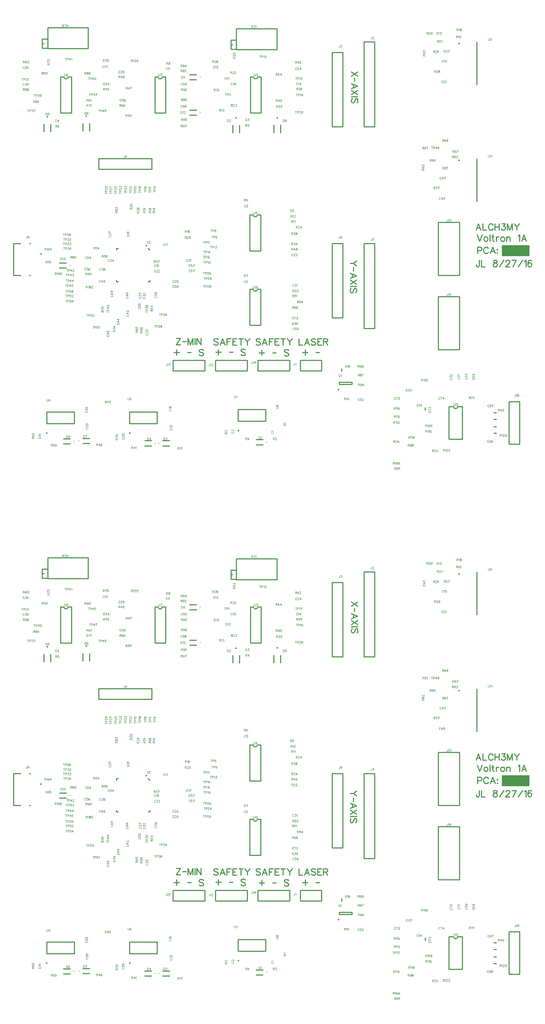
<source format=gbr>
G04 DipTrace 2.4.0.2*
%INTopSilk.gbr*%
%MOMM*%
%ADD10C,0.25*%
%ADD12C,0.076*%
%ADD22O,0.24X0.24*%
%ADD24C,0.4*%
%ADD33O,0.391X0.392*%
%ADD112C,0.235*%
%FSLAX53Y53*%
G04*
G71*
G90*
G75*
G01*
%LNTopSilk*%
%LPD*%
X58300Y-16400D2*
D10*
X56700D1*
X58300Y-15200D2*
X56700D1*
D22*
X59240Y-15800D3*
X52740Y60020D2*
D10*
Y58220D1*
X51140Y60020D2*
Y58220D1*
D24*
X51940Y61770D3*
X34395Y-15450D2*
D10*
X35995D1*
X34395Y-16650D2*
X35995D1*
D22*
X33455Y-16050D3*
X31645Y-16650D2*
D10*
X30045D1*
X31645Y-15450D2*
X30045D1*
D22*
X32585Y-16050D3*
X62590Y60070D2*
D10*
Y58270D1*
X60990Y60070D2*
Y58270D1*
D24*
X61790Y61820D3*
X7570Y60320D2*
D10*
Y58520D1*
X5970Y60320D2*
Y58520D1*
D24*
X6770Y62070D3*
X15215Y-14900D2*
D10*
X16815D1*
X15215Y-16100D2*
X16815D1*
D22*
X14275Y-15500D3*
X12215Y-16150D2*
D10*
X10615D1*
X12215Y-14950D2*
X10615D1*
D22*
X13155Y-15550D3*
X16870Y60470D2*
D10*
Y58670D1*
X15270Y60470D2*
Y58670D1*
D24*
X16070Y62220D3*
X77220Y1800D2*
D10*
Y1200D1*
X42380Y70920D2*
X40780D1*
X42380Y72120D2*
X40780D1*
D22*
X43320Y71520D3*
X42430Y62470D2*
D10*
X40830D1*
X42430Y63670D2*
X40830D1*
D22*
X43370Y63070D3*
X11290Y25880D2*
D10*
X9690D1*
X11290Y27080D2*
X9690D1*
D22*
X12230Y26480D3*
X97180Y-8170D2*
D10*
Y-7570D1*
X67310Y3810D2*
X72390D1*
Y1270D1*
X67310D1*
Y3810D1*
X85090Y80009D2*
X82550D1*
Y59691D1*
X85090D1*
Y80009D1*
X77470Y77470D2*
X74930D1*
Y59690D1*
X77470D1*
Y77470D1*
X31751Y49530D2*
X19049D1*
Y52070D1*
X31751D1*
Y49530D1*
D24*
X5265Y29230D3*
X2735Y31730D2*
D10*
X2495D1*
X315D2*
X-1335D1*
Y24130D1*
X315D1*
X2735D2*
X2495D1*
X85090Y31749D2*
X82550D1*
Y11431D1*
X85090D1*
Y31749D1*
X77470Y31750D2*
X74930D1*
Y13970D1*
X77470D1*
Y31750D1*
X46990Y3810D2*
X54610D1*
Y1270D1*
X46990D1*
Y3810D1*
X100330Y24130D2*
X105410D1*
Y36830D1*
X100330D1*
Y24130D1*
X57150Y3810D2*
X64770D1*
Y1270D1*
X57150D1*
Y3810D1*
X100330Y6350D2*
X105410D1*
Y19050D1*
X100330D1*
Y6350D1*
X36830Y3810D2*
X44450D1*
Y1270D1*
X36830D1*
Y3810D1*
X119770Y-6100D2*
X117230D1*
Y-16260D1*
X119770D1*
Y-6100D1*
D33*
X76416Y-3224D3*
X76650Y-1950D2*
D10*
X79650D1*
Y-1450D1*
X76650D1*
Y-1950D1*
X61700Y83170D2*
Y78170D1*
X52000Y83170D2*
Y78170D1*
X61700Y83170D2*
X52000D1*
Y78170D2*
X61700D1*
X52000Y78270D2*
X50700D1*
X52000Y80470D2*
X50700D1*
Y78270D1*
Y79370D2*
X51100D1*
X16530Y83370D2*
Y78370D1*
X6830Y83370D2*
Y78370D1*
X16530Y83370D2*
X6830D1*
Y78370D2*
X16530D1*
X6830Y78470D2*
X5530D1*
X6830Y80670D2*
X5530D1*
Y78470D1*
Y79570D2*
X5930D1*
X113601Y-10319D2*
X114199D1*
X113601Y-8721D2*
X114199D1*
X113601Y-13669D2*
X114199D1*
X113601Y-12071D2*
X114199D1*
D33*
X52476Y-13017D3*
X52450Y-10750D2*
D10*
X59050D1*
X52450Y-7950D2*
X59050D1*
Y-10750D2*
Y-7950D1*
X52450Y-10750D2*
Y-7950D1*
D24*
X30495Y31263D3*
X31285Y30183D2*
D10*
X30885Y30584D1*
X31285Y22580D2*
Y22981D1*
Y22580D2*
X30885D1*
X23285D2*
Y22981D1*
X23685Y22580D2*
X23285D1*
Y30183D2*
Y30584D1*
X23685D2*
X23285D1*
X55340Y71610D2*
Y63010D1*
X57940Y71610D2*
Y63010D1*
X55340D2*
X57940D1*
X55340Y71610D2*
X56140D1*
X57140D2*
X57940D1*
X56140D2*
G03X57140Y71610I500J0D01*
G01*
X55240Y38590D2*
Y29990D1*
X57840Y38590D2*
Y29990D1*
X55240D2*
X57840D1*
X55240Y38590D2*
X56040D1*
X57040D2*
X57840D1*
X56040D2*
G03X57040Y38590I500J0D01*
G01*
X109581Y79960D2*
Y69760D1*
D33*
X105367Y79541D3*
X26476Y-13617D3*
X26450Y-11350D2*
D10*
X33050D1*
X26450Y-8550D2*
X33050D1*
Y-11350D2*
Y-8550D1*
X26450Y-11350D2*
Y-8550D1*
X32480Y71610D2*
Y63010D1*
X35080Y71610D2*
Y63010D1*
X32480D2*
X35080D1*
X32480Y71610D2*
X33280D1*
X34280D2*
X35080D1*
X33280D2*
G03X34280Y71610I500J0D01*
G01*
X9920D2*
Y63010D1*
X12520Y71610D2*
Y63010D1*
X9920D2*
X12520D1*
X9920Y71610D2*
X10720D1*
X11720D2*
X12520D1*
X10720D2*
G03X11720Y71610I500J0D01*
G01*
D33*
X6616Y-13617D3*
X6590Y-11350D2*
D10*
X13190D1*
X6590Y-8550D2*
X13190D1*
Y-11350D2*
Y-8550D1*
X6590Y-11350D2*
Y-8550D1*
X55240Y20810D2*
Y12210D1*
X57840Y20810D2*
Y12210D1*
X55240D2*
X57840D1*
X55240Y20810D2*
X56040D1*
X57040D2*
X57840D1*
X56040D2*
G03X57040Y20810I500J0D01*
G01*
X109581Y52020D2*
Y41820D1*
D33*
X105367Y51601D3*
X102900Y-7295D2*
D10*
Y-15095D1*
X106100Y-7295D2*
Y-15095D1*
X102900D2*
X106100D1*
X102900Y-7295D2*
X104000D1*
X105000D2*
X106100D1*
X104000D2*
G03X105000Y-7295I500J0D01*
G01*
G36*
X115571Y31321D2*
X122158D1*
Y28667D1*
X115571D1*
Y31321D1*
G37*
X60497Y-13367D2*
D12*
X60449Y-13391D1*
X60400Y-13440D1*
X60376Y-13488D1*
Y-13586D1*
X60400Y-13634D1*
X60449Y-13683D1*
X60497Y-13707D1*
X60570Y-13732D1*
X60692D1*
X60765Y-13707D1*
X60813Y-13683D1*
X60862Y-13634D1*
X60886Y-13586D1*
Y-13488D1*
X60862Y-13440D1*
X60813Y-13391D1*
X60765Y-13367D1*
X60474Y-13210D2*
X60449Y-13161D1*
X60377Y-13088D1*
X60886D1*
X50997Y-13276D2*
X50949Y-13301D1*
X50900Y-13349D1*
X50876Y-13398D1*
Y-13495D1*
X50900Y-13544D1*
X50949Y-13592D1*
X50997Y-13617D1*
X51070Y-13641D1*
X51192D1*
X51265Y-13617D1*
X51313Y-13592D1*
X51362Y-13544D1*
X51386Y-13495D1*
Y-13398D1*
X51362Y-13349D1*
X51313Y-13301D1*
X51265Y-13276D1*
X50998Y-13095D2*
X50974D1*
X50925Y-13071D1*
X50901Y-13046D1*
X50877Y-12998D1*
Y-12900D1*
X50901Y-12852D1*
X50925Y-12828D1*
X50974Y-12803D1*
X51022D1*
X51071Y-12828D1*
X51143Y-12876D1*
X51386Y-13119D1*
Y-12779D1*
X54524Y61543D2*
X54499Y61591D1*
X54451Y61640D1*
X54402Y61664D1*
X54305D1*
X54256Y61640D1*
X54208Y61591D1*
X54183Y61543D1*
X54159Y61470D1*
Y61348D1*
X54183Y61275D1*
X54208Y61227D1*
X54256Y61178D1*
X54305Y61154D1*
X54402D1*
X54451Y61178D1*
X54499Y61227D1*
X54524Y61275D1*
X54729Y61663D2*
X54996D1*
X54851Y61469D1*
X54924D1*
X54972Y61445D1*
X54996Y61421D1*
X55021Y61348D1*
Y61300D1*
X54996Y61227D1*
X54948Y61178D1*
X54875Y61154D1*
X54802D1*
X54729Y61178D1*
X54705Y61202D1*
X54681Y61251D1*
X8992Y61243D2*
X8967Y61291D1*
X8919Y61340D1*
X8870Y61364D1*
X8773D1*
X8724Y61340D1*
X8676Y61291D1*
X8651Y61243D1*
X8627Y61170D1*
Y61048D1*
X8651Y60975D1*
X8676Y60927D1*
X8724Y60878D1*
X8773Y60854D1*
X8870D1*
X8919Y60878D1*
X8967Y60927D1*
X8992Y60975D1*
X9392Y60854D2*
Y61363D1*
X9148Y61024D1*
X9513D1*
X54224Y40823D2*
X54199Y40871D1*
X54151Y40920D1*
X54102Y40944D1*
X54005D1*
X53956Y40920D1*
X53908Y40871D1*
X53883Y40823D1*
X53859Y40750D1*
Y40628D1*
X53883Y40555D1*
X53908Y40506D1*
X53956Y40458D1*
X54005Y40433D1*
X54102D1*
X54151Y40458D1*
X54199Y40506D1*
X54224Y40555D1*
X54672Y40943D2*
X54429D1*
X54405Y40725D1*
X54429Y40749D1*
X54502Y40774D1*
X54575D1*
X54648Y40749D1*
X54697Y40701D1*
X54721Y40628D1*
Y40579D1*
X54697Y40506D1*
X54648Y40458D1*
X54575Y40433D1*
X54502D1*
X54429Y40458D1*
X54405Y40482D1*
X54381Y40531D1*
X54196Y22743D2*
X54172Y22791D1*
X54123Y22840D1*
X54075Y22864D1*
X53978D1*
X53929Y22840D1*
X53880Y22791D1*
X53856Y22743D1*
X53832Y22670D1*
Y22548D1*
X53856Y22475D1*
X53880Y22427D1*
X53929Y22378D1*
X53978Y22354D1*
X54075D1*
X54123Y22378D1*
X54172Y22427D1*
X54196Y22475D1*
X54644Y22791D2*
X54620Y22839D1*
X54547Y22863D1*
X54499D1*
X54426Y22839D1*
X54377Y22766D1*
X54353Y22645D1*
Y22524D1*
X54377Y22427D1*
X54426Y22378D1*
X54499Y22354D1*
X54523D1*
X54595Y22378D1*
X54644Y22427D1*
X54668Y22500D1*
Y22524D1*
X54644Y22597D1*
X54595Y22645D1*
X54523Y22669D1*
X54499D1*
X54426Y22645D1*
X54377Y22597D1*
X54353Y22524D1*
X35514Y73743D2*
X35489Y73791D1*
X35441Y73840D1*
X35392Y73864D1*
X35295D1*
X35246Y73840D1*
X35198Y73791D1*
X35173Y73743D1*
X35149Y73670D1*
Y73548D1*
X35173Y73475D1*
X35198Y73427D1*
X35246Y73378D1*
X35295Y73354D1*
X35392D1*
X35441Y73378D1*
X35489Y73427D1*
X35514Y73475D1*
X35768Y73354D2*
X36011Y73863D1*
X35671D1*
X61647Y-7426D2*
X61599Y-7450D1*
X61550Y-7499D1*
X61526Y-7547D1*
Y-7645D1*
X61550Y-7693D1*
X61599Y-7742D1*
X61647Y-7766D1*
X61720Y-7791D1*
X61842D1*
X61915Y-7766D1*
X61963Y-7742D1*
X62012Y-7693D1*
X62036Y-7645D1*
Y-7547D1*
X62012Y-7499D1*
X61963Y-7450D1*
X61915Y-7426D1*
X61527Y-7148D2*
X61551Y-7220D1*
X61599Y-7245D1*
X61648D1*
X61696Y-7220D1*
X61721Y-7172D1*
X61745Y-7075D1*
X61769Y-7002D1*
X61818Y-6954D1*
X61866Y-6929D1*
X61939D1*
X61988Y-6954D1*
X62012Y-6978D1*
X62036Y-7051D1*
Y-7148D1*
X62012Y-7220D1*
X61988Y-7245D1*
X61939Y-7269D1*
X61866D1*
X61818Y-7245D1*
X61769Y-7196D1*
X61745Y-7124D1*
X61721Y-7027D1*
X61696Y-6978D1*
X61648Y-6954D1*
X61599D1*
X61551Y-6978D1*
X61527Y-7051D1*
Y-7148D1*
X65246Y39753D2*
X65222Y39801D1*
X65173Y39850D1*
X65124Y39874D1*
X65027D1*
X64978Y39850D1*
X64930Y39801D1*
X64905Y39753D1*
X64881Y39680D1*
Y39558D1*
X64905Y39485D1*
X64930Y39437D1*
X64978Y39388D1*
X65027Y39364D1*
X65124D1*
X65173Y39388D1*
X65222Y39437D1*
X65246Y39485D1*
X65719Y39704D2*
X65694Y39631D1*
X65646Y39582D1*
X65573Y39558D1*
X65549D1*
X65476Y39582D1*
X65427Y39631D1*
X65403Y39704D1*
Y39728D1*
X65427Y39801D1*
X65476Y39849D1*
X65549Y39873D1*
X65573D1*
X65646Y39849D1*
X65694Y39801D1*
X65719Y39704D1*
Y39582D1*
X65694Y39461D1*
X65646Y39388D1*
X65573Y39364D1*
X65524D1*
X65451Y39388D1*
X65427Y39437D1*
X51034Y70093D2*
X51010Y70141D1*
X50961Y70190D1*
X50913Y70214D1*
X50816D1*
X50767Y70190D1*
X50719Y70141D1*
X50694Y70093D1*
X50670Y70020D1*
Y69898D1*
X50694Y69825D1*
X50719Y69777D1*
X50767Y69728D1*
X50816Y69704D1*
X50913D1*
X50961Y69728D1*
X51010Y69777D1*
X51034Y69825D1*
X51191Y70116D2*
X51240Y70141D1*
X51313Y70213D1*
Y69704D1*
X51616Y70213D2*
X51543Y70189D1*
X51494Y70116D1*
X51470Y69995D1*
Y69922D1*
X51494Y69801D1*
X51543Y69728D1*
X51616Y69704D1*
X51664D1*
X51737Y69728D1*
X51785Y69801D1*
X51810Y69922D1*
Y69995D1*
X51785Y70116D1*
X51737Y70189D1*
X51664Y70213D1*
X51616D1*
X51785Y70116D2*
X51494Y69801D1*
X34894Y31653D2*
X34869Y31701D1*
X34821Y31750D1*
X34772Y31774D1*
X34675D1*
X34626Y31750D1*
X34578Y31701D1*
X34553Y31653D1*
X34529Y31580D1*
Y31458D1*
X34553Y31385D1*
X34578Y31337D1*
X34626Y31288D1*
X34675Y31264D1*
X34772D1*
X34821Y31288D1*
X34869Y31337D1*
X34894Y31385D1*
X35050Y31676D2*
X35099Y31701D1*
X35172Y31773D1*
Y31264D1*
X35329Y31676D2*
X35378Y31701D1*
X35451Y31773D1*
Y31264D1*
X46834Y74093D2*
X46810Y74141D1*
X46761Y74190D1*
X46713Y74214D1*
X46616D1*
X46567Y74190D1*
X46519Y74141D1*
X46494Y74093D1*
X46470Y74020D1*
Y73898D1*
X46494Y73825D1*
X46519Y73777D1*
X46567Y73728D1*
X46616Y73704D1*
X46713D1*
X46761Y73728D1*
X46810Y73777D1*
X46834Y73825D1*
X46991Y74116D2*
X47040Y74141D1*
X47113Y74213D1*
Y73704D1*
X47295Y74092D2*
Y74116D1*
X47319Y74165D1*
X47343Y74189D1*
X47392Y74213D1*
X47489D1*
X47537Y74189D1*
X47561Y74165D1*
X47586Y74116D1*
Y74068D1*
X47561Y74019D1*
X47513Y73947D1*
X47270Y73704D1*
X47610D1*
X36223Y-12556D2*
X36174Y-12580D1*
X36125Y-12629D1*
X36101Y-12677D1*
Y-12774D1*
X36125Y-12823D1*
X36174Y-12871D1*
X36223Y-12896D1*
X36296Y-12920D1*
X36417D1*
X36490Y-12896D1*
X36539Y-12871D1*
X36587Y-12823D1*
X36612Y-12774D1*
Y-12677D1*
X36587Y-12629D1*
X36539Y-12580D1*
X36490Y-12556D1*
X36199Y-12399D2*
X36174Y-12350D1*
X36102Y-12277D1*
X36612D1*
X36102Y-12071D2*
Y-11805D1*
X36296Y-11950D1*
Y-11877D1*
X36320Y-11829D1*
X36344Y-11805D1*
X36417Y-11780D1*
X36466D1*
X36539Y-11805D1*
X36588Y-11853D1*
X36612Y-11926D1*
Y-11999D1*
X36588Y-12071D1*
X36563Y-12095D1*
X36515Y-12120D1*
X66722Y70043D2*
X66698Y70091D1*
X66649Y70140D1*
X66601Y70164D1*
X66504D1*
X66455Y70140D1*
X66407Y70091D1*
X66382Y70043D1*
X66358Y69970D1*
Y69848D1*
X66382Y69775D1*
X66407Y69727D1*
X66455Y69678D1*
X66504Y69654D1*
X66601D1*
X66649Y69678D1*
X66698Y69727D1*
X66722Y69775D1*
X66879Y70066D2*
X66928Y70091D1*
X67001Y70163D1*
Y69654D1*
X67401D2*
Y70163D1*
X67158Y69824D1*
X67522D1*
X101574Y75513D2*
X101550Y75561D1*
X101501Y75610D1*
X101453Y75634D1*
X101356D1*
X101307Y75610D1*
X101259Y75561D1*
X101234Y75513D1*
X101210Y75440D1*
Y75318D1*
X101234Y75245D1*
X101259Y75197D1*
X101307Y75148D1*
X101356Y75124D1*
X101453D1*
X101501Y75148D1*
X101550Y75197D1*
X101574Y75245D1*
X101731Y75536D2*
X101780Y75561D1*
X101853Y75633D1*
Y75124D1*
X102301Y75633D2*
X102059D1*
X102035Y75415D1*
X102059Y75439D1*
X102132Y75464D1*
X102204D1*
X102277Y75439D1*
X102326Y75391D1*
X102350Y75318D1*
Y75270D1*
X102326Y75197D1*
X102277Y75148D1*
X102204Y75124D1*
X102132D1*
X102059Y75148D1*
X102035Y75172D1*
X102010Y75221D1*
X36023Y-7943D2*
X35974Y-7968D1*
X35925Y-8016D1*
X35901Y-8065D1*
Y-8162D1*
X35925Y-8211D1*
X35974Y-8259D1*
X36023Y-8284D1*
X36096Y-8308D1*
X36217D1*
X36290Y-8284D1*
X36339Y-8259D1*
X36387Y-8211D1*
X36412Y-8162D1*
Y-8065D1*
X36387Y-8016D1*
X36339Y-7968D1*
X36290Y-7943D1*
X35999Y-7786D2*
X35974Y-7738D1*
X35902Y-7665D1*
X36412D1*
X35974Y-7216D2*
X35926Y-7240D1*
X35902Y-7313D1*
Y-7362D1*
X35926Y-7435D1*
X35999Y-7484D1*
X36120Y-7508D1*
X36242D1*
X36339Y-7484D1*
X36388Y-7435D1*
X36412Y-7362D1*
Y-7338D1*
X36388Y-7265D1*
X36339Y-7216D1*
X36266Y-7192D1*
X36242D1*
X36169Y-7216D1*
X36120Y-7265D1*
X36096Y-7338D1*
Y-7362D1*
X36120Y-7435D1*
X36169Y-7484D1*
X36242Y-7508D1*
X40334Y27803D2*
X40310Y27851D1*
X40261Y27900D1*
X40213Y27924D1*
X40116D1*
X40067Y27900D1*
X40019Y27851D1*
X39994Y27803D1*
X39970Y27730D1*
Y27608D1*
X39994Y27535D1*
X40019Y27487D1*
X40067Y27438D1*
X40116Y27414D1*
X40213D1*
X40261Y27438D1*
X40310Y27487D1*
X40334Y27535D1*
X40491Y27826D2*
X40540Y27851D1*
X40613Y27923D1*
Y27414D1*
X40867D2*
X41110Y27923D1*
X40770D1*
X25927Y33795D2*
X25879Y33770D1*
X25830Y33722D1*
X25806Y33673D1*
Y33576D1*
X25830Y33527D1*
X25879Y33479D1*
X25927Y33454D1*
X26000Y33430D1*
X26122D1*
X26195Y33454D1*
X26243Y33479D1*
X26292Y33527D1*
X26316Y33576D1*
Y33673D1*
X26292Y33722D1*
X26243Y33770D1*
X26195Y33795D1*
X25904Y33951D2*
X25879Y34000D1*
X25807Y34073D1*
X26316D1*
X25807Y34351D2*
X25831Y34279D1*
X25879Y34254D1*
X25928D1*
X25976Y34279D1*
X26001Y34327D1*
X26025Y34424D1*
X26049Y34497D1*
X26098Y34546D1*
X26146Y34570D1*
X26219D1*
X26268Y34546D1*
X26292Y34522D1*
X26316Y34449D1*
Y34351D1*
X26292Y34279D1*
X26268Y34254D1*
X26219Y34230D1*
X26146D1*
X26098Y34254D1*
X26049Y34303D1*
X26025Y34376D1*
X26001Y34473D1*
X25976Y34522D1*
X25928Y34546D1*
X25879D1*
X25831Y34522D1*
X25807Y34449D1*
Y34351D1*
X32646Y26603D2*
X32622Y26651D1*
X32573Y26700D1*
X32525Y26724D1*
X32428D1*
X32379Y26700D1*
X32331Y26651D1*
X32306Y26603D1*
X32282Y26530D1*
Y26408D1*
X32306Y26335D1*
X32331Y26287D1*
X32379Y26238D1*
X32428Y26214D1*
X32525D1*
X32573Y26238D1*
X32622Y26287D1*
X32646Y26335D1*
X32803Y26626D2*
X32852Y26651D1*
X32925Y26723D1*
Y26214D1*
X33398Y26554D2*
X33373Y26481D1*
X33325Y26432D1*
X33252Y26408D1*
X33228D1*
X33155Y26432D1*
X33107Y26481D1*
X33082Y26554D1*
Y26578D1*
X33107Y26651D1*
X33155Y26699D1*
X33228Y26723D1*
X33252D1*
X33325Y26699D1*
X33373Y26651D1*
X33398Y26554D1*
Y26432D1*
X33373Y26311D1*
X33325Y26238D1*
X33252Y26214D1*
X33204D1*
X33131Y26238D1*
X33107Y26287D1*
X24773Y-14715D2*
X24724Y-14739D1*
X24675Y-14788D1*
X24651Y-14836D1*
Y-14933D1*
X24675Y-14982D1*
X24724Y-15031D1*
X24773Y-15055D1*
X24846Y-15079D1*
X24967D1*
X25040Y-15055D1*
X25089Y-15031D1*
X25137Y-14982D1*
X25162Y-14933D1*
Y-14836D1*
X25137Y-14788D1*
X25089Y-14739D1*
X25040Y-14715D1*
X24773Y-14533D2*
X24749D1*
X24700Y-14509D1*
X24676Y-14485D1*
X24652Y-14436D1*
Y-14339D1*
X24676Y-14291D1*
X24700Y-14267D1*
X24749Y-14242D1*
X24797D1*
X24846Y-14267D1*
X24919Y-14315D1*
X25162Y-14558D1*
Y-14218D1*
X24652Y-13915D2*
X24676Y-13988D1*
X24749Y-14037D1*
X24870Y-14061D1*
X24943D1*
X25065Y-14037D1*
X25138Y-13988D1*
X25162Y-13915D1*
Y-13867D1*
X25138Y-13794D1*
X25065Y-13745D1*
X24943Y-13721D1*
X24870D1*
X24749Y-13745D1*
X24676Y-13794D1*
X24652Y-13867D1*
Y-13915D1*
X24749Y-13745D2*
X25065Y-14037D1*
X101524Y70613D2*
X101500Y70661D1*
X101451Y70710D1*
X101403Y70734D1*
X101306D1*
X101257Y70710D1*
X101209Y70661D1*
X101184Y70613D1*
X101160Y70540D1*
Y70418D1*
X101184Y70345D1*
X101209Y70297D1*
X101257Y70248D1*
X101306Y70224D1*
X101403D1*
X101451Y70248D1*
X101500Y70297D1*
X101524Y70345D1*
X101706Y70612D2*
Y70636D1*
X101730Y70685D1*
X101754Y70709D1*
X101803Y70733D1*
X101900D1*
X101948Y70709D1*
X101973Y70685D1*
X101997Y70636D1*
Y70588D1*
X101973Y70539D1*
X101924Y70467D1*
X101681Y70224D1*
X102021D1*
X102178Y70636D2*
X102227Y70661D1*
X102300Y70733D1*
Y70224D1*
X32675Y25303D2*
X32651Y25351D1*
X32602Y25400D1*
X32554Y25424D1*
X32457D1*
X32408Y25400D1*
X32359Y25351D1*
X32335Y25303D1*
X32311Y25230D1*
Y25108D1*
X32335Y25035D1*
X32359Y24987D1*
X32408Y24938D1*
X32457Y24914D1*
X32554D1*
X32602Y24938D1*
X32651Y24987D1*
X32675Y25035D1*
X32857Y25302D2*
Y25326D1*
X32881Y25375D1*
X32905Y25399D1*
X32954Y25423D1*
X33051D1*
X33099Y25399D1*
X33123Y25375D1*
X33148Y25326D1*
Y25278D1*
X33123Y25229D1*
X33075Y25157D1*
X32832Y24914D1*
X33172D1*
X33354Y25302D2*
Y25326D1*
X33378Y25375D1*
X33402Y25399D1*
X33451Y25423D1*
X33548D1*
X33596Y25399D1*
X33621Y25375D1*
X33645Y25326D1*
Y25278D1*
X33621Y25229D1*
X33572Y25157D1*
X33329Y24914D1*
X33669D1*
X65535Y29153D2*
X65511Y29201D1*
X65462Y29250D1*
X65414Y29274D1*
X65317D1*
X65268Y29250D1*
X65219Y29201D1*
X65195Y29153D1*
X65171Y29080D1*
Y28958D1*
X65195Y28885D1*
X65219Y28837D1*
X65268Y28788D1*
X65317Y28764D1*
X65414D1*
X65462Y28788D1*
X65511Y28837D1*
X65535Y28885D1*
X65717Y29152D2*
Y29176D1*
X65741Y29225D1*
X65765Y29249D1*
X65814Y29273D1*
X65911D1*
X65959Y29249D1*
X65983Y29225D1*
X66008Y29176D1*
Y29128D1*
X65983Y29079D1*
X65935Y29007D1*
X65692Y28764D1*
X66032D1*
X66238Y29273D2*
X66505D1*
X66359Y29079D1*
X66432D1*
X66481Y29055D1*
X66505Y29031D1*
X66529Y28958D1*
Y28910D1*
X66505Y28837D1*
X66456Y28788D1*
X66383Y28764D1*
X66310D1*
X66238Y28788D1*
X66214Y28812D1*
X66189Y28861D1*
X66463Y73743D2*
X66439Y73791D1*
X66390Y73840D1*
X66342Y73864D1*
X66245D1*
X66196Y73840D1*
X66147Y73791D1*
X66123Y73743D1*
X66099Y73670D1*
Y73548D1*
X66123Y73475D1*
X66147Y73427D1*
X66196Y73378D1*
X66245Y73354D1*
X66342D1*
X66390Y73378D1*
X66439Y73427D1*
X66463Y73475D1*
X66645Y73742D2*
Y73766D1*
X66669Y73815D1*
X66693Y73839D1*
X66742Y73863D1*
X66839D1*
X66887Y73839D1*
X66911Y73815D1*
X66936Y73766D1*
Y73718D1*
X66911Y73669D1*
X66863Y73597D1*
X66620Y73354D1*
X66960D1*
X67360D2*
Y73863D1*
X67117Y73524D1*
X67481D1*
X37075Y22803D2*
X37051Y22851D1*
X37002Y22900D1*
X36954Y22924D1*
X36857D1*
X36808Y22900D1*
X36759Y22851D1*
X36735Y22803D1*
X36711Y22730D1*
Y22608D1*
X36735Y22535D1*
X36759Y22487D1*
X36808Y22438D1*
X36857Y22414D1*
X36954D1*
X37002Y22438D1*
X37051Y22487D1*
X37075Y22535D1*
X37257Y22802D2*
Y22826D1*
X37281Y22875D1*
X37305Y22899D1*
X37354Y22923D1*
X37451D1*
X37499Y22899D1*
X37523Y22875D1*
X37548Y22826D1*
Y22778D1*
X37523Y22729D1*
X37475Y22657D1*
X37232Y22414D1*
X37572D1*
X38021Y22923D2*
X37778D1*
X37754Y22705D1*
X37778Y22729D1*
X37851Y22754D1*
X37923D1*
X37996Y22729D1*
X38045Y22681D1*
X38069Y22608D1*
Y22560D1*
X38045Y22487D1*
X37996Y22438D1*
X37923Y22414D1*
X37851D1*
X37778Y22438D1*
X37754Y22462D1*
X37729Y22511D1*
X24177Y72943D2*
X24153Y72991D1*
X24104Y73040D1*
X24056Y73064D1*
X23959D1*
X23910Y73040D1*
X23862Y72991D1*
X23837Y72943D1*
X23813Y72870D1*
Y72748D1*
X23837Y72675D1*
X23862Y72627D1*
X23910Y72578D1*
X23959Y72554D1*
X24056D1*
X24104Y72578D1*
X24153Y72627D1*
X24177Y72675D1*
X24359Y72942D2*
Y72966D1*
X24383Y73015D1*
X24407Y73039D1*
X24456Y73063D1*
X24553D1*
X24602Y73039D1*
X24626Y73015D1*
X24650Y72966D1*
Y72918D1*
X24626Y72869D1*
X24577Y72797D1*
X24334Y72554D1*
X24675D1*
X25123Y72991D2*
X25099Y73039D1*
X25026Y73063D1*
X24977D1*
X24904Y73039D1*
X24856Y72966D1*
X24831Y72845D1*
Y72724D1*
X24856Y72627D1*
X24904Y72578D1*
X24977Y72554D1*
X25002D1*
X25074Y72578D1*
X25123Y72627D1*
X25147Y72700D1*
Y72724D1*
X25123Y72797D1*
X25074Y72845D1*
X25002Y72869D1*
X24977D1*
X24904Y72845D1*
X24856Y72797D1*
X24831Y72724D1*
X21577Y33655D2*
X21529Y33631D1*
X21480Y33582D1*
X21456Y33534D1*
Y33437D1*
X21480Y33388D1*
X21529Y33339D1*
X21577Y33315D1*
X21650Y33291D1*
X21772D1*
X21845Y33315D1*
X21893Y33339D1*
X21942Y33388D1*
X21966Y33437D1*
Y33534D1*
X21942Y33582D1*
X21893Y33631D1*
X21845Y33655D1*
X21578Y33837D2*
X21554D1*
X21505Y33861D1*
X21481Y33885D1*
X21457Y33934D1*
Y34031D1*
X21481Y34079D1*
X21505Y34103D1*
X21554Y34128D1*
X21602D1*
X21651Y34103D1*
X21723Y34055D1*
X21966Y33812D1*
Y34152D1*
Y34406D2*
X21457Y34649D1*
Y34309D1*
X37075Y21603D2*
X37051Y21651D1*
X37002Y21700D1*
X36954Y21724D1*
X36857D1*
X36808Y21700D1*
X36760Y21651D1*
X36735Y21603D1*
X36711Y21530D1*
Y21408D1*
X36735Y21335D1*
X36760Y21287D1*
X36808Y21238D1*
X36857Y21214D1*
X36954D1*
X37002Y21238D1*
X37051Y21287D1*
X37075Y21335D1*
X37257Y21602D2*
Y21626D1*
X37281Y21675D1*
X37305Y21699D1*
X37354Y21723D1*
X37451D1*
X37500Y21699D1*
X37524Y21675D1*
X37548Y21626D1*
Y21578D1*
X37524Y21529D1*
X37475Y21457D1*
X37232Y21214D1*
X37572D1*
X37851Y21723D2*
X37778Y21699D1*
X37754Y21651D1*
Y21602D1*
X37778Y21554D1*
X37827Y21529D1*
X37924Y21505D1*
X37997Y21481D1*
X38045Y21432D1*
X38069Y21384D1*
Y21311D1*
X38045Y21262D1*
X38021Y21238D1*
X37948Y21214D1*
X37851D1*
X37778Y21238D1*
X37754Y21262D1*
X37729Y21311D1*
Y21384D1*
X37754Y21432D1*
X37802Y21481D1*
X37875Y21505D1*
X37972Y21529D1*
X38021Y21554D1*
X38045Y21602D1*
Y21651D1*
X38021Y21699D1*
X37948Y21723D1*
X37851D1*
X32567Y19127D2*
X32519Y19103D1*
X32470Y19054D1*
X32446Y19006D1*
Y18909D1*
X32470Y18860D1*
X32519Y18812D1*
X32567Y18787D1*
X32640Y18763D1*
X32762D1*
X32835Y18787D1*
X32883Y18812D1*
X32932Y18860D1*
X32956Y18909D1*
Y19006D1*
X32932Y19054D1*
X32883Y19103D1*
X32835Y19127D1*
X32568Y19309D2*
X32544D1*
X32495Y19333D1*
X32471Y19357D1*
X32447Y19406D1*
Y19503D1*
X32471Y19551D1*
X32495Y19575D1*
X32544Y19600D1*
X32592D1*
X32641Y19575D1*
X32713Y19527D1*
X32956Y19284D1*
Y19624D1*
X32616Y20097D2*
X32689Y20073D1*
X32738Y20024D1*
X32762Y19951D1*
Y19927D1*
X32738Y19854D1*
X32689Y19806D1*
X32616Y19781D1*
X32592D1*
X32519Y19806D1*
X32471Y19854D1*
X32447Y19927D1*
Y19951D1*
X32471Y20024D1*
X32519Y20073D1*
X32616Y20097D1*
X32738D1*
X32859Y20073D1*
X32932Y20024D1*
X32956Y19951D1*
Y19903D1*
X32932Y19830D1*
X32883Y19806D1*
X1205Y69993D2*
X1181Y70041D1*
X1132Y70090D1*
X1084Y70114D1*
X987D1*
X938Y70090D1*
X889Y70041D1*
X865Y69993D1*
X841Y69920D1*
Y69798D1*
X865Y69725D1*
X889Y69677D1*
X938Y69628D1*
X987Y69604D1*
X1084D1*
X1132Y69628D1*
X1181Y69677D1*
X1205Y69725D1*
X1411Y70113D2*
X1678D1*
X1532Y69919D1*
X1605D1*
X1653Y69895D1*
X1678Y69871D1*
X1702Y69798D1*
Y69750D1*
X1678Y69677D1*
X1629Y69628D1*
X1556Y69604D1*
X1483D1*
X1411Y69628D1*
X1387Y69652D1*
X1362Y69701D1*
X2005Y70113D2*
X1932Y70089D1*
X1883Y70016D1*
X1859Y69895D1*
Y69822D1*
X1883Y69701D1*
X1932Y69628D1*
X2005Y69604D1*
X2053D1*
X2126Y69628D1*
X2175Y69701D1*
X2199Y69822D1*
Y69895D1*
X2175Y70016D1*
X2126Y70089D1*
X2053Y70113D1*
X2005D1*
X2175Y70016D2*
X1883Y69701D1*
X65794Y21893D2*
X65770Y21941D1*
X65721Y21990D1*
X65673Y22014D1*
X65576D1*
X65527Y21990D1*
X65479Y21941D1*
X65454Y21893D1*
X65430Y21820D1*
Y21698D1*
X65454Y21625D1*
X65479Y21577D1*
X65527Y21528D1*
X65576Y21504D1*
X65673D1*
X65721Y21528D1*
X65770Y21577D1*
X65794Y21625D1*
X66000Y22013D2*
X66267D1*
X66121Y21819D1*
X66194D1*
X66243Y21795D1*
X66267Y21771D1*
X66291Y21698D1*
Y21650D1*
X66267Y21577D1*
X66218Y21528D1*
X66145Y21504D1*
X66072D1*
X66000Y21528D1*
X65976Y21552D1*
X65951Y21601D1*
X66448Y21916D2*
X66497Y21941D1*
X66570Y22013D1*
Y21504D1*
X29817Y18915D2*
X29769Y18891D1*
X29720Y18842D1*
X29696Y18794D1*
Y18697D1*
X29720Y18648D1*
X29769Y18599D1*
X29817Y18575D1*
X29890Y18551D1*
X30012D1*
X30085Y18575D1*
X30133Y18599D1*
X30182Y18648D1*
X30206Y18697D1*
Y18794D1*
X30182Y18842D1*
X30133Y18891D1*
X30085Y18915D1*
X29697Y19121D2*
Y19388D1*
X29891Y19242D1*
Y19315D1*
X29915Y19363D1*
X29939Y19388D1*
X30012Y19412D1*
X30060D1*
X30133Y19388D1*
X30182Y19339D1*
X30206Y19266D1*
Y19193D1*
X30182Y19121D1*
X30158Y19097D1*
X30109Y19072D1*
X29818Y19594D2*
X29794D1*
X29745Y19618D1*
X29721Y19642D1*
X29697Y19691D1*
Y19788D1*
X29721Y19836D1*
X29745Y19861D1*
X29794Y19885D1*
X29842D1*
X29891Y19861D1*
X29963Y19812D1*
X30206Y19569D1*
Y19909D1*
X30417Y10165D2*
X30369Y10141D1*
X30320Y10092D1*
X30296Y10044D1*
Y9947D1*
X30320Y9898D1*
X30369Y9849D1*
X30417Y9825D1*
X30490Y9801D1*
X30612D1*
X30685Y9825D1*
X30733Y9849D1*
X30782Y9898D1*
X30806Y9947D1*
Y10044D1*
X30782Y10092D1*
X30733Y10141D1*
X30685Y10165D1*
X30297Y10371D2*
Y10638D1*
X30491Y10492D1*
Y10565D1*
X30515Y10613D1*
X30539Y10638D1*
X30612Y10662D1*
X30660D1*
X30733Y10638D1*
X30782Y10589D1*
X30806Y10516D1*
Y10443D1*
X30782Y10371D1*
X30758Y10347D1*
X30709Y10322D1*
X30297Y10868D2*
Y11135D1*
X30491Y10989D1*
Y11062D1*
X30515Y11111D1*
X30539Y11135D1*
X30612Y11159D1*
X30660D1*
X30733Y11135D1*
X30782Y11086D1*
X30806Y11013D1*
Y10940D1*
X30782Y10868D1*
X30758Y10844D1*
X30709Y10819D1*
X21613Y27803D2*
X21589Y27851D1*
X21540Y27900D1*
X21492Y27924D1*
X21395D1*
X21346Y27900D1*
X21297Y27851D1*
X21273Y27803D1*
X21249Y27730D1*
Y27608D1*
X21273Y27535D1*
X21297Y27487D1*
X21346Y27438D1*
X21395Y27414D1*
X21492D1*
X21540Y27438D1*
X21589Y27487D1*
X21613Y27535D1*
X21819Y27923D2*
X22085D1*
X21940Y27729D1*
X22013D1*
X22061Y27705D1*
X22085Y27681D1*
X22110Y27608D1*
Y27560D1*
X22085Y27487D1*
X22037Y27438D1*
X21964Y27414D1*
X21891D1*
X21819Y27438D1*
X21795Y27462D1*
X21770Y27511D1*
X22510Y27414D2*
Y27923D1*
X22267Y27584D1*
X22631D1*
X16093Y-12315D2*
X16044Y-12339D1*
X15995Y-12388D1*
X15971Y-12436D1*
Y-12533D1*
X15995Y-12582D1*
X16044Y-12631D1*
X16093Y-12655D1*
X16166Y-12679D1*
X16287D1*
X16360Y-12655D1*
X16409Y-12631D1*
X16457Y-12582D1*
X16482Y-12533D1*
Y-12436D1*
X16457Y-12388D1*
X16409Y-12339D1*
X16360Y-12315D1*
X15972Y-12109D2*
Y-11842D1*
X16166Y-11988D1*
Y-11915D1*
X16190Y-11867D1*
X16214Y-11842D1*
X16287Y-11818D1*
X16336D1*
X16409Y-11842D1*
X16458Y-11891D1*
X16482Y-11964D1*
Y-12037D1*
X16458Y-12109D1*
X16433Y-12133D1*
X16385Y-12158D1*
X15972Y-11369D2*
Y-11612D1*
X16190Y-11636D1*
X16166Y-11612D1*
X16141Y-11539D1*
Y-11467D1*
X16166Y-11394D1*
X16214Y-11345D1*
X16287Y-11321D1*
X16336D1*
X16409Y-11345D1*
X16458Y-11394D1*
X16482Y-11467D1*
Y-11539D1*
X16458Y-11612D1*
X16433Y-11636D1*
X16385Y-11661D1*
X1217Y73993D2*
X1193Y74041D1*
X1144Y74090D1*
X1096Y74114D1*
X999D1*
X950Y74090D1*
X902Y74041D1*
X877Y73993D1*
X853Y73920D1*
Y73798D1*
X877Y73725D1*
X902Y73677D1*
X950Y73628D1*
X999Y73604D1*
X1096D1*
X1144Y73628D1*
X1193Y73677D1*
X1217Y73725D1*
X1423Y74113D2*
X1690D1*
X1544Y73919D1*
X1617D1*
X1666Y73895D1*
X1690Y73871D1*
X1715Y73798D1*
Y73750D1*
X1690Y73677D1*
X1642Y73628D1*
X1569Y73604D1*
X1496D1*
X1423Y73628D1*
X1399Y73652D1*
X1374Y73701D1*
X2163Y74041D2*
X2139Y74089D1*
X2066Y74113D1*
X2017D1*
X1944Y74089D1*
X1896Y74016D1*
X1871Y73895D1*
Y73774D1*
X1896Y73677D1*
X1944Y73628D1*
X2017Y73604D1*
X2042D1*
X2114Y73628D1*
X2163Y73677D1*
X2187Y73750D1*
Y73774D1*
X2163Y73847D1*
X2114Y73895D1*
X2042Y73919D1*
X2017D1*
X1944Y73895D1*
X1896Y73847D1*
X1871Y73774D1*
X28817Y18965D2*
X28769Y18941D1*
X28720Y18892D1*
X28696Y18844D1*
Y18747D1*
X28720Y18698D1*
X28769Y18649D1*
X28817Y18625D1*
X28890Y18601D1*
X29012D1*
X29085Y18625D1*
X29133Y18649D1*
X29182Y18698D1*
X29206Y18747D1*
Y18844D1*
X29182Y18892D1*
X29133Y18941D1*
X29085Y18965D1*
X28697Y19171D2*
Y19438D1*
X28891Y19292D1*
Y19365D1*
X28915Y19413D1*
X28939Y19438D1*
X29012Y19462D1*
X29060D1*
X29133Y19438D1*
X29182Y19389D1*
X29206Y19316D1*
Y19243D1*
X29182Y19171D1*
X29158Y19147D1*
X29109Y19122D1*
X29206Y19716D2*
X28697Y19959D1*
Y19619D1*
X19575Y25703D2*
X19551Y25751D1*
X19502Y25800D1*
X19454Y25824D1*
X19357D1*
X19308Y25800D1*
X19260Y25751D1*
X19235Y25703D1*
X19211Y25630D1*
Y25508D1*
X19235Y25435D1*
X19260Y25387D1*
X19308Y25338D1*
X19357Y25314D1*
X19454D1*
X19502Y25338D1*
X19551Y25387D1*
X19575Y25435D1*
X19781Y25823D2*
X20048D1*
X19902Y25629D1*
X19975D1*
X20024Y25605D1*
X20048Y25581D1*
X20073Y25508D1*
Y25460D1*
X20048Y25387D1*
X20000Y25338D1*
X19927Y25314D1*
X19854D1*
X19781Y25338D1*
X19757Y25362D1*
X19732Y25411D1*
X20351Y25823D2*
X20278Y25799D1*
X20254Y25751D1*
Y25702D1*
X20278Y25654D1*
X20327Y25629D1*
X20424Y25605D1*
X20497Y25581D1*
X20545Y25532D1*
X20569Y25484D1*
Y25411D1*
X20545Y25362D1*
X20521Y25338D1*
X20448Y25314D1*
X20351D1*
X20278Y25338D1*
X20254Y25362D1*
X20229Y25411D1*
Y25484D1*
X20254Y25532D1*
X20302Y25581D1*
X20375Y25605D1*
X20472Y25629D1*
X20521Y25654D1*
X20545Y25702D1*
Y25751D1*
X20521Y25799D1*
X20448Y25823D1*
X20351D1*
X15993Y-8353D2*
X15944Y-8377D1*
X15895Y-8426D1*
X15871Y-8474D1*
Y-8571D1*
X15895Y-8620D1*
X15944Y-8668D1*
X15993Y-8693D1*
X16066Y-8717D1*
X16187D1*
X16260Y-8693D1*
X16309Y-8668D1*
X16357Y-8620D1*
X16382Y-8571D1*
Y-8474D1*
X16357Y-8426D1*
X16309Y-8377D1*
X16260Y-8353D1*
X15872Y-8147D2*
Y-7880D1*
X16066Y-8026D1*
Y-7953D1*
X16090Y-7905D1*
X16114Y-7880D1*
X16187Y-7856D1*
X16236D1*
X16309Y-7880D1*
X16358Y-7929D1*
X16382Y-8002D1*
Y-8075D1*
X16358Y-8147D1*
X16333Y-8171D1*
X16285Y-8196D1*
X16041Y-7383D2*
X16114Y-7407D1*
X16163Y-7456D1*
X16187Y-7529D1*
Y-7553D1*
X16163Y-7626D1*
X16114Y-7674D1*
X16041Y-7699D1*
X16017D1*
X15944Y-7674D1*
X15896Y-7626D1*
X15872Y-7553D1*
Y-7529D1*
X15896Y-7456D1*
X15944Y-7407D1*
X16041Y-7383D1*
X16163D1*
X16285Y-7407D1*
X16358Y-7456D1*
X16382Y-7529D1*
Y-7577D1*
X16358Y-7650D1*
X16309Y-7674D1*
X25667Y18953D2*
X25619Y18929D1*
X25570Y18880D1*
X25546Y18832D1*
Y18735D1*
X25570Y18686D1*
X25619Y18637D1*
X25667Y18613D1*
X25740Y18589D1*
X25862D1*
X25935Y18613D1*
X25983Y18637D1*
X26032Y18686D1*
X26056Y18735D1*
Y18832D1*
X26032Y18880D1*
X25983Y18929D1*
X25935Y18953D1*
X26056Y19353D2*
X25547D1*
X25886Y19110D1*
Y19474D1*
X25547Y19777D2*
X25571Y19704D1*
X25644Y19655D1*
X25765Y19631D1*
X25838D1*
X25959Y19655D1*
X26032Y19704D1*
X26056Y19777D1*
Y19825D1*
X26032Y19898D1*
X25959Y19947D1*
X25838Y19971D1*
X25765D1*
X25644Y19947D1*
X25571Y19898D1*
X25547Y19825D1*
Y19777D1*
X25644Y19947D2*
X25959Y19655D1*
X4743Y-14568D2*
X4694Y-14592D1*
X4645Y-14641D1*
X4621Y-14689D1*
Y-14786D1*
X4645Y-14835D1*
X4694Y-14883D1*
X4743Y-14908D1*
X4816Y-14932D1*
X4937D1*
X5010Y-14908D1*
X5059Y-14883D1*
X5107Y-14835D1*
X5132Y-14786D1*
Y-14689D1*
X5107Y-14641D1*
X5059Y-14592D1*
X5010Y-14568D1*
X5132Y-14168D2*
X4622D1*
X4962Y-14411D1*
Y-14046D1*
X4719Y-13890D2*
X4694Y-13841D1*
X4622Y-13768D1*
X5132D1*
X25817Y14703D2*
X25769Y14679D1*
X25720Y14630D1*
X25696Y14582D1*
Y14485D1*
X25720Y14436D1*
X25769Y14387D1*
X25817Y14363D1*
X25890Y14339D1*
X26012D1*
X26085Y14363D1*
X26133Y14387D1*
X26182Y14436D1*
X26206Y14485D1*
Y14582D1*
X26182Y14630D1*
X26133Y14679D1*
X26085Y14703D1*
X26206Y15103D2*
X25697D1*
X26036Y14860D1*
Y15224D1*
X25818Y15406D2*
X25794D1*
X25745Y15430D1*
X25721Y15454D1*
X25697Y15503D1*
Y15600D1*
X25721Y15648D1*
X25745Y15673D1*
X25794Y15697D1*
X25842D1*
X25891Y15673D1*
X25963Y15624D1*
X26206Y15381D1*
Y15721D1*
X20493Y70043D2*
X20469Y70091D1*
X20420Y70140D1*
X20372Y70164D1*
X20275D1*
X20226Y70140D1*
X20177Y70091D1*
X20153Y70043D1*
X20129Y69970D1*
Y69848D1*
X20153Y69775D1*
X20177Y69727D1*
X20226Y69678D1*
X20275Y69654D1*
X20372D1*
X20420Y69678D1*
X20469Y69727D1*
X20493Y69775D1*
X20893Y69654D2*
Y70163D1*
X20650Y69824D1*
X21014D1*
X21220Y70163D2*
X21487D1*
X21341Y69969D1*
X21414D1*
X21463Y69945D1*
X21487Y69921D1*
X21511Y69848D1*
Y69800D1*
X21487Y69727D1*
X21438Y69678D1*
X21365Y69654D1*
X21292D1*
X21220Y69678D1*
X21196Y69702D1*
X21171Y69751D1*
X23617Y12691D2*
X23569Y12667D1*
X23520Y12618D1*
X23496Y12570D1*
Y12472D1*
X23520Y12424D1*
X23569Y12375D1*
X23617Y12351D1*
X23690Y12326D1*
X23812D1*
X23885Y12351D1*
X23933Y12375D1*
X23982Y12424D1*
X24006Y12472D1*
Y12570D1*
X23982Y12618D1*
X23933Y12667D1*
X23885Y12691D1*
X24006Y13091D2*
X23497D1*
X23836Y12848D1*
Y13212D1*
X24006Y13612D2*
X23497D1*
X23836Y13369D1*
Y13734D1*
X21117Y9853D2*
X21069Y9829D1*
X21020Y9780D1*
X20996Y9732D1*
Y9635D1*
X21020Y9586D1*
X21069Y9537D1*
X21117Y9513D1*
X21190Y9489D1*
X21312D1*
X21385Y9513D1*
X21433Y9537D1*
X21482Y9586D1*
X21506Y9635D1*
Y9732D1*
X21482Y9780D1*
X21433Y9829D1*
X21385Y9853D1*
X21506Y10253D2*
X20997D1*
X21336Y10010D1*
Y10374D1*
X20997Y10823D2*
Y10580D1*
X21215Y10556D1*
X21191Y10580D1*
X21166Y10653D1*
Y10725D1*
X21191Y10798D1*
X21239Y10847D1*
X21312Y10871D1*
X21360D1*
X21433Y10847D1*
X21482Y10798D1*
X21506Y10725D1*
Y10653D1*
X21482Y10580D1*
X21458Y10556D1*
X21409Y10531D1*
X19525Y22853D2*
X19501Y22901D1*
X19452Y22950D1*
X19404Y22974D1*
X19307D1*
X19258Y22950D1*
X19210Y22901D1*
X19185Y22853D1*
X19161Y22780D1*
Y22658D1*
X19185Y22585D1*
X19210Y22537D1*
X19258Y22488D1*
X19307Y22464D1*
X19404D1*
X19452Y22488D1*
X19501Y22537D1*
X19525Y22585D1*
X19925Y22464D2*
Y22973D1*
X19682Y22634D1*
X20047D1*
X20495Y22901D2*
X20471Y22949D1*
X20398Y22973D1*
X20350D1*
X20277Y22949D1*
X20228Y22876D1*
X20204Y22755D1*
Y22634D1*
X20228Y22537D1*
X20277Y22488D1*
X20350Y22464D1*
X20374D1*
X20446Y22488D1*
X20495Y22537D1*
X20519Y22610D1*
Y22634D1*
X20495Y22707D1*
X20446Y22755D1*
X20374Y22779D1*
X20350D1*
X20277Y22755D1*
X20228Y22707D1*
X20204Y22634D1*
X101053Y47523D2*
X101029Y47571D1*
X100980Y47620D1*
X100932Y47644D1*
X100835D1*
X100786Y47620D1*
X100737Y47571D1*
X100713Y47523D1*
X100689Y47450D1*
Y47328D1*
X100713Y47255D1*
X100737Y47207D1*
X100786Y47158D1*
X100835Y47134D1*
X100932D1*
X100980Y47158D1*
X101029Y47207D1*
X101053Y47255D1*
X101453Y47134D2*
Y47643D1*
X101210Y47304D1*
X101574D1*
X101828Y47134D2*
X102071Y47643D1*
X101731D1*
X100903Y42673D2*
X100879Y42721D1*
X100830Y42770D1*
X100782Y42794D1*
X100685D1*
X100636Y42770D1*
X100588Y42721D1*
X100563Y42673D1*
X100539Y42600D1*
Y42478D1*
X100563Y42405D1*
X100588Y42357D1*
X100636Y42308D1*
X100685Y42284D1*
X100782D1*
X100830Y42308D1*
X100879Y42357D1*
X100903Y42405D1*
X101303Y42284D2*
Y42793D1*
X101060Y42454D1*
X101425D1*
X101703Y42793D2*
X101630Y42769D1*
X101606Y42721D1*
Y42672D1*
X101630Y42624D1*
X101679Y42599D1*
X101776Y42575D1*
X101849Y42551D1*
X101897Y42502D1*
X101921Y42454D1*
Y42381D1*
X101897Y42332D1*
X101873Y42308D1*
X101800Y42284D1*
X101703D1*
X101630Y42308D1*
X101606Y42332D1*
X101581Y42381D1*
Y42454D1*
X101606Y42502D1*
X101654Y42551D1*
X101727Y42575D1*
X101824Y42599D1*
X101873Y42624D1*
X101897Y42672D1*
Y42721D1*
X101873Y42769D1*
X101800Y42793D1*
X101703D1*
X22017Y19365D2*
X21969Y19341D1*
X21920Y19292D1*
X21896Y19244D1*
Y19147D1*
X21920Y19098D1*
X21969Y19049D1*
X22017Y19025D1*
X22090Y19001D1*
X22212D1*
X22285Y19025D1*
X22333Y19049D1*
X22382Y19098D1*
X22406Y19147D1*
Y19244D1*
X22382Y19292D1*
X22333Y19341D1*
X22285Y19365D1*
X22406Y19765D2*
X21897D1*
X22236Y19522D1*
Y19886D1*
X22066Y20359D2*
X22139Y20335D1*
X22188Y20286D1*
X22212Y20213D1*
Y20189D1*
X22188Y20116D1*
X22139Y20068D1*
X22066Y20043D1*
X22042D1*
X21969Y20068D1*
X21921Y20116D1*
X21897Y20189D1*
Y20213D1*
X21921Y20286D1*
X21969Y20335D1*
X22066Y20359D1*
X22188D1*
X22309Y20335D1*
X22382Y20286D1*
X22406Y20213D1*
Y20165D1*
X22382Y20092D1*
X22333Y20068D1*
X65835Y11443D2*
X65811Y11491D1*
X65762Y11540D1*
X65714Y11564D1*
X65617D1*
X65568Y11540D1*
X65519Y11491D1*
X65495Y11443D1*
X65471Y11370D1*
Y11248D1*
X65495Y11175D1*
X65519Y11127D1*
X65568Y11078D1*
X65617Y11054D1*
X65714D1*
X65762Y11078D1*
X65811Y11127D1*
X65835Y11175D1*
X66283Y11563D2*
X66041D1*
X66017Y11345D1*
X66041Y11369D1*
X66114Y11394D1*
X66186D1*
X66259Y11369D1*
X66308Y11321D1*
X66332Y11248D1*
Y11200D1*
X66308Y11127D1*
X66259Y11078D1*
X66186Y11054D1*
X66114D1*
X66041Y11078D1*
X66017Y11102D1*
X65992Y11151D1*
X66635Y11563D2*
X66562Y11539D1*
X66513Y11466D1*
X66489Y11345D1*
Y11272D1*
X66513Y11151D1*
X66562Y11078D1*
X66635Y11054D1*
X66683D1*
X66756Y11078D1*
X66805Y11151D1*
X66829Y11272D1*
Y11345D1*
X66805Y11466D1*
X66756Y11539D1*
X66683Y11563D1*
X66635D1*
X66805Y11466D2*
X66513Y11151D1*
X20364Y74193D2*
X20340Y74241D1*
X20291Y74290D1*
X20243Y74314D1*
X20146D1*
X20097Y74290D1*
X20049Y74241D1*
X20024Y74193D1*
X20000Y74120D1*
Y73998D1*
X20024Y73925D1*
X20049Y73877D1*
X20097Y73828D1*
X20146Y73804D1*
X20243D1*
X20291Y73828D1*
X20340Y73877D1*
X20364Y73925D1*
X20813Y74313D2*
X20570D1*
X20546Y74095D1*
X20570Y74119D1*
X20643Y74144D1*
X20715D1*
X20788Y74119D1*
X20837Y74071D1*
X20861Y73998D1*
Y73950D1*
X20837Y73877D1*
X20788Y73828D1*
X20715Y73804D1*
X20643D1*
X20570Y73828D1*
X20546Y73852D1*
X20521Y73901D1*
X21018Y74216D2*
X21067Y74241D1*
X21140Y74313D1*
Y73804D1*
X81435Y-5477D2*
X81411Y-5429D1*
X81362Y-5380D1*
X81314Y-5356D1*
X81217D1*
X81168Y-5380D1*
X81119Y-5429D1*
X81095Y-5477D1*
X81071Y-5550D1*
Y-5672D1*
X81095Y-5745D1*
X81119Y-5793D1*
X81168Y-5842D1*
X81217Y-5866D1*
X81314D1*
X81362Y-5842D1*
X81411Y-5793D1*
X81435Y-5745D1*
X81883Y-5357D2*
X81641D1*
X81617Y-5575D1*
X81641Y-5551D1*
X81714Y-5526D1*
X81786D1*
X81859Y-5551D1*
X81908Y-5599D1*
X81932Y-5672D1*
Y-5720D1*
X81908Y-5793D1*
X81859Y-5842D1*
X81786Y-5866D1*
X81714D1*
X81641Y-5842D1*
X81617Y-5818D1*
X81592Y-5769D1*
X82114Y-5478D2*
Y-5454D1*
X82138Y-5405D1*
X82162Y-5381D1*
X82211Y-5357D1*
X82308D1*
X82356Y-5381D1*
X82381Y-5405D1*
X82405Y-5454D1*
Y-5502D1*
X82381Y-5551D1*
X82332Y-5623D1*
X82089Y-5866D1*
X82429D1*
X40925Y26653D2*
X40901Y26701D1*
X40852Y26750D1*
X40804Y26774D1*
X40707D1*
X40658Y26750D1*
X40609Y26701D1*
X40585Y26653D1*
X40561Y26580D1*
Y26458D1*
X40585Y26385D1*
X40609Y26337D1*
X40658Y26288D1*
X40707Y26264D1*
X40804D1*
X40852Y26288D1*
X40901Y26337D1*
X40925Y26385D1*
X41373Y26773D2*
X41131D1*
X41107Y26555D1*
X41131Y26579D1*
X41204Y26604D1*
X41276D1*
X41349Y26579D1*
X41398Y26531D1*
X41422Y26458D1*
Y26410D1*
X41398Y26337D1*
X41349Y26288D1*
X41276Y26264D1*
X41204D1*
X41131Y26288D1*
X41107Y26312D1*
X41082Y26361D1*
X41628Y26773D2*
X41895D1*
X41749Y26579D1*
X41822D1*
X41871Y26555D1*
X41895Y26531D1*
X41919Y26458D1*
Y26410D1*
X41895Y26337D1*
X41846Y26288D1*
X41773Y26264D1*
X41700D1*
X41628Y26288D1*
X41604Y26312D1*
X41579Y26361D1*
X16163Y28503D2*
X16139Y28551D1*
X16090Y28600D1*
X16042Y28624D1*
X15945D1*
X15896Y28600D1*
X15847Y28551D1*
X15823Y28503D1*
X15799Y28430D1*
Y28308D1*
X15823Y28235D1*
X15847Y28187D1*
X15896Y28138D1*
X15945Y28114D1*
X16042D1*
X16090Y28138D1*
X16139Y28187D1*
X16163Y28235D1*
X16611Y28623D2*
X16369D1*
X16345Y28405D1*
X16369Y28429D1*
X16442Y28454D1*
X16514D1*
X16587Y28429D1*
X16636Y28381D1*
X16660Y28308D1*
Y28260D1*
X16636Y28187D1*
X16587Y28138D1*
X16514Y28114D1*
X16442D1*
X16369Y28138D1*
X16345Y28162D1*
X16320Y28211D1*
X17060Y28114D2*
Y28623D1*
X16817Y28284D1*
X17181D1*
X28667Y16415D2*
X28619Y16391D1*
X28570Y16342D1*
X28546Y16294D1*
Y16197D1*
X28570Y16148D1*
X28619Y16099D1*
X28667Y16075D1*
X28740Y16051D1*
X28862D1*
X28935Y16075D1*
X28983Y16099D1*
X29032Y16148D1*
X29056Y16197D1*
Y16294D1*
X29032Y16342D1*
X28983Y16391D1*
X28935Y16415D1*
X28547Y16863D2*
Y16621D1*
X28765Y16597D1*
X28741Y16621D1*
X28716Y16694D1*
Y16766D1*
X28741Y16839D1*
X28789Y16888D1*
X28862Y16912D1*
X28910D1*
X28983Y16888D1*
X29032Y16839D1*
X29056Y16766D1*
Y16694D1*
X29032Y16621D1*
X29008Y16597D1*
X28959Y16572D1*
X28547Y17361D2*
Y17118D1*
X28765Y17094D1*
X28741Y17118D1*
X28716Y17191D1*
Y17263D1*
X28741Y17336D1*
X28789Y17385D1*
X28862Y17409D1*
X28910D1*
X28983Y17385D1*
X29032Y17336D1*
X29056Y17263D1*
Y17191D1*
X29032Y17118D1*
X29008Y17094D1*
X28959Y17069D1*
X15987Y25753D2*
X15963Y25801D1*
X15914Y25850D1*
X15866Y25874D1*
X15769D1*
X15720Y25850D1*
X15672Y25801D1*
X15647Y25753D1*
X15623Y25680D1*
Y25558D1*
X15647Y25485D1*
X15672Y25437D1*
X15720Y25388D1*
X15769Y25364D1*
X15866D1*
X15914Y25388D1*
X15963Y25437D1*
X15987Y25485D1*
X16436Y25873D2*
X16193D1*
X16169Y25655D1*
X16193Y25679D1*
X16266Y25704D1*
X16339D1*
X16412Y25679D1*
X16460Y25631D1*
X16485Y25558D1*
Y25510D1*
X16460Y25437D1*
X16412Y25388D1*
X16339Y25364D1*
X16266D1*
X16193Y25388D1*
X16169Y25412D1*
X16144Y25461D1*
X16933Y25801D2*
X16909Y25849D1*
X16836Y25873D1*
X16787D1*
X16714Y25849D1*
X16666Y25776D1*
X16641Y25655D1*
Y25534D1*
X16666Y25437D1*
X16714Y25388D1*
X16787Y25364D1*
X16812D1*
X16884Y25388D1*
X16933Y25437D1*
X16957Y25510D1*
Y25534D1*
X16933Y25607D1*
X16884Y25655D1*
X16812Y25679D1*
X16787D1*
X16714Y25655D1*
X16666Y25607D1*
X16641Y25534D1*
X40975Y25353D2*
X40951Y25401D1*
X40902Y25450D1*
X40854Y25474D1*
X40757D1*
X40708Y25450D1*
X40659Y25401D1*
X40635Y25353D1*
X40611Y25280D1*
Y25158D1*
X40635Y25085D1*
X40659Y25037D1*
X40708Y24988D1*
X40757Y24964D1*
X40854D1*
X40902Y24988D1*
X40951Y25037D1*
X40975Y25085D1*
X41423Y25473D2*
X41181D1*
X41157Y25255D1*
X41181Y25279D1*
X41254Y25304D1*
X41326D1*
X41399Y25279D1*
X41448Y25231D1*
X41472Y25158D1*
Y25110D1*
X41448Y25037D1*
X41399Y24988D1*
X41326Y24964D1*
X41254D1*
X41181Y24988D1*
X41157Y25012D1*
X41132Y25061D1*
X41726Y24964D2*
X41969Y25473D1*
X41629D1*
X24415Y66193D2*
X24391Y66241D1*
X24342Y66290D1*
X24294Y66314D1*
X24197D1*
X24148Y66290D1*
X24100Y66241D1*
X24075Y66193D1*
X24051Y66120D1*
Y65998D1*
X24075Y65925D1*
X24100Y65877D1*
X24148Y65828D1*
X24197Y65804D1*
X24294D1*
X24342Y65828D1*
X24391Y65877D1*
X24415Y65925D1*
X24864Y66313D2*
X24621D1*
X24597Y66095D1*
X24621Y66119D1*
X24694Y66144D1*
X24766D1*
X24840Y66119D1*
X24888Y66071D1*
X24912Y65998D1*
Y65950D1*
X24888Y65877D1*
X24840Y65828D1*
X24766Y65804D1*
X24694D1*
X24621Y65828D1*
X24597Y65852D1*
X24572Y65901D1*
X25191Y66313D2*
X25118Y66289D1*
X25094Y66241D1*
Y66192D1*
X25118Y66144D1*
X25167Y66119D1*
X25264Y66095D1*
X25337Y66071D1*
X25385Y66022D1*
X25409Y65974D1*
Y65901D1*
X25385Y65852D1*
X25361Y65828D1*
X25288Y65804D1*
X25191D1*
X25118Y65828D1*
X25094Y65852D1*
X25069Y65901D1*
Y65974D1*
X25094Y66022D1*
X25142Y66071D1*
X25215Y66095D1*
X25312Y66119D1*
X25361Y66144D1*
X25385Y66192D1*
Y66241D1*
X25361Y66289D1*
X25288Y66313D1*
X25191D1*
X39077Y70043D2*
X39053Y70091D1*
X39004Y70140D1*
X38956Y70164D1*
X38859D1*
X38810Y70140D1*
X38762Y70091D1*
X38737Y70043D1*
X38713Y69970D1*
Y69848D1*
X38737Y69775D1*
X38762Y69727D1*
X38810Y69678D1*
X38859Y69654D1*
X38956D1*
X39004Y69678D1*
X39053Y69727D1*
X39077Y69775D1*
X39525Y70163D2*
X39283D1*
X39259Y69945D1*
X39283Y69969D1*
X39356Y69994D1*
X39428D1*
X39501Y69969D1*
X39550Y69921D1*
X39574Y69848D1*
Y69800D1*
X39550Y69727D1*
X39501Y69678D1*
X39428Y69654D1*
X39356D1*
X39283Y69678D1*
X39259Y69702D1*
X39234Y69751D1*
X40047Y69994D2*
X40023Y69921D1*
X39974Y69872D1*
X39901Y69848D1*
X39877D1*
X39804Y69872D1*
X39756Y69921D1*
X39731Y69994D1*
Y70018D1*
X39756Y70091D1*
X39804Y70139D1*
X39877Y70163D1*
X39901D1*
X39974Y70139D1*
X40023Y70091D1*
X40047Y69994D1*
Y69872D1*
X40023Y69751D1*
X39974Y69678D1*
X39901Y69654D1*
X39853D1*
X39780Y69678D1*
X39756Y69727D1*
X39027Y64743D2*
X39003Y64791D1*
X38954Y64840D1*
X38906Y64864D1*
X38809D1*
X38760Y64840D1*
X38712Y64791D1*
X38687Y64743D1*
X38663Y64670D1*
Y64548D1*
X38687Y64475D1*
X38712Y64427D1*
X38760Y64378D1*
X38809Y64354D1*
X38906D1*
X38954Y64378D1*
X39003Y64427D1*
X39027Y64475D1*
X39476Y64791D2*
X39452Y64839D1*
X39379Y64863D1*
X39330D1*
X39257Y64839D1*
X39208Y64766D1*
X39184Y64645D1*
Y64524D1*
X39208Y64427D1*
X39257Y64378D1*
X39330Y64354D1*
X39354D1*
X39427Y64378D1*
X39476Y64427D1*
X39500Y64500D1*
Y64524D1*
X39476Y64597D1*
X39427Y64645D1*
X39354Y64669D1*
X39330D1*
X39257Y64645D1*
X39208Y64597D1*
X39184Y64524D1*
X39803Y64863D2*
X39730Y64839D1*
X39681Y64766D1*
X39657Y64645D1*
Y64572D1*
X39681Y64451D1*
X39730Y64378D1*
X39803Y64354D1*
X39851D1*
X39924Y64378D1*
X39972Y64451D1*
X39997Y64572D1*
Y64645D1*
X39972Y64766D1*
X39924Y64839D1*
X39851Y64863D1*
X39803D1*
X39972Y64766D2*
X39681Y64451D1*
X6637Y27453D2*
X6613Y27501D1*
X6564Y27550D1*
X6516Y27574D1*
X6419D1*
X6370Y27550D1*
X6322Y27501D1*
X6297Y27453D1*
X6273Y27380D1*
Y27258D1*
X6297Y27185D1*
X6322Y27137D1*
X6370Y27088D1*
X6419Y27064D1*
X6516D1*
X6564Y27088D1*
X6613Y27137D1*
X6637Y27185D1*
X7086Y27501D2*
X7062Y27549D1*
X6989Y27573D1*
X6940D1*
X6867Y27549D1*
X6818Y27476D1*
X6794Y27355D1*
Y27234D1*
X6818Y27137D1*
X6867Y27088D1*
X6940Y27064D1*
X6964D1*
X7037Y27088D1*
X7086Y27137D1*
X7110Y27210D1*
Y27234D1*
X7086Y27307D1*
X7037Y27355D1*
X6964Y27379D1*
X6940D1*
X6867Y27355D1*
X6818Y27307D1*
X6794Y27234D1*
X7558Y27573D2*
X7316D1*
X7291Y27355D1*
X7316Y27379D1*
X7389Y27404D1*
X7461D1*
X7534Y27379D1*
X7583Y27331D1*
X7607Y27258D1*
Y27210D1*
X7583Y27137D1*
X7534Y27088D1*
X7461Y27064D1*
X7389D1*
X7316Y27088D1*
X7291Y27112D1*
X7267Y27161D1*
X112497Y-6997D2*
X112473Y-6949D1*
X112424Y-6900D1*
X112376Y-6876D1*
X112279D1*
X112230Y-6900D1*
X112182Y-6949D1*
X112157Y-6997D1*
X112133Y-7070D1*
Y-7192D1*
X112157Y-7265D1*
X112182Y-7313D1*
X112230Y-7362D1*
X112279Y-7386D1*
X112376D1*
X112424Y-7362D1*
X112473Y-7313D1*
X112497Y-7265D1*
X112946Y-6949D2*
X112922Y-6901D1*
X112849Y-6877D1*
X112800D1*
X112727Y-6901D1*
X112678Y-6974D1*
X112654Y-7095D1*
Y-7216D1*
X112678Y-7313D1*
X112727Y-7362D1*
X112800Y-7386D1*
X112824D1*
X112897Y-7362D1*
X112946Y-7313D1*
X112970Y-7240D1*
Y-7216D1*
X112946Y-7143D1*
X112897Y-7095D1*
X112824Y-7071D1*
X112800D1*
X112727Y-7095D1*
X112678Y-7143D1*
X112654Y-7216D1*
X113224Y-7386D2*
X113467Y-6877D1*
X113127D1*
X112398Y-15497D2*
X112374Y-15449D1*
X112325Y-15400D1*
X112276Y-15376D1*
X112179D1*
X112130Y-15400D1*
X112082Y-15449D1*
X112057Y-15497D1*
X112033Y-15570D1*
Y-15692D1*
X112057Y-15765D1*
X112082Y-15813D1*
X112130Y-15862D1*
X112179Y-15886D1*
X112276D1*
X112325Y-15862D1*
X112374Y-15813D1*
X112398Y-15765D1*
X112846Y-15449D2*
X112822Y-15401D1*
X112749Y-15377D1*
X112701D1*
X112628Y-15401D1*
X112579Y-15474D1*
X112555Y-15595D1*
Y-15716D1*
X112579Y-15813D1*
X112628Y-15862D1*
X112701Y-15886D1*
X112725D1*
X112797Y-15862D1*
X112846Y-15813D1*
X112870Y-15740D1*
Y-15716D1*
X112846Y-15643D1*
X112797Y-15595D1*
X112725Y-15571D1*
X112701D1*
X112628Y-15595D1*
X112579Y-15643D1*
X112555Y-15716D1*
X113148Y-15377D2*
X113076Y-15401D1*
X113051Y-15449D1*
Y-15498D1*
X113076Y-15546D1*
X113124Y-15571D1*
X113221Y-15595D1*
X113294Y-15619D1*
X113343Y-15668D1*
X113367Y-15716D1*
Y-15789D1*
X113343Y-15838D1*
X113318Y-15862D1*
X113245Y-15886D1*
X113148D1*
X113076Y-15862D1*
X113051Y-15838D1*
X113027Y-15789D1*
Y-15716D1*
X113051Y-15668D1*
X113100Y-15619D1*
X113172Y-15595D1*
X113270Y-15571D1*
X113318Y-15546D1*
X113343Y-15498D1*
Y-15449D1*
X113318Y-15401D1*
X113245Y-15377D1*
X113148D1*
X108627Y-411D2*
X108579Y-435D1*
X108530Y-484D1*
X108506Y-532D1*
Y-629D1*
X108530Y-678D1*
X108579Y-726D1*
X108627Y-751D1*
X108700Y-775D1*
X108822D1*
X108895Y-751D1*
X108943Y-726D1*
X108992Y-678D1*
X109016Y-629D1*
Y-532D1*
X108992Y-484D1*
X108943Y-435D1*
X108895Y-411D1*
X108579Y38D2*
X108531Y14D1*
X108507Y-59D1*
Y-108D1*
X108531Y-181D1*
X108604Y-229D1*
X108725Y-254D1*
X108846D1*
X108943Y-229D1*
X108992Y-181D1*
X109016Y-108D1*
Y-83D1*
X108992Y-11D1*
X108943Y38D1*
X108870Y62D1*
X108846D1*
X108773Y38D1*
X108725Y-11D1*
X108701Y-83D1*
Y-108D1*
X108725Y-181D1*
X108773Y-229D1*
X108846Y-254D1*
X108676Y535D2*
X108749Y510D1*
X108798Y462D1*
X108822Y389D1*
Y365D1*
X108798Y292D1*
X108749Y244D1*
X108676Y219D1*
X108652D1*
X108579Y244D1*
X108531Y292D1*
X108507Y365D1*
Y389D1*
X108531Y462D1*
X108579Y510D1*
X108676Y535D1*
X108798D1*
X108919Y510D1*
X108992Y462D1*
X109016Y389D1*
Y341D1*
X108992Y268D1*
X108943Y244D1*
X106927Y-385D2*
X106879Y-409D1*
X106830Y-458D1*
X106806Y-506D1*
Y-603D1*
X106830Y-652D1*
X106879Y-701D1*
X106927Y-725D1*
X107000Y-749D1*
X107122D1*
X107195Y-725D1*
X107243Y-701D1*
X107292Y-652D1*
X107316Y-603D1*
Y-506D1*
X107292Y-458D1*
X107243Y-409D1*
X107195Y-385D1*
X107316Y-131D2*
X106807Y112D1*
Y-228D1*
Y415D2*
X106831Y342D1*
X106904Y293D1*
X107025Y269D1*
X107098D1*
X107219Y293D1*
X107292Y342D1*
X107316Y415D1*
Y463D1*
X107292Y536D1*
X107219Y585D1*
X107098Y609D1*
X107025D1*
X106904Y585D1*
X106831Y536D1*
X106807Y463D1*
Y415D1*
X106904Y585D2*
X107219Y293D1*
X105127Y-326D2*
X105079Y-350D1*
X105030Y-399D1*
X105006Y-447D1*
Y-544D1*
X105030Y-593D1*
X105079Y-641D1*
X105127Y-666D1*
X105200Y-690D1*
X105322D1*
X105395Y-666D1*
X105443Y-641D1*
X105492Y-593D1*
X105516Y-544D1*
Y-447D1*
X105492Y-399D1*
X105443Y-350D1*
X105395Y-326D1*
X105516Y-72D2*
X105007Y171D1*
Y-169D1*
X105104Y328D2*
X105079Y377D1*
X105007Y450D1*
X105516D1*
X103277Y-535D2*
X103229Y-559D1*
X103180Y-608D1*
X103156Y-656D1*
Y-753D1*
X103180Y-802D1*
X103229Y-851D1*
X103277Y-875D1*
X103350Y-899D1*
X103472D1*
X103545Y-875D1*
X103593Y-851D1*
X103642Y-802D1*
X103666Y-753D1*
Y-656D1*
X103642Y-608D1*
X103593Y-559D1*
X103545Y-535D1*
X103666Y-281D2*
X103157Y-38D1*
Y-378D1*
X103278Y144D2*
X103254D1*
X103205Y168D1*
X103181Y192D1*
X103157Y241D1*
Y338D1*
X103181Y386D1*
X103205Y411D1*
X103254Y435D1*
X103302D1*
X103351Y411D1*
X103423Y362D1*
X103666Y119D1*
Y459D1*
X98177Y-8335D2*
X98129Y-8359D1*
X98080Y-8408D1*
X98056Y-8456D1*
Y-8553D1*
X98080Y-8602D1*
X98129Y-8651D1*
X98177Y-8675D1*
X98250Y-8699D1*
X98372D1*
X98445Y-8675D1*
X98493Y-8651D1*
X98542Y-8602D1*
X98566Y-8553D1*
Y-8456D1*
X98542Y-8408D1*
X98493Y-8359D1*
X98445Y-8335D1*
X98566Y-8081D2*
X98057Y-7838D1*
Y-8178D1*
Y-7632D2*
Y-7365D1*
X98251Y-7511D1*
Y-7438D1*
X98275Y-7389D1*
X98299Y-7365D1*
X98372Y-7341D1*
X98420D1*
X98493Y-7365D1*
X98542Y-7414D1*
X98566Y-7487D1*
Y-7560D1*
X98542Y-7632D1*
X98518Y-7656D1*
X98469Y-7681D1*
X100723Y-5147D2*
X100699Y-5099D1*
X100650Y-5050D1*
X100602Y-5026D1*
X100505D1*
X100456Y-5050D1*
X100407Y-5099D1*
X100383Y-5147D1*
X100359Y-5220D1*
Y-5342D1*
X100383Y-5415D1*
X100407Y-5463D1*
X100456Y-5512D1*
X100505Y-5536D1*
X100602D1*
X100650Y-5512D1*
X100699Y-5463D1*
X100723Y-5415D1*
X100977Y-5536D2*
X101220Y-5027D1*
X100880D1*
X101620Y-5536D2*
Y-5027D1*
X101377Y-5366D1*
X101741D1*
X90135Y-5197D2*
X90111Y-5149D1*
X90062Y-5100D1*
X90014Y-5076D1*
X89917D1*
X89868Y-5100D1*
X89819Y-5149D1*
X89795Y-5197D1*
X89771Y-5270D1*
Y-5392D1*
X89795Y-5465D1*
X89819Y-5513D1*
X89868Y-5562D1*
X89917Y-5586D1*
X90014D1*
X90062Y-5562D1*
X90111Y-5513D1*
X90135Y-5465D1*
X90389Y-5586D2*
X90632Y-5077D1*
X90292D1*
X91081D2*
X90838D1*
X90814Y-5295D1*
X90838Y-5271D1*
X90911Y-5246D1*
X90983D1*
X91056Y-5271D1*
X91105Y-5319D1*
X91129Y-5392D1*
Y-5440D1*
X91105Y-5513D1*
X91056Y-5562D1*
X90983Y-5586D1*
X90911D1*
X90838Y-5562D1*
X90814Y-5538D1*
X90789Y-5489D1*
X57420Y-14456D2*
Y-14967D1*
X57591D1*
X57664Y-14942D1*
X57712Y-14894D1*
X57737Y-14845D1*
X57761Y-14772D1*
Y-14650D1*
X57737Y-14577D1*
X57712Y-14529D1*
X57664Y-14480D1*
X57591Y-14456D1*
X57420D1*
X57918Y-14554D2*
X57966Y-14529D1*
X58039Y-14457D1*
Y-14967D1*
X49821Y61414D2*
Y60904D1*
X49991D1*
X50064Y60928D1*
X50113Y60977D1*
X50137Y61025D1*
X50162Y61098D1*
Y61220D1*
X50137Y61293D1*
X50113Y61341D1*
X50064Y61390D1*
X49991Y61414D1*
X49821D1*
X50343Y61292D2*
Y61316D1*
X50367Y61365D1*
X50391Y61389D1*
X50440Y61413D1*
X50537D1*
X50586Y61389D1*
X50610Y61365D1*
X50635Y61316D1*
Y61268D1*
X50610Y61219D1*
X50562Y61147D1*
X50318Y60904D1*
X50659D1*
X34547Y-14706D2*
Y-15217D1*
X34717D1*
X34790Y-15192D1*
X34839Y-15144D1*
X34863Y-15095D1*
X34887Y-15022D1*
Y-14900D1*
X34863Y-14827D1*
X34839Y-14779D1*
X34790Y-14730D1*
X34717Y-14706D1*
X34547D1*
X35093Y-14707D2*
X35359D1*
X35214Y-14901D1*
X35287D1*
X35335Y-14925D1*
X35359Y-14949D1*
X35384Y-15022D1*
Y-15071D1*
X35359Y-15144D1*
X35311Y-15192D1*
X35238Y-15217D1*
X35165D1*
X35093Y-15192D1*
X35068Y-15168D1*
X35044Y-15119D1*
X30644Y-14706D2*
Y-15217D1*
X30815D1*
X30888Y-15192D1*
X30936Y-15144D1*
X30961Y-15095D1*
X30985Y-15022D1*
Y-14900D1*
X30961Y-14827D1*
X30936Y-14779D1*
X30888Y-14730D1*
X30815Y-14706D1*
X30644D1*
X31385Y-15217D2*
Y-14707D1*
X31142Y-15046D1*
X31506D1*
X63171Y61414D2*
Y60904D1*
X63341D1*
X63414Y60928D1*
X63463Y60977D1*
X63487Y61025D1*
X63512Y61098D1*
Y61220D1*
X63487Y61293D1*
X63463Y61341D1*
X63414Y61390D1*
X63341Y61414D1*
X63171D1*
X63960Y61413D2*
X63717D1*
X63693Y61195D1*
X63717Y61219D1*
X63790Y61244D1*
X63863D1*
X63936Y61219D1*
X63985Y61171D1*
X64009Y61098D1*
Y61050D1*
X63985Y60977D1*
X63936Y60928D1*
X63863Y60904D1*
X63790D1*
X63717Y60928D1*
X63693Y60952D1*
X63668Y61001D1*
X6364Y63014D2*
Y62504D1*
X6534D1*
X6607Y62528D1*
X6656Y62577D1*
X6680Y62625D1*
X6704Y62698D1*
Y62820D1*
X6680Y62893D1*
X6656Y62941D1*
X6607Y62990D1*
X6534Y63014D1*
X6364D1*
X7152Y62941D2*
X7128Y62989D1*
X7055Y63013D1*
X7007D1*
X6934Y62989D1*
X6885Y62916D1*
X6861Y62795D1*
Y62674D1*
X6885Y62577D1*
X6934Y62528D1*
X7007Y62504D1*
X7031D1*
X7103Y62528D1*
X7152Y62577D1*
X7176Y62650D1*
Y62674D1*
X7152Y62747D1*
X7103Y62795D1*
X7031Y62819D1*
X7007D1*
X6934Y62795D1*
X6885Y62747D1*
X6861Y62674D1*
X15367Y-14156D2*
Y-14667D1*
X15537D1*
X15610Y-14642D1*
X15659Y-14594D1*
X15683Y-14545D1*
X15707Y-14472D1*
Y-14350D1*
X15683Y-14277D1*
X15659Y-14229D1*
X15610Y-14180D1*
X15537Y-14156D1*
X15367D1*
X15961Y-14667D2*
X16204Y-14157D1*
X15864D1*
X11227Y-14206D2*
Y-14717D1*
X11397D1*
X11470Y-14692D1*
X11519Y-14644D1*
X11543Y-14595D1*
X11567Y-14522D1*
Y-14400D1*
X11543Y-14327D1*
X11519Y-14279D1*
X11470Y-14230D1*
X11397Y-14206D1*
X11227D1*
X11845Y-14207D2*
X11773Y-14231D1*
X11748Y-14279D1*
Y-14328D1*
X11773Y-14376D1*
X11821Y-14401D1*
X11918Y-14425D1*
X11991Y-14449D1*
X12040Y-14498D1*
X12064Y-14546D1*
Y-14619D1*
X12040Y-14668D1*
X12015Y-14692D1*
X11942Y-14717D1*
X11845D1*
X11773Y-14692D1*
X11748Y-14668D1*
X11724Y-14619D1*
Y-14546D1*
X11748Y-14498D1*
X11797Y-14449D1*
X11869Y-14425D1*
X11967Y-14401D1*
X12015Y-14376D1*
X12040Y-14328D1*
Y-14279D1*
X12015Y-14231D1*
X11942Y-14207D1*
X11845D1*
X15663Y63164D2*
Y62654D1*
X15834D1*
X15907Y62678D1*
X15955Y62727D1*
X15980Y62775D1*
X16004Y62848D1*
Y62970D1*
X15980Y63043D1*
X15955Y63091D1*
X15907Y63140D1*
X15834Y63164D1*
X15663D1*
X16477Y62994D2*
X16452Y62921D1*
X16404Y62872D1*
X16331Y62848D1*
X16307D1*
X16234Y62872D1*
X16185Y62921D1*
X16161Y62994D1*
Y63018D1*
X16185Y63091D1*
X16234Y63139D1*
X16307Y63163D1*
X16331D1*
X16404Y63139D1*
X16452Y63091D1*
X16477Y62994D1*
Y62872D1*
X16452Y62751D1*
X16404Y62678D1*
X16331Y62654D1*
X16282D1*
X16209Y62678D1*
X16185Y62727D1*
X78027Y2644D2*
Y2134D1*
X78197D1*
X78270Y2158D1*
X78319Y2207D1*
X78343Y2255D1*
X78367Y2328D1*
Y2450D1*
X78343Y2523D1*
X78319Y2571D1*
X78270Y2620D1*
X78197Y2644D1*
X78027D1*
X78524Y2546D2*
X78573Y2571D1*
X78646Y2643D1*
Y2134D1*
X78949Y2643D2*
X78876Y2619D1*
X78827Y2546D1*
X78803Y2425D1*
Y2352D1*
X78827Y2231D1*
X78876Y2158D1*
X78949Y2134D1*
X78997D1*
X79070Y2158D1*
X79118Y2231D1*
X79143Y2352D1*
Y2425D1*
X79118Y2546D1*
X79070Y2619D1*
X78997Y2643D1*
X78949D1*
X79118Y2546D2*
X78827Y2231D1*
X38761Y71764D2*
Y71253D1*
X38931D1*
X39004Y71278D1*
X39053Y71326D1*
X39077Y71375D1*
X39101Y71448D1*
Y71570D1*
X39077Y71643D1*
X39053Y71691D1*
X39004Y71740D1*
X38931Y71764D1*
X38761D1*
X39258Y71666D2*
X39307Y71691D1*
X39380Y71763D1*
Y71253D1*
X39537Y71666D2*
X39586Y71691D1*
X39659Y71763D1*
Y71253D1*
X38652Y63364D2*
Y62854D1*
X38822D1*
X38895Y62878D1*
X38944Y62927D1*
X38968Y62975D1*
X38992Y63048D1*
Y63170D1*
X38968Y63243D1*
X38944Y63291D1*
X38895Y63340D1*
X38822Y63364D1*
X38652D1*
X39149Y63266D2*
X39198Y63291D1*
X39271Y63363D1*
Y62854D1*
X39452Y63242D2*
Y63266D1*
X39477Y63315D1*
X39501Y63339D1*
X39550Y63363D1*
X39647D1*
X39695Y63339D1*
X39719Y63315D1*
X39744Y63266D1*
Y63218D1*
X39719Y63169D1*
X39671Y63097D1*
X39428Y62854D1*
X39768D1*
X9912Y28324D2*
Y27813D1*
X10082D1*
X10155Y27838D1*
X10204Y27886D1*
X10228Y27935D1*
X10252Y28008D1*
Y28130D1*
X10228Y28203D1*
X10204Y28251D1*
X10155Y28300D1*
X10082Y28324D1*
X9912D1*
X10409Y28226D2*
X10458Y28251D1*
X10531Y28323D1*
Y27813D1*
X10737Y28323D2*
X11003D1*
X10858Y28129D1*
X10931D1*
X10979Y28105D1*
X11003Y28081D1*
X11028Y28008D1*
Y27959D1*
X11003Y27886D1*
X10955Y27838D1*
X10882Y27813D1*
X10809D1*
X10737Y27838D1*
X10712Y27862D1*
X10688Y27911D1*
X95245Y-6726D2*
Y-7236D1*
X95415D1*
X95488Y-7212D1*
X95537Y-7163D1*
X95561Y-7115D1*
X95585Y-7042D1*
Y-6920D1*
X95561Y-6847D1*
X95537Y-6799D1*
X95488Y-6750D1*
X95415Y-6726D1*
X95245D1*
X95742Y-6824D2*
X95791Y-6799D1*
X95864Y-6727D1*
Y-7236D1*
X96264D2*
Y-6727D1*
X96021Y-7066D1*
X96385D1*
X65982Y3124D2*
Y2735D1*
X65958Y2662D1*
X65933Y2638D1*
X65885Y2614D1*
X65836D1*
X65788Y2638D1*
X65764Y2662D1*
X65739Y2735D1*
Y2784D1*
X66139Y3026D2*
X66188Y3051D1*
X66261Y3123D1*
Y2614D1*
X84390Y81234D2*
Y80845D1*
X84366Y80772D1*
X84342Y80748D1*
X84293Y80724D1*
X84244D1*
X84196Y80748D1*
X84172Y80772D1*
X84147Y80845D1*
Y80894D1*
X84572Y81112D2*
Y81136D1*
X84596Y81185D1*
X84620Y81209D1*
X84669Y81233D1*
X84766D1*
X84815Y81209D1*
X84839Y81185D1*
X84864Y81136D1*
Y81088D1*
X84839Y81039D1*
X84791Y80967D1*
X84547Y80724D1*
X84888D1*
X76770Y79204D2*
Y78815D1*
X76746Y78742D1*
X76722Y78718D1*
X76673Y78694D1*
X76624D1*
X76576Y78718D1*
X76552Y78742D1*
X76527Y78815D1*
Y78864D1*
X76976Y79203D2*
X77243D1*
X77098Y79009D1*
X77171D1*
X77219Y78985D1*
X77243Y78961D1*
X77268Y78888D1*
Y78840D1*
X77243Y78767D1*
X77195Y78718D1*
X77122Y78694D1*
X77049D1*
X76976Y78718D1*
X76952Y78742D1*
X76927Y78791D1*
X25261Y52814D2*
Y52425D1*
X25237Y52352D1*
X25212Y52328D1*
X25164Y52304D1*
X25115D1*
X25067Y52328D1*
X25042Y52352D1*
X25018Y52425D1*
Y52474D1*
X25661Y52304D2*
Y52813D1*
X25418Y52474D1*
X25782D1*
X1950Y33574D2*
Y33185D1*
X1926Y33112D1*
X1901Y33088D1*
X1853Y33064D1*
X1804D1*
X1756Y33088D1*
X1732Y33112D1*
X1707Y33185D1*
Y33234D1*
X2399Y33501D2*
X2375Y33549D1*
X2302Y33573D1*
X2253D1*
X2180Y33549D1*
X2131Y33476D1*
X2107Y33355D1*
Y33234D1*
X2131Y33137D1*
X2180Y33088D1*
X2253Y33064D1*
X2277D1*
X2350Y33088D1*
X2399Y33137D1*
X2423Y33210D1*
Y33234D1*
X2399Y33307D1*
X2350Y33355D1*
X2277Y33379D1*
X2253D1*
X2180Y33355D1*
X2131Y33307D1*
X2107Y33234D1*
X84390Y32974D2*
Y32585D1*
X84366Y32512D1*
X84342Y32488D1*
X84293Y32464D1*
X84244D1*
X84196Y32488D1*
X84172Y32512D1*
X84147Y32585D1*
Y32634D1*
X84645Y32464D2*
X84888Y32973D1*
X84547D1*
X76771Y33484D2*
Y33095D1*
X76747Y33022D1*
X76722Y32998D1*
X76674Y32974D1*
X76625D1*
X76576Y32998D1*
X76552Y33022D1*
X76528Y33095D1*
Y33144D1*
X77049Y33483D2*
X76976Y33459D1*
X76952Y33411D1*
Y33362D1*
X76976Y33314D1*
X77025Y33289D1*
X77122Y33265D1*
X77195Y33241D1*
X77243Y33192D1*
X77267Y33144D1*
Y33071D1*
X77243Y33022D1*
X77219Y32998D1*
X77146Y32974D1*
X77049D1*
X76976Y32998D1*
X76952Y33022D1*
X76928Y33071D1*
Y33144D1*
X76952Y33192D1*
X77001Y33241D1*
X77073Y33265D1*
X77170Y33289D1*
X77219Y33314D1*
X77243Y33362D1*
Y33411D1*
X77219Y33459D1*
X77146Y33483D1*
X77049D1*
X45634Y2974D2*
Y2585D1*
X45609Y2512D1*
X45585Y2488D1*
X45536Y2464D1*
X45488D1*
X45439Y2488D1*
X45415Y2512D1*
X45390Y2585D1*
Y2634D1*
X45790Y2876D2*
X45839Y2901D1*
X45912Y2973D1*
Y2464D1*
X46094Y2852D2*
Y2876D1*
X46118Y2925D1*
X46142Y2949D1*
X46191Y2973D1*
X46288D1*
X46337Y2949D1*
X46361Y2925D1*
X46385Y2876D1*
Y2828D1*
X46361Y2779D1*
X46312Y2707D1*
X46069Y2464D1*
X46410D1*
X102604Y37574D2*
Y37185D1*
X102579Y37112D1*
X102555Y37088D1*
X102506Y37064D1*
X102458D1*
X102409Y37088D1*
X102385Y37112D1*
X102360Y37185D1*
Y37234D1*
X102761Y37476D2*
X102809Y37501D1*
X102882Y37573D1*
Y37064D1*
X103088Y37573D2*
X103355D1*
X103209Y37379D1*
X103282D1*
X103331Y37355D1*
X103355Y37331D1*
X103380Y37258D1*
Y37210D1*
X103355Y37137D1*
X103307Y37088D1*
X103234Y37064D1*
X103161D1*
X103088Y37088D1*
X103064Y37112D1*
X103039Y37161D1*
X55882Y3524D2*
Y3135D1*
X55857Y3062D1*
X55833Y3038D1*
X55784Y3014D1*
X55736D1*
X55687Y3038D1*
X55663Y3062D1*
X55638Y3135D1*
Y3184D1*
X56038Y3426D2*
X56087Y3451D1*
X56160Y3523D1*
Y3014D1*
X56560D2*
Y3523D1*
X56317Y3184D1*
X56682D1*
X102604Y19794D2*
Y19405D1*
X102579Y19332D1*
X102555Y19308D1*
X102506Y19284D1*
X102458D1*
X102409Y19308D1*
X102385Y19332D1*
X102360Y19405D1*
Y19454D1*
X102761Y19696D2*
X102809Y19721D1*
X102882Y19793D1*
Y19284D1*
X103331Y19793D2*
X103088D1*
X103064Y19575D1*
X103088Y19599D1*
X103161Y19624D1*
X103234D1*
X103307Y19599D1*
X103355Y19551D1*
X103380Y19478D1*
Y19430D1*
X103355Y19357D1*
X103307Y19308D1*
X103234Y19284D1*
X103161D1*
X103088Y19308D1*
X103064Y19332D1*
X103039Y19381D1*
X35374Y3024D2*
Y2635D1*
X35349Y2562D1*
X35325Y2538D1*
X35276Y2514D1*
X35228D1*
X35179Y2538D1*
X35155Y2562D1*
X35130Y2635D1*
Y2684D1*
X35530Y2926D2*
X35579Y2951D1*
X35652Y3023D1*
Y2514D1*
X35906D2*
X36150Y3023D1*
X35809D1*
X118869Y-4356D2*
Y-4745D1*
X118845Y-4818D1*
X118820Y-4842D1*
X118772Y-4866D1*
X118723D1*
X118675Y-4842D1*
X118650Y-4818D1*
X118626Y-4745D1*
Y-4696D1*
X119026Y-4454D2*
X119075Y-4429D1*
X119148Y-4357D1*
Y-4866D1*
X119426Y-4357D2*
X119353Y-4381D1*
X119329Y-4429D1*
Y-4478D1*
X119353Y-4526D1*
X119402Y-4551D1*
X119499Y-4575D1*
X119572Y-4599D1*
X119620Y-4648D1*
X119644Y-4696D1*
Y-4769D1*
X119620Y-4818D1*
X119596Y-4842D1*
X119523Y-4866D1*
X119426D1*
X119353Y-4842D1*
X119329Y-4818D1*
X119304Y-4769D1*
Y-4696D1*
X119329Y-4648D1*
X119377Y-4599D1*
X119450Y-4575D1*
X119547Y-4551D1*
X119596Y-4526D1*
X119620Y-4478D1*
Y-4429D1*
X119596Y-4381D1*
X119523Y-4357D1*
X119426D1*
X76597Y419D2*
X76549Y395D1*
X76500Y347D1*
X76476Y298D1*
X76451Y225D1*
Y103D1*
X76476Y30D1*
X76500Y-18D1*
X76549Y-67D1*
X76597Y-91D1*
X76695D1*
X76743Y-67D1*
X76792Y-18D1*
X76816Y30D1*
X76841Y103D1*
Y225D1*
X76816Y298D1*
X76792Y347D1*
X76743Y395D1*
X76695Y419D1*
X76597D1*
X76670Y6D2*
X76816Y-140D1*
X76997Y321D2*
X77046Y346D1*
X77119Y418D1*
Y-91D1*
X63599Y-11810D2*
Y-11591D1*
X63574Y-11518D1*
X63550Y-11493D1*
X63502Y-11469D1*
X63453D1*
X63405Y-11493D1*
X63380Y-11518D1*
X63356Y-11591D1*
Y-11810D1*
X63866D1*
X63599Y-11639D2*
X63866Y-11469D1*
X63454Y-11312D2*
X63429Y-11263D1*
X63357Y-11190D1*
X63866D1*
X60781Y-14949D2*
X61000D1*
X61073Y-14924D1*
X61097Y-14900D1*
X61122Y-14852D1*
Y-14803D1*
X61097Y-14755D1*
X61073Y-14730D1*
X61000Y-14706D1*
X60781D1*
Y-15216D1*
X60951Y-14949D2*
X61122Y-15216D1*
X61303Y-14828D2*
Y-14804D1*
X61327Y-14755D1*
X61351Y-14731D1*
X61400Y-14707D1*
X61497D1*
X61546Y-14731D1*
X61570Y-14755D1*
X61595Y-14804D1*
Y-14852D1*
X61570Y-14901D1*
X61522Y-14973D1*
X61278Y-15216D1*
X61619D1*
X49519Y-13779D2*
Y-13560D1*
X49494Y-13487D1*
X49470Y-13463D1*
X49422Y-13438D1*
X49373D1*
X49325Y-13463D1*
X49300Y-13487D1*
X49276Y-13560D1*
Y-13779D1*
X49786D1*
X49519Y-13609D2*
X49786Y-13438D1*
X49277Y-13233D2*
Y-12966D1*
X49471Y-13111D1*
Y-13038D1*
X49495Y-12990D1*
X49519Y-12966D1*
X49592Y-12941D1*
X49640D1*
X49713Y-12966D1*
X49762Y-13014D1*
X49786Y-13087D1*
Y-13160D1*
X49762Y-13233D1*
X49738Y-13257D1*
X49689Y-13282D1*
X54209Y60071D2*
X54428D1*
X54501Y60096D1*
X54525Y60120D1*
X54549Y60168D1*
Y60217D1*
X54525Y60265D1*
X54501Y60290D1*
X54428Y60314D1*
X54209D1*
Y59804D1*
X54379Y60071D2*
X54549Y59804D1*
X54950D2*
Y60313D1*
X54706Y59974D1*
X55071D1*
X8701Y59771D2*
X8920D1*
X8993Y59796D1*
X9017Y59820D1*
X9042Y59868D1*
Y59917D1*
X9017Y59965D1*
X8993Y59990D1*
X8920Y60014D1*
X8701D1*
Y59504D1*
X8871Y59771D2*
X9042Y59504D1*
X9490Y60013D2*
X9247D1*
X9223Y59795D1*
X9247Y59819D1*
X9320Y59844D1*
X9393D1*
X9466Y59819D1*
X9515Y59771D1*
X9539Y59698D1*
Y59650D1*
X9515Y59577D1*
X9466Y59528D1*
X9393Y59504D1*
X9320D1*
X9247Y59528D1*
X9223Y59552D1*
X9198Y59601D1*
X53834Y42151D2*
X54052D1*
X54125Y42175D1*
X54150Y42200D1*
X54174Y42248D1*
Y42297D1*
X54150Y42345D1*
X54125Y42370D1*
X54052Y42394D1*
X53834D1*
Y41883D1*
X54004Y42151D2*
X54174Y41883D1*
X54622Y42321D2*
X54598Y42369D1*
X54525Y42393D1*
X54477D1*
X54404Y42369D1*
X54355Y42296D1*
X54331Y42175D1*
Y42054D1*
X54355Y41956D1*
X54404Y41908D1*
X54477Y41883D1*
X54501D1*
X54573Y41908D1*
X54622Y41956D1*
X54646Y42029D1*
Y42054D1*
X54622Y42127D1*
X54573Y42175D1*
X54501Y42199D1*
X54477D1*
X54404Y42175D1*
X54355Y42127D1*
X54331Y42054D1*
X53831Y24071D2*
X54050D1*
X54123Y24096D1*
X54147Y24120D1*
X54172Y24168D1*
Y24217D1*
X54147Y24265D1*
X54123Y24290D1*
X54050Y24314D1*
X53831D1*
Y23804D1*
X54001Y24071D2*
X54172Y23804D1*
X54426D2*
X54669Y24313D1*
X54328D1*
X35262Y74871D2*
X35480D1*
X35553Y74896D1*
X35578Y74920D1*
X35602Y74968D1*
Y75017D1*
X35578Y75065D1*
X35553Y75090D1*
X35480Y75114D1*
X35262D1*
Y74604D1*
X35432Y74871D2*
X35602Y74604D1*
X35880Y75113D2*
X35808Y75089D1*
X35783Y75041D1*
Y74992D1*
X35808Y74944D1*
X35856Y74919D1*
X35953Y74895D1*
X36026Y74871D1*
X36074Y74822D1*
X36098Y74774D1*
Y74701D1*
X36074Y74652D1*
X36050Y74628D1*
X35977Y74604D1*
X35880D1*
X35808Y74628D1*
X35783Y74652D1*
X35759Y74701D1*
Y74774D1*
X35783Y74822D1*
X35832Y74871D1*
X35904Y74895D1*
X36001Y74919D1*
X36050Y74944D1*
X36074Y74992D1*
Y75041D1*
X36050Y75089D1*
X35977Y75113D1*
X35880D1*
X54163Y-14959D2*
X54382D1*
X54455Y-14934D1*
X54479Y-14910D1*
X54504Y-14862D1*
Y-14813D1*
X54479Y-14765D1*
X54455Y-14740D1*
X54382Y-14716D1*
X54163D1*
Y-15226D1*
X54333Y-14959D2*
X54504Y-15226D1*
X54977Y-14886D2*
X54952Y-14959D1*
X54904Y-15008D1*
X54831Y-15032D1*
X54807D1*
X54734Y-15008D1*
X54685Y-14959D1*
X54661Y-14886D1*
Y-14862D1*
X54685Y-14789D1*
X54734Y-14741D1*
X54807Y-14717D1*
X54831D1*
X54904Y-14741D1*
X54952Y-14789D1*
X54977Y-14886D1*
Y-15008D1*
X54952Y-15129D1*
X54904Y-15202D1*
X54831Y-15226D1*
X54782D1*
X54709Y-15202D1*
X54685Y-15153D1*
X104772Y82891D2*
X104990D1*
X105063Y82916D1*
X105088Y82940D1*
X105112Y82988D1*
Y83037D1*
X105088Y83085D1*
X105063Y83110D1*
X104990Y83134D1*
X104772D1*
Y82624D1*
X104942Y82891D2*
X105112Y82624D1*
X105269Y83036D2*
X105318Y83061D1*
X105391Y83133D1*
Y82624D1*
X105694Y83133D2*
X105621Y83109D1*
X105572Y83036D1*
X105548Y82915D1*
Y82842D1*
X105572Y82721D1*
X105621Y82648D1*
X105694Y82624D1*
X105742D1*
X105815Y82648D1*
X105863Y82721D1*
X105888Y82842D1*
Y82915D1*
X105863Y83036D1*
X105815Y83109D1*
X105742Y83133D1*
X105694D1*
X105863Y83036D2*
X105572Y82721D1*
X65201Y37031D2*
X65420D1*
X65493Y37056D1*
X65517Y37080D1*
X65541Y37128D1*
Y37177D1*
X65517Y37225D1*
X65493Y37250D1*
X65420Y37274D1*
X65201D1*
Y36764D1*
X65371Y37031D2*
X65541Y36764D1*
X65698Y37176D2*
X65747Y37201D1*
X65820Y37273D1*
Y36764D1*
X65977Y37176D2*
X66026Y37201D1*
X66099Y37273D1*
Y36764D1*
X65042Y38281D2*
X65260D1*
X65333Y38306D1*
X65358Y38330D1*
X65382Y38378D1*
Y38427D1*
X65358Y38475D1*
X65333Y38500D1*
X65260Y38524D1*
X65042D1*
Y38014D1*
X65212Y38281D2*
X65382Y38014D1*
X65539Y38426D2*
X65588Y38451D1*
X65661Y38523D1*
Y38014D1*
X65842Y38402D2*
Y38426D1*
X65867Y38475D1*
X65891Y38499D1*
X65940Y38523D1*
X66037D1*
X66085Y38499D1*
X66109Y38475D1*
X66134Y38426D1*
Y38378D1*
X66109Y38329D1*
X66061Y38257D1*
X65818Y38014D1*
X66158D1*
X46682Y68521D2*
X46900D1*
X46973Y68546D1*
X46998Y68570D1*
X47022Y68618D1*
Y68667D1*
X46998Y68715D1*
X46973Y68740D1*
X46900Y68764D1*
X46682D1*
Y68254D1*
X46852Y68521D2*
X47022Y68254D1*
X47179Y68666D2*
X47228Y68691D1*
X47301Y68763D1*
Y68254D1*
X47507Y68763D2*
X47773D1*
X47628Y68569D1*
X47701D1*
X47749Y68545D1*
X47773Y68521D1*
X47798Y68448D1*
Y68400D1*
X47773Y68327D1*
X47725Y68278D1*
X47652Y68254D1*
X47579D1*
X47507Y68278D1*
X47482Y68302D1*
X47458Y68351D1*
X32239Y39110D2*
Y39328D1*
X32214Y39401D1*
X32190Y39426D1*
X32142Y39450D1*
X32093D1*
X32045Y39426D1*
X32020Y39401D1*
X31996Y39328D1*
Y39110D1*
X32506D1*
X32239Y39280D2*
X32506Y39450D1*
X32094Y39607D2*
X32069Y39656D1*
X31997Y39729D1*
X32506D1*
Y40129D2*
X31997D1*
X32336Y39886D1*
Y40250D1*
X104647Y81181D2*
X104865D1*
X104938Y81206D1*
X104963Y81230D1*
X104987Y81278D1*
Y81327D1*
X104963Y81375D1*
X104938Y81400D1*
X104865Y81424D1*
X104647D1*
Y80914D1*
X104817Y81181D2*
X104987Y80914D1*
X105144Y81326D2*
X105193Y81351D1*
X105266Y81423D1*
Y80914D1*
X105714Y81423D2*
X105472D1*
X105447Y81205D1*
X105472Y81229D1*
X105545Y81254D1*
X105617D1*
X105690Y81229D1*
X105739Y81181D1*
X105763Y81108D1*
Y81060D1*
X105739Y80987D1*
X105690Y80938D1*
X105617Y80914D1*
X105545D1*
X105472Y80938D1*
X105447Y80962D1*
X105423Y81011D1*
X39734Y34611D2*
X39953D1*
X40026Y34636D1*
X40050Y34660D1*
X40075Y34708D1*
Y34757D1*
X40050Y34805D1*
X40026Y34830D1*
X39953Y34854D1*
X39734D1*
Y34344D1*
X39904Y34611D2*
X40075Y34344D1*
X40231Y34756D2*
X40280Y34781D1*
X40353Y34853D1*
Y34344D1*
X40802Y34781D2*
X40777Y34829D1*
X40704Y34853D1*
X40656D1*
X40583Y34829D1*
X40534Y34756D1*
X40510Y34635D1*
Y34514D1*
X40534Y34417D1*
X40583Y34368D1*
X40656Y34344D1*
X40680D1*
X40753Y34368D1*
X40802Y34417D1*
X40826Y34490D1*
Y34514D1*
X40802Y34587D1*
X40753Y34635D1*
X40680Y34659D1*
X40656D1*
X40583Y34635D1*
X40534Y34587D1*
X40510Y34514D1*
X37937Y-17249D2*
X38156D1*
X38229Y-17224D1*
X38253Y-17200D1*
X38277Y-17152D1*
Y-17103D1*
X38253Y-17055D1*
X38229Y-17030D1*
X38156Y-17006D1*
X37937D1*
Y-17516D1*
X38107Y-17249D2*
X38277Y-17516D1*
X38434Y-17104D2*
X38483Y-17079D1*
X38556Y-17007D1*
Y-17516D1*
X38810D2*
X39053Y-17007D1*
X38713D1*
X31289Y39122D2*
Y39341D1*
X31264Y39414D1*
X31240Y39438D1*
X31192Y39462D1*
X31143D1*
X31095Y39438D1*
X31070Y39414D1*
X31046Y39341D1*
Y39122D1*
X31556D1*
X31289Y39292D2*
X31556Y39462D1*
X31144Y39619D2*
X31119Y39668D1*
X31047Y39741D1*
X31556D1*
X31047Y40019D2*
X31071Y39947D1*
X31119Y39922D1*
X31168D1*
X31216Y39947D1*
X31241Y39995D1*
X31265Y40092D1*
X31289Y40165D1*
X31338Y40214D1*
X31386Y40238D1*
X31459D1*
X31508Y40214D1*
X31532Y40190D1*
X31556Y40117D1*
Y40019D1*
X31532Y39947D1*
X31508Y39922D1*
X31459Y39898D1*
X31386D1*
X31338Y39922D1*
X31289Y39971D1*
X31265Y40044D1*
X31241Y40141D1*
X31216Y40190D1*
X31168Y40214D1*
X31119D1*
X31071Y40190D1*
X31047Y40117D1*
Y40019D1*
X29939Y39134D2*
Y39352D1*
X29914Y39425D1*
X29890Y39450D1*
X29842Y39474D1*
X29793D1*
X29745Y39450D1*
X29720Y39425D1*
X29696Y39352D1*
Y39134D1*
X30206D1*
X29939Y39304D2*
X30206Y39474D1*
X29794Y39631D2*
X29769Y39680D1*
X29697Y39753D1*
X30206D1*
X29866Y40226D2*
X29939Y40201D1*
X29988Y40153D1*
X30012Y40080D1*
Y40056D1*
X29988Y39983D1*
X29939Y39935D1*
X29866Y39910D1*
X29842D1*
X29769Y39935D1*
X29721Y39983D1*
X29697Y40056D1*
Y40080D1*
X29721Y40153D1*
X29769Y40201D1*
X29866Y40226D1*
X29988D1*
X30109Y40201D1*
X30182Y40153D1*
X30206Y40080D1*
Y40032D1*
X30182Y39959D1*
X30133Y39935D1*
X97563Y82041D2*
X97781D1*
X97854Y82066D1*
X97879Y82090D1*
X97903Y82138D1*
Y82187D1*
X97879Y82235D1*
X97854Y82260D1*
X97781Y82284D1*
X97563D1*
Y81774D1*
X97733Y82041D2*
X97903Y81774D1*
X98085Y82162D2*
Y82186D1*
X98109Y82235D1*
X98133Y82259D1*
X98182Y82283D1*
X98279D1*
X98327Y82259D1*
X98351Y82235D1*
X98376Y82186D1*
Y82138D1*
X98351Y82089D1*
X98303Y82017D1*
X98060Y81774D1*
X98400D1*
X98703Y82283D2*
X98630Y82259D1*
X98581Y82186D1*
X98557Y82065D1*
Y81992D1*
X98581Y81871D1*
X98630Y81798D1*
X98703Y81774D1*
X98751D1*
X98824Y81798D1*
X98873Y81871D1*
X98897Y81992D1*
Y82065D1*
X98873Y82186D1*
X98824Y82259D1*
X98751Y82283D1*
X98703D1*
X98873Y82186D2*
X98581Y81871D1*
X100122Y80091D2*
X100340D1*
X100413Y80116D1*
X100438Y80140D1*
X100462Y80188D1*
Y80237D1*
X100438Y80285D1*
X100413Y80310D1*
X100340Y80334D1*
X100122D1*
Y79824D1*
X100292Y80091D2*
X100462Y79824D1*
X100644Y80212D2*
Y80236D1*
X100668Y80285D1*
X100692Y80309D1*
X100741Y80333D1*
X100838D1*
X100886Y80309D1*
X100911Y80285D1*
X100935Y80236D1*
Y80188D1*
X100911Y80139D1*
X100862Y80067D1*
X100619Y79824D1*
X100959D1*
X101116Y80236D2*
X101165Y80261D1*
X101238Y80333D1*
Y79824D1*
X50573Y72621D2*
X50791D1*
X50864Y72646D1*
X50889Y72670D1*
X50913Y72718D1*
Y72767D1*
X50889Y72815D1*
X50864Y72840D1*
X50791Y72864D1*
X50573D1*
Y72354D1*
X50743Y72621D2*
X50913Y72354D1*
X51095Y72742D2*
Y72766D1*
X51119Y72815D1*
X51143Y72839D1*
X51192Y72863D1*
X51289D1*
X51337Y72839D1*
X51361Y72815D1*
X51386Y72766D1*
Y72718D1*
X51361Y72669D1*
X51313Y72597D1*
X51070Y72354D1*
X51410D1*
X51592Y72742D2*
Y72766D1*
X51616Y72815D1*
X51640Y72839D1*
X51689Y72863D1*
X51786D1*
X51834Y72839D1*
X51858Y72815D1*
X51883Y72766D1*
Y72718D1*
X51858Y72669D1*
X51810Y72597D1*
X51567Y72354D1*
X51907D1*
X50723Y64821D2*
X50941D1*
X51014Y64846D1*
X51039Y64870D1*
X51063Y64918D1*
Y64967D1*
X51039Y65015D1*
X51014Y65040D1*
X50941Y65064D1*
X50723D1*
Y64554D1*
X50893Y64821D2*
X51063Y64554D1*
X51245Y64942D2*
Y64966D1*
X51269Y65015D1*
X51293Y65039D1*
X51342Y65063D1*
X51439D1*
X51487Y65039D1*
X51511Y65015D1*
X51536Y64966D1*
Y64918D1*
X51511Y64869D1*
X51463Y64797D1*
X51220Y64554D1*
X51560D1*
X51766Y65063D2*
X52033D1*
X51887Y64869D1*
X51960D1*
X52008Y64845D1*
X52033Y64821D1*
X52057Y64748D1*
Y64700D1*
X52033Y64627D1*
X51984Y64578D1*
X51911Y64554D1*
X51838D1*
X51766Y64578D1*
X51742Y64602D1*
X51717Y64651D1*
X66321Y35681D2*
X66539D1*
X66612Y35706D1*
X66637Y35730D1*
X66661Y35778D1*
Y35827D1*
X66637Y35875D1*
X66612Y35900D1*
X66539Y35924D1*
X66321D1*
Y35414D1*
X66491Y35681D2*
X66661Y35414D1*
X66842Y35802D2*
Y35826D1*
X66867Y35875D1*
X66891Y35899D1*
X66940Y35923D1*
X67037D1*
X67085Y35899D1*
X67109Y35875D1*
X67134Y35826D1*
Y35778D1*
X67109Y35729D1*
X67061Y35657D1*
X66818Y35414D1*
X67158D1*
X67558D2*
Y35923D1*
X67315Y35584D1*
X67679D1*
X39673Y33231D2*
X39891D1*
X39964Y33256D1*
X39989Y33280D1*
X40013Y33328D1*
Y33377D1*
X39989Y33425D1*
X39964Y33450D1*
X39891Y33474D1*
X39673D1*
Y32964D1*
X39843Y33231D2*
X40013Y32964D1*
X40195Y33352D2*
Y33376D1*
X40219Y33425D1*
X40243Y33449D1*
X40292Y33473D1*
X40389D1*
X40437Y33449D1*
X40461Y33425D1*
X40486Y33376D1*
Y33328D1*
X40461Y33279D1*
X40413Y33207D1*
X40170Y32964D1*
X40510D1*
X40958Y33473D2*
X40716D1*
X40692Y33255D1*
X40716Y33279D1*
X40789Y33304D1*
X40861D1*
X40934Y33279D1*
X40983Y33231D1*
X41007Y33158D1*
Y33110D1*
X40983Y33037D1*
X40934Y32988D1*
X40861Y32964D1*
X40789D1*
X40716Y32988D1*
X40692Y33012D1*
X40667Y33061D1*
X99125Y77691D2*
X99343D1*
X99416Y77716D1*
X99441Y77740D1*
X99465Y77788D1*
Y77837D1*
X99441Y77885D1*
X99416Y77910D1*
X99343Y77934D1*
X99125D1*
Y77424D1*
X99295Y77691D2*
X99465Y77424D1*
X99647Y77812D2*
Y77836D1*
X99671Y77885D1*
X99695Y77909D1*
X99744Y77933D1*
X99841D1*
X99890Y77909D1*
X99914Y77885D1*
X99938Y77836D1*
Y77788D1*
X99914Y77739D1*
X99865Y77667D1*
X99622Y77424D1*
X99963D1*
X100411Y77861D2*
X100387Y77909D1*
X100314Y77933D1*
X100265D1*
X100192Y77909D1*
X100144Y77836D1*
X100119Y77715D1*
Y77594D1*
X100144Y77497D1*
X100192Y77448D1*
X100265Y77424D1*
X100290D1*
X100362Y77448D1*
X100411Y77497D1*
X100435Y77570D1*
Y77594D1*
X100411Y77667D1*
X100362Y77715D1*
X100290Y77739D1*
X100265D1*
X100192Y77715D1*
X100144Y77667D1*
X100119Y77594D1*
X101713Y77741D2*
X101931D1*
X102004Y77766D1*
X102029Y77790D1*
X102053Y77838D1*
Y77887D1*
X102029Y77935D1*
X102004Y77960D1*
X101931Y77984D1*
X101713D1*
Y77474D1*
X101883Y77741D2*
X102053Y77474D1*
X102235Y77862D2*
Y77886D1*
X102259Y77935D1*
X102283Y77959D1*
X102332Y77983D1*
X102429D1*
X102477Y77959D1*
X102501Y77935D1*
X102526Y77886D1*
Y77838D1*
X102501Y77789D1*
X102453Y77717D1*
X102210Y77474D1*
X102550D1*
X102804D2*
X103047Y77983D1*
X102707D1*
X46223Y75271D2*
X46441D1*
X46514Y75296D1*
X46539Y75320D1*
X46563Y75368D1*
Y75417D1*
X46539Y75465D1*
X46514Y75490D1*
X46441Y75514D1*
X46223D1*
Y75004D1*
X46393Y75271D2*
X46563Y75004D1*
X46745Y75392D2*
Y75416D1*
X46769Y75465D1*
X46793Y75489D1*
X46842Y75513D1*
X46939D1*
X46987Y75489D1*
X47012Y75465D1*
X47036Y75416D1*
Y75368D1*
X47012Y75319D1*
X46963Y75247D1*
X46720Y75004D1*
X47060D1*
X47339Y75513D2*
X47266Y75489D1*
X47241Y75441D1*
Y75392D1*
X47266Y75344D1*
X47314Y75319D1*
X47412Y75295D1*
X47485Y75271D1*
X47533Y75222D1*
X47557Y75174D1*
Y75101D1*
X47533Y75052D1*
X47509Y75028D1*
X47436Y75004D1*
X47339D1*
X47266Y75028D1*
X47241Y75052D1*
X47217Y75101D1*
Y75174D1*
X47241Y75222D1*
X47290Y75271D1*
X47363Y75295D1*
X47460Y75319D1*
X47509Y75344D1*
X47533Y75392D1*
Y75441D1*
X47509Y75489D1*
X47436Y75513D1*
X47339D1*
X28439Y39025D2*
Y39243D1*
X28414Y39316D1*
X28390Y39341D1*
X28342Y39365D1*
X28293D1*
X28245Y39341D1*
X28220Y39316D1*
X28196Y39243D1*
Y39025D1*
X28706D1*
X28439Y39195D2*
X28706Y39365D1*
X28318Y39547D2*
X28294D1*
X28245Y39571D1*
X28221Y39595D1*
X28197Y39644D1*
Y39741D1*
X28221Y39789D1*
X28245Y39813D1*
X28294Y39838D1*
X28342D1*
X28391Y39813D1*
X28463Y39765D1*
X28706Y39522D1*
Y39862D1*
X28366Y40335D2*
X28439Y40311D1*
X28488Y40262D1*
X28512Y40189D1*
Y40165D1*
X28488Y40092D1*
X28439Y40044D1*
X28366Y40019D1*
X28342D1*
X28269Y40044D1*
X28221Y40092D1*
X28197Y40165D1*
Y40189D1*
X28221Y40262D1*
X28269Y40311D1*
X28366Y40335D1*
X28488D1*
X28609Y40311D1*
X28682Y40262D1*
X28706Y40189D1*
Y40141D1*
X28682Y40068D1*
X28633Y40044D1*
X65183Y34131D2*
X65401D1*
X65474Y34156D1*
X65499Y34180D1*
X65523Y34228D1*
Y34277D1*
X65499Y34325D1*
X65474Y34350D1*
X65401Y34374D1*
X65183D1*
Y33864D1*
X65353Y34131D2*
X65523Y33864D1*
X65729Y34373D2*
X65995D1*
X65850Y34179D1*
X65923D1*
X65971Y34155D1*
X65995Y34131D1*
X66020Y34058D1*
Y34010D1*
X65995Y33937D1*
X65947Y33888D1*
X65874Y33864D1*
X65801D1*
X65729Y33888D1*
X65705Y33912D1*
X65680Y33961D1*
X66323Y34373D2*
X66250Y34349D1*
X66201Y34276D1*
X66177Y34155D1*
Y34082D1*
X66201Y33961D1*
X66250Y33888D1*
X66323Y33864D1*
X66371D1*
X66444Y33888D1*
X66493Y33961D1*
X66517Y34082D1*
Y34155D1*
X66493Y34276D1*
X66444Y34349D1*
X66371Y34373D1*
X66323D1*
X66493Y34276D2*
X66201Y33961D1*
X55642Y83671D2*
X55860D1*
X55933Y83696D1*
X55958Y83720D1*
X55982Y83768D1*
Y83817D1*
X55958Y83865D1*
X55933Y83890D1*
X55860Y83914D1*
X55642D1*
Y83404D1*
X55812Y83671D2*
X55982Y83404D1*
X56188Y83913D2*
X56455D1*
X56309Y83719D1*
X56382D1*
X56431Y83695D1*
X56455Y83671D1*
X56479Y83598D1*
Y83550D1*
X56455Y83477D1*
X56406Y83428D1*
X56333Y83404D1*
X56260D1*
X56188Y83428D1*
X56164Y83452D1*
X56139Y83501D1*
X56636Y83816D2*
X56685Y83841D1*
X56758Y83913D1*
Y83404D1*
X61573Y64521D2*
X61791D1*
X61864Y64546D1*
X61889Y64570D1*
X61913Y64618D1*
Y64667D1*
X61889Y64715D1*
X61864Y64740D1*
X61791Y64764D1*
X61573D1*
Y64254D1*
X61743Y64521D2*
X61913Y64254D1*
X62119Y64763D2*
X62385D1*
X62240Y64569D1*
X62313D1*
X62361Y64545D1*
X62385Y64521D1*
X62410Y64448D1*
Y64400D1*
X62385Y64327D1*
X62337Y64278D1*
X62264Y64254D1*
X62191D1*
X62119Y64278D1*
X62095Y64302D1*
X62070Y64351D1*
X62592Y64642D2*
Y64666D1*
X62616Y64715D1*
X62640Y64739D1*
X62689Y64763D1*
X62786D1*
X62834Y64739D1*
X62858Y64715D1*
X62883Y64666D1*
Y64618D1*
X62858Y64569D1*
X62810Y64497D1*
X62567Y64254D1*
X62907D1*
X51489Y76003D2*
Y76221D1*
X51464Y76294D1*
X51440Y76319D1*
X51392Y76343D1*
X51343D1*
X51295Y76319D1*
X51270Y76294D1*
X51246Y76221D1*
Y76003D1*
X51756D1*
X51489Y76173D2*
X51756Y76343D1*
X51247Y76549D2*
Y76815D1*
X51441Y76670D1*
Y76743D1*
X51465Y76791D1*
X51489Y76815D1*
X51562Y76840D1*
X51610D1*
X51683Y76815D1*
X51732Y76767D1*
X51756Y76694D1*
Y76621D1*
X51732Y76549D1*
X51708Y76525D1*
X51659Y76500D1*
X51247Y77046D2*
Y77313D1*
X51441Y77167D1*
Y77240D1*
X51465Y77288D1*
X51489Y77313D1*
X51562Y77337D1*
X51610D1*
X51683Y77313D1*
X51732Y77264D1*
X51756Y77191D1*
Y77118D1*
X51732Y77046D1*
X51708Y77022D1*
X51659Y76997D1*
X65221Y31681D2*
X65439D1*
X65512Y31706D1*
X65537Y31730D1*
X65561Y31778D1*
Y31827D1*
X65537Y31875D1*
X65512Y31900D1*
X65439Y31924D1*
X65221D1*
Y31414D1*
X65391Y31681D2*
X65561Y31414D1*
X65767Y31923D2*
X66033D1*
X65888Y31729D1*
X65961D1*
X66009Y31705D1*
X66033Y31681D1*
X66058Y31608D1*
Y31560D1*
X66033Y31487D1*
X65985Y31438D1*
X65912Y31414D1*
X65839D1*
X65767Y31438D1*
X65742Y31462D1*
X65718Y31511D1*
X66458Y31414D2*
Y31923D1*
X66215Y31584D1*
X66579D1*
X23344Y-15217D2*
Y-14999D1*
X23320Y-14926D1*
X23296Y-14901D1*
X23247Y-14877D1*
X23198D1*
X23150Y-14901D1*
X23125Y-14926D1*
X23101Y-14999D1*
Y-15217D1*
X23612D1*
X23344Y-15047D2*
X23612Y-14877D1*
X23102Y-14671D2*
Y-14405D1*
X23296Y-14550D1*
Y-14477D1*
X23320Y-14429D1*
X23344Y-14405D1*
X23417Y-14380D1*
X23466D1*
X23539Y-14405D1*
X23588Y-14453D1*
X23612Y-14526D1*
Y-14599D1*
X23588Y-14671D1*
X23563Y-14695D1*
X23515Y-14720D1*
X23102Y-13932D2*
Y-14174D1*
X23320Y-14198D1*
X23296Y-14174D1*
X23271Y-14101D1*
Y-14029D1*
X23296Y-13956D1*
X23344Y-13907D1*
X23417Y-13883D1*
X23466D1*
X23539Y-13907D1*
X23588Y-13956D1*
X23612Y-14029D1*
Y-14101D1*
X23588Y-14174D1*
X23563Y-14198D1*
X23515Y-14223D1*
X26789Y39925D2*
Y40143D1*
X26764Y40216D1*
X26740Y40241D1*
X26692Y40265D1*
X26643D1*
X26595Y40241D1*
X26570Y40216D1*
X26546Y40143D1*
Y39925D1*
X27056D1*
X26789Y40095D2*
X27056Y40265D1*
X26547Y40471D2*
Y40738D1*
X26741Y40592D1*
Y40665D1*
X26765Y40714D1*
X26789Y40738D1*
X26862Y40763D1*
X26910D1*
X26983Y40738D1*
X27032Y40690D1*
X27056Y40617D1*
Y40544D1*
X27032Y40471D1*
X27008Y40447D1*
X26959Y40422D1*
X26619Y41211D2*
X26571Y41187D1*
X26547Y41114D1*
Y41065D1*
X26571Y40992D1*
X26644Y40944D1*
X26765Y40919D1*
X26886D1*
X26983Y40944D1*
X27032Y40992D1*
X27056Y41065D1*
Y41090D1*
X27032Y41162D1*
X26983Y41211D1*
X26910Y41235D1*
X26886D1*
X26813Y41211D1*
X26765Y41162D1*
X26741Y41090D1*
Y41065D1*
X26765Y40992D1*
X26813Y40944D1*
X26886Y40919D1*
X32223Y27481D2*
X32441D1*
X32514Y27506D1*
X32539Y27530D1*
X32563Y27578D1*
Y27627D1*
X32539Y27675D1*
X32514Y27700D1*
X32441Y27724D1*
X32223D1*
Y27214D1*
X32393Y27481D2*
X32563Y27214D1*
X32769Y27723D2*
X33035D1*
X32890Y27529D1*
X32963D1*
X33011Y27505D1*
X33035Y27481D1*
X33060Y27408D1*
Y27360D1*
X33035Y27287D1*
X32987Y27238D1*
X32914Y27214D1*
X32841D1*
X32769Y27238D1*
X32745Y27262D1*
X32720Y27311D1*
X33314Y27214D2*
X33557Y27723D1*
X33217D1*
X99398Y72891D2*
X99617D1*
X99690Y72916D1*
X99714Y72940D1*
X99738Y72988D1*
Y73037D1*
X99714Y73085D1*
X99690Y73110D1*
X99617Y73134D1*
X99398D1*
Y72624D1*
X99568Y72891D2*
X99738Y72624D1*
X99944Y73133D2*
X100211D1*
X100065Y72939D1*
X100138D1*
X100187Y72915D1*
X100211Y72891D1*
X100236Y72818D1*
Y72770D1*
X100211Y72697D1*
X100163Y72648D1*
X100090Y72624D1*
X100017D1*
X99944Y72648D1*
X99920Y72672D1*
X99895Y72721D1*
X100514Y73133D2*
X100441Y73109D1*
X100417Y73061D1*
Y73012D1*
X100441Y72964D1*
X100490Y72939D1*
X100587Y72915D1*
X100660Y72891D1*
X100708Y72842D1*
X100732Y72794D1*
Y72721D1*
X100708Y72672D1*
X100684Y72648D1*
X100611Y72624D1*
X100514D1*
X100441Y72648D1*
X100417Y72672D1*
X100392Y72721D1*
Y72794D1*
X100417Y72842D1*
X100465Y72891D1*
X100538Y72915D1*
X100635Y72939D1*
X100684Y72964D1*
X100708Y73012D1*
Y73061D1*
X100684Y73109D1*
X100611Y73133D1*
X100514D1*
X66385Y68721D2*
X66603D1*
X66676Y68746D1*
X66701Y68770D1*
X66725Y68818D1*
Y68867D1*
X66701Y68915D1*
X66676Y68940D1*
X66603Y68964D1*
X66385D1*
Y68454D1*
X66555Y68721D2*
X66725Y68454D1*
X66931Y68963D2*
X67198D1*
X67052Y68769D1*
X67125D1*
X67173Y68745D1*
X67198Y68721D1*
X67222Y68648D1*
Y68600D1*
X67198Y68527D1*
X67149Y68478D1*
X67076Y68454D1*
X67003D1*
X66931Y68478D1*
X66907Y68502D1*
X66882Y68551D1*
X67695Y68794D2*
X67671Y68721D1*
X67622Y68672D1*
X67549Y68648D1*
X67525D1*
X67452Y68672D1*
X67404Y68721D1*
X67379Y68794D1*
Y68818D1*
X67404Y68891D1*
X67452Y68939D1*
X67525Y68963D1*
X67549D1*
X67622Y68939D1*
X67671Y68891D1*
X67695Y68794D1*
Y68672D1*
X67671Y68551D1*
X67622Y68478D1*
X67549Y68454D1*
X67501D1*
X67428Y68478D1*
X67404Y68527D1*
X65221Y30381D2*
X65439D1*
X65512Y30406D1*
X65537Y30430D1*
X65561Y30478D1*
Y30527D1*
X65537Y30575D1*
X65512Y30600D1*
X65439Y30624D1*
X65221D1*
Y30114D1*
X65391Y30381D2*
X65561Y30114D1*
X65961D2*
Y30623D1*
X65718Y30284D1*
X66082D1*
X66385Y30623D2*
X66312Y30599D1*
X66263Y30526D1*
X66239Y30405D1*
Y30332D1*
X66263Y30211D1*
X66312Y30138D1*
X66385Y30114D1*
X66433D1*
X66506Y30138D1*
X66555Y30211D1*
X66579Y30332D1*
Y30405D1*
X66555Y30526D1*
X66506Y30599D1*
X66433Y30623D1*
X66385D1*
X66555Y30526D2*
X66263Y30211D1*
X26925Y-17099D2*
X27144D1*
X27217Y-17074D1*
X27241Y-17050D1*
X27265Y-17002D1*
Y-16953D1*
X27241Y-16905D1*
X27217Y-16880D1*
X27144Y-16856D1*
X26925D1*
Y-17366D1*
X27095Y-17099D2*
X27265Y-17366D1*
X27665D2*
Y-16857D1*
X27422Y-17196D1*
X27787D1*
X27944Y-16954D2*
X27992Y-16929D1*
X28065Y-16857D1*
Y-17366D1*
X66111Y75071D2*
X66329D1*
X66402Y75096D1*
X66427Y75120D1*
X66451Y75168D1*
Y75217D1*
X66427Y75265D1*
X66402Y75290D1*
X66329Y75314D1*
X66111D1*
Y74804D1*
X66281Y75071D2*
X66451Y74804D1*
X66851D2*
Y75313D1*
X66608Y74974D1*
X66972D1*
X67154Y75192D2*
Y75216D1*
X67178Y75265D1*
X67202Y75289D1*
X67251Y75313D1*
X67348D1*
X67396Y75289D1*
X67421Y75265D1*
X67445Y75216D1*
Y75168D1*
X67421Y75119D1*
X67372Y75047D1*
X67129Y74804D1*
X67469D1*
X96929Y76611D2*
Y76829D1*
X96904Y76902D1*
X96880Y76927D1*
X96832Y76951D1*
X96783D1*
X96735Y76927D1*
X96710Y76902D1*
X96686Y76829D1*
Y76611D1*
X97196D1*
X96929Y76781D2*
X97196Y76951D1*
Y77351D2*
X96687D1*
X97026Y77108D1*
Y77472D1*
X96687Y77678D2*
Y77945D1*
X96881Y77799D1*
Y77872D1*
X96905Y77921D1*
X96929Y77945D1*
X97002Y77969D1*
X97050D1*
X97123Y77945D1*
X97172Y77896D1*
X97196Y77823D1*
Y77750D1*
X97172Y77678D1*
X97148Y77654D1*
X97099Y77629D1*
X61449Y72271D2*
X61667D1*
X61740Y72296D1*
X61765Y72320D1*
X61789Y72368D1*
Y72417D1*
X61765Y72465D1*
X61740Y72490D1*
X61667Y72514D1*
X61449D1*
Y72004D1*
X61619Y72271D2*
X61789Y72004D1*
X62189D2*
Y72513D1*
X61946Y72174D1*
X62310D1*
X62710Y72004D2*
Y72513D1*
X62467Y72174D1*
X62831D1*
X61511Y65971D2*
X61729D1*
X61802Y65996D1*
X61827Y66020D1*
X61851Y66068D1*
Y66117D1*
X61827Y66165D1*
X61802Y66190D1*
X61729Y66214D1*
X61511D1*
Y65704D1*
X61681Y65971D2*
X61851Y65704D1*
X62251D2*
Y66213D1*
X62008Y65874D1*
X62372D1*
X62821Y66213D2*
X62578D1*
X62554Y65995D1*
X62578Y66019D1*
X62651Y66044D1*
X62723D1*
X62796Y66019D1*
X62845Y65971D1*
X62869Y65898D1*
Y65850D1*
X62845Y65777D1*
X62796Y65728D1*
X62723Y65704D1*
X62651D1*
X62578Y65728D1*
X62554Y65752D1*
X62529Y65801D1*
X101313Y56401D2*
X101531D1*
X101604Y56426D1*
X101629Y56450D1*
X101653Y56498D1*
Y56547D1*
X101629Y56595D1*
X101604Y56620D1*
X101531Y56644D1*
X101313D1*
Y56134D1*
X101483Y56401D2*
X101653Y56134D1*
X102053D2*
Y56643D1*
X101810Y56304D1*
X102175D1*
X102623Y56571D2*
X102599Y56619D1*
X102526Y56643D1*
X102477D1*
X102404Y56619D1*
X102356Y56546D1*
X102331Y56425D1*
Y56304D1*
X102356Y56207D1*
X102404Y56158D1*
X102477Y56134D1*
X102502D1*
X102574Y56158D1*
X102623Y56207D1*
X102647Y56280D1*
Y56304D1*
X102623Y56377D1*
X102574Y56425D1*
X102502Y56449D1*
X102477D1*
X102404Y56425D1*
X102356Y56377D1*
X102331Y56304D1*
X25601Y68921D2*
X25819D1*
X25892Y68946D1*
X25917Y68970D1*
X25941Y69018D1*
Y69067D1*
X25917Y69115D1*
X25892Y69140D1*
X25819Y69164D1*
X25601D1*
Y68654D1*
X25771Y68921D2*
X25941Y68654D1*
X26341D2*
Y69163D1*
X26098Y68824D1*
X26462D1*
X26716Y68654D2*
X26959Y69163D1*
X26619D1*
X23801Y71621D2*
X24019D1*
X24092Y71646D1*
X24117Y71670D1*
X24141Y71718D1*
Y71767D1*
X24117Y71815D1*
X24092Y71840D1*
X24019Y71864D1*
X23801D1*
Y71354D1*
X23971Y71621D2*
X24141Y71354D1*
X24541D2*
Y71863D1*
X24298Y71524D1*
X24662D1*
X24941Y71863D2*
X24868Y71839D1*
X24844Y71791D1*
Y71742D1*
X24868Y71694D1*
X24917Y71669D1*
X25014Y71645D1*
X25087Y71621D1*
X25135Y71572D1*
X25159Y71524D1*
Y71451D1*
X25135Y71402D1*
X25111Y71378D1*
X25038Y71354D1*
X24941D1*
X24868Y71378D1*
X24844Y71402D1*
X24819Y71451D1*
Y71524D1*
X24844Y71572D1*
X24892Y71621D1*
X24965Y71645D1*
X25062Y71669D1*
X25111Y71694D1*
X25135Y71742D1*
Y71791D1*
X25111Y71839D1*
X25038Y71863D1*
X24941D1*
X18448Y-16399D2*
X18666D1*
X18739Y-16374D1*
X18764Y-16350D1*
X18788Y-16302D1*
Y-16253D1*
X18764Y-16205D1*
X18739Y-16180D1*
X18666Y-16156D1*
X18448D1*
Y-16666D1*
X18618Y-16399D2*
X18788Y-16666D1*
X19188D2*
Y-16157D1*
X18945Y-16496D1*
X19310D1*
X19783Y-16326D2*
X19758Y-16399D1*
X19710Y-16448D1*
X19637Y-16472D1*
X19612D1*
X19539Y-16448D1*
X19491Y-16399D1*
X19466Y-16326D1*
Y-16302D1*
X19491Y-16229D1*
X19539Y-16181D1*
X19612Y-16157D1*
X19637D1*
X19710Y-16181D1*
X19758Y-16229D1*
X19783Y-16326D1*
Y-16448D1*
X19758Y-16569D1*
X19710Y-16642D1*
X19637Y-16666D1*
X19588D1*
X19515Y-16642D1*
X19491Y-16593D1*
X903Y68571D2*
X1121D1*
X1194Y68596D1*
X1219Y68620D1*
X1243Y68668D1*
Y68717D1*
X1219Y68765D1*
X1194Y68790D1*
X1121Y68814D1*
X903D1*
Y68304D1*
X1073Y68571D2*
X1243Y68304D1*
X1691Y68813D2*
X1449D1*
X1425Y68595D1*
X1449Y68619D1*
X1522Y68644D1*
X1594D1*
X1667Y68619D1*
X1716Y68571D1*
X1740Y68498D1*
Y68450D1*
X1716Y68377D1*
X1667Y68328D1*
X1594Y68304D1*
X1522D1*
X1449Y68328D1*
X1425Y68352D1*
X1400Y68401D1*
X2043Y68813D2*
X1970Y68789D1*
X1921Y68716D1*
X1897Y68595D1*
Y68522D1*
X1921Y68401D1*
X1970Y68328D1*
X2043Y68304D1*
X2091D1*
X2164Y68328D1*
X2213Y68401D1*
X2237Y68522D1*
Y68595D1*
X2213Y68716D1*
X2164Y68789D1*
X2091Y68813D1*
X2043D1*
X2213Y68716D2*
X1921Y68401D1*
X65392Y19221D2*
X65610D1*
X65683Y19246D1*
X65708Y19270D1*
X65732Y19318D1*
Y19367D1*
X65708Y19415D1*
X65683Y19440D1*
X65610Y19464D1*
X65392D1*
Y18954D1*
X65562Y19221D2*
X65732Y18954D1*
X66181Y19463D2*
X65938D1*
X65914Y19245D1*
X65938Y19269D1*
X66011Y19294D1*
X66083D1*
X66156Y19269D1*
X66205Y19221D1*
X66229Y19148D1*
Y19100D1*
X66205Y19027D1*
X66156Y18978D1*
X66083Y18954D1*
X66011D1*
X65938Y18978D1*
X65914Y19002D1*
X65889Y19051D1*
X66386Y19366D2*
X66435Y19391D1*
X66508Y19463D1*
Y18954D1*
X65483Y20421D2*
X65701D1*
X65774Y20446D1*
X65799Y20470D1*
X65823Y20518D1*
Y20567D1*
X65799Y20615D1*
X65774Y20640D1*
X65701Y20664D1*
X65483D1*
Y20154D1*
X65653Y20421D2*
X65823Y20154D1*
X66271Y20663D2*
X66029D1*
X66005Y20445D1*
X66029Y20469D1*
X66102Y20494D1*
X66174D1*
X66247Y20469D1*
X66296Y20421D1*
X66320Y20348D1*
Y20300D1*
X66296Y20227D1*
X66247Y20178D1*
X66174Y20154D1*
X66102D1*
X66029Y20178D1*
X66005Y20202D1*
X65980Y20251D1*
X66502Y20542D2*
Y20566D1*
X66526Y20615D1*
X66550Y20639D1*
X66599Y20663D1*
X66696D1*
X66744Y20639D1*
X66768Y20615D1*
X66793Y20566D1*
Y20518D1*
X66768Y20469D1*
X66720Y20397D1*
X66477Y20154D1*
X66817D1*
X31709Y15543D2*
Y15761D1*
X31684Y15834D1*
X31660Y15859D1*
X31612Y15883D1*
X31563D1*
X31515Y15859D1*
X31490Y15834D1*
X31466Y15761D1*
Y15543D1*
X31976D1*
X31709Y15713D2*
X31976Y15883D1*
X31467Y16331D2*
Y16089D1*
X31685Y16065D1*
X31661Y16089D1*
X31636Y16162D1*
Y16234D1*
X31661Y16307D1*
X31709Y16356D1*
X31782Y16380D1*
X31830D1*
X31903Y16356D1*
X31952Y16307D1*
X31976Y16234D1*
Y16162D1*
X31952Y16089D1*
X31928Y16065D1*
X31879Y16040D1*
X31467Y16586D2*
Y16853D1*
X31661Y16707D1*
Y16780D1*
X31685Y16828D1*
X31709Y16853D1*
X31782Y16877D1*
X31830D1*
X31903Y16853D1*
X31952Y16804D1*
X31976Y16731D1*
Y16658D1*
X31952Y16586D1*
X31928Y16562D1*
X31879Y16537D1*
X17771Y30651D2*
X17989D1*
X18062Y30676D1*
X18087Y30700D1*
X18111Y30748D1*
Y30797D1*
X18087Y30845D1*
X18062Y30870D1*
X17989Y30894D1*
X17771D1*
Y30384D1*
X17941Y30651D2*
X18111Y30384D1*
X18559Y30893D2*
X18317D1*
X18292Y30675D1*
X18317Y30699D1*
X18390Y30724D1*
X18462D1*
X18535Y30699D1*
X18584Y30651D1*
X18608Y30578D1*
Y30530D1*
X18584Y30457D1*
X18535Y30408D1*
X18462Y30384D1*
X18390D1*
X18317Y30408D1*
X18292Y30432D1*
X18268Y30481D1*
X19008Y30384D2*
Y30893D1*
X18765Y30554D1*
X19129D1*
X20553Y-6139D2*
X20771D1*
X20844Y-6114D1*
X20869Y-6090D1*
X20893Y-6042D1*
Y-5993D1*
X20869Y-5945D1*
X20844Y-5920D1*
X20771Y-5896D1*
X20553D1*
Y-6406D1*
X20723Y-6139D2*
X20893Y-6406D1*
X21341Y-5897D2*
X21099D1*
X21075Y-6115D1*
X21099Y-6091D1*
X21172Y-6066D1*
X21244D1*
X21317Y-6091D1*
X21366Y-6139D1*
X21390Y-6212D1*
Y-6260D1*
X21366Y-6333D1*
X21317Y-6382D1*
X21244Y-6406D1*
X21172D1*
X21099Y-6382D1*
X21075Y-6358D1*
X21050Y-6309D1*
X21838Y-5897D2*
X21596D1*
X21572Y-6115D1*
X21596Y-6091D1*
X21669Y-6066D1*
X21741D1*
X21814Y-6091D1*
X21863Y-6139D1*
X21887Y-6212D1*
Y-6260D1*
X21863Y-6333D1*
X21814Y-6382D1*
X21741Y-6406D1*
X21669D1*
X21596Y-6382D1*
X21572Y-6358D1*
X21547Y-6309D1*
X19795Y28751D2*
X20013D1*
X20086Y28776D1*
X20111Y28800D1*
X20135Y28848D1*
Y28897D1*
X20111Y28945D1*
X20086Y28970D1*
X20013Y28994D1*
X19795D1*
Y28484D1*
X19965Y28751D2*
X20135Y28484D1*
X20584Y28993D2*
X20341D1*
X20317Y28775D1*
X20341Y28799D1*
X20414Y28824D1*
X20487D1*
X20559Y28799D1*
X20608Y28751D1*
X20633Y28678D1*
Y28630D1*
X20608Y28557D1*
X20559Y28508D1*
X20487Y28484D1*
X20414D1*
X20341Y28508D1*
X20317Y28532D1*
X20292Y28581D1*
X21081Y28921D2*
X21057Y28969D1*
X20984Y28993D1*
X20935D1*
X20862Y28969D1*
X20814Y28896D1*
X20789Y28775D1*
Y28654D1*
X20814Y28557D1*
X20862Y28508D1*
X20935Y28484D1*
X20960D1*
X21032Y28508D1*
X21081Y28557D1*
X21105Y28630D1*
Y28654D1*
X21081Y28727D1*
X21032Y28775D1*
X20960Y28799D1*
X20935D1*
X20862Y28775D1*
X20814Y28727D1*
X20789Y28654D1*
X103763Y53751D2*
X103981D1*
X104054Y53776D1*
X104079Y53800D1*
X104103Y53848D1*
Y53897D1*
X104079Y53945D1*
X104054Y53970D1*
X103981Y53994D1*
X103763D1*
Y53484D1*
X103933Y53751D2*
X104103Y53484D1*
X104551Y53993D2*
X104309D1*
X104285Y53775D1*
X104309Y53799D1*
X104382Y53824D1*
X104454D1*
X104527Y53799D1*
X104576Y53751D1*
X104600Y53678D1*
Y53630D1*
X104576Y53557D1*
X104527Y53508D1*
X104454Y53484D1*
X104382D1*
X104309Y53508D1*
X104285Y53532D1*
X104260Y53581D1*
X104854Y53484D2*
X105097Y53993D1*
X104757D1*
X29239Y10363D2*
Y10581D1*
X29214Y10654D1*
X29190Y10679D1*
X29142Y10703D1*
X29093D1*
X29045Y10679D1*
X29020Y10654D1*
X28996Y10581D1*
Y10363D1*
X29506D1*
X29239Y10533D2*
X29506Y10703D1*
X28997Y11152D2*
Y10909D1*
X29215Y10885D1*
X29191Y10909D1*
X29166Y10982D1*
Y11054D1*
X29191Y11127D1*
X29239Y11176D1*
X29312Y11200D1*
X29360D1*
X29433Y11176D1*
X29482Y11127D1*
X29506Y11054D1*
Y10982D1*
X29482Y10909D1*
X29458Y10885D1*
X29409Y10860D1*
X28997Y11479D2*
X29021Y11406D1*
X29069Y11381D1*
X29118D1*
X29166Y11406D1*
X29191Y11454D1*
X29215Y11552D1*
X29239Y11625D1*
X29288Y11673D1*
X29336Y11697D1*
X29409D1*
X29458Y11673D1*
X29482Y11649D1*
X29506Y11576D1*
Y11479D1*
X29482Y11406D1*
X29458Y11381D1*
X29409Y11357D1*
X29336D1*
X29288Y11381D1*
X29239Y11430D1*
X29215Y11503D1*
X29191Y11600D1*
X29166Y11649D1*
X29118Y11673D1*
X29069D1*
X29021Y11649D1*
X28997Y11576D1*
Y11479D1*
X5415Y72521D2*
X5633D1*
X5706Y72546D1*
X5731Y72570D1*
X5755Y72618D1*
Y72667D1*
X5731Y72715D1*
X5706Y72740D1*
X5633Y72764D1*
X5415D1*
Y72254D1*
X5585Y72521D2*
X5755Y72254D1*
X6203Y72763D2*
X5961D1*
X5937Y72545D1*
X5961Y72569D1*
X6034Y72594D1*
X6106D1*
X6179Y72569D1*
X6228Y72521D1*
X6252Y72448D1*
Y72400D1*
X6228Y72327D1*
X6179Y72278D1*
X6106Y72254D1*
X6034D1*
X5961Y72278D1*
X5937Y72302D1*
X5912Y72351D1*
X6725Y72594D2*
X6701Y72521D1*
X6652Y72472D1*
X6579Y72448D1*
X6555D1*
X6482Y72472D1*
X6434Y72521D1*
X6409Y72594D1*
Y72618D1*
X6434Y72691D1*
X6482Y72739D1*
X6555Y72763D1*
X6579D1*
X6652Y72739D1*
X6701Y72691D1*
X6725Y72594D1*
Y72472D1*
X6701Y72351D1*
X6652Y72278D1*
X6579Y72254D1*
X6531D1*
X6458Y72278D1*
X6434Y72327D1*
X3365Y65721D2*
X3583D1*
X3656Y65746D1*
X3681Y65770D1*
X3705Y65818D1*
Y65867D1*
X3681Y65915D1*
X3656Y65940D1*
X3583Y65964D1*
X3365D1*
Y65454D1*
X3535Y65721D2*
X3705Y65454D1*
X4154Y65891D2*
X4130Y65939D1*
X4057Y65963D1*
X4008D1*
X3935Y65939D1*
X3886Y65866D1*
X3862Y65745D1*
Y65624D1*
X3886Y65527D1*
X3935Y65478D1*
X4008Y65454D1*
X4032D1*
X4105Y65478D1*
X4154Y65527D1*
X4178Y65600D1*
Y65624D1*
X4154Y65697D1*
X4105Y65745D1*
X4032Y65769D1*
X4008D1*
X3935Y65745D1*
X3886Y65697D1*
X3862Y65624D1*
X4481Y65963D2*
X4408Y65939D1*
X4359Y65866D1*
X4335Y65745D1*
Y65672D1*
X4359Y65551D1*
X4408Y65478D1*
X4481Y65454D1*
X4529D1*
X4602Y65478D1*
X4650Y65551D1*
X4675Y65672D1*
Y65745D1*
X4650Y65866D1*
X4602Y65939D1*
X4529Y65963D1*
X4481D1*
X4650Y65866D2*
X4359Y65551D1*
X96584Y54651D2*
X96803D1*
X96876Y54676D1*
X96900Y54700D1*
X96925Y54748D1*
Y54797D1*
X96900Y54845D1*
X96876Y54870D1*
X96803Y54894D1*
X96584D1*
Y54384D1*
X96754Y54651D2*
X96925Y54384D1*
X97373Y54821D2*
X97349Y54869D1*
X97276Y54893D1*
X97227D1*
X97154Y54869D1*
X97106Y54796D1*
X97081Y54675D1*
Y54554D1*
X97106Y54457D1*
X97154Y54408D1*
X97227Y54384D1*
X97252D1*
X97324Y54408D1*
X97373Y54457D1*
X97397Y54530D1*
Y54554D1*
X97373Y54627D1*
X97324Y54675D1*
X97252Y54699D1*
X97227D1*
X97154Y54675D1*
X97106Y54627D1*
X97081Y54554D1*
X97554Y54796D2*
X97603Y54821D1*
X97676Y54893D1*
Y54384D1*
X103675Y52501D2*
X103893D1*
X103966Y52526D1*
X103991Y52550D1*
X104015Y52598D1*
Y52647D1*
X103991Y52695D1*
X103966Y52720D1*
X103893Y52744D1*
X103675D1*
Y52234D1*
X103845Y52501D2*
X104015Y52234D1*
X104464Y52671D2*
X104440Y52719D1*
X104367Y52743D1*
X104318D1*
X104245Y52719D1*
X104196Y52646D1*
X104172Y52525D1*
Y52404D1*
X104196Y52307D1*
X104245Y52258D1*
X104318Y52234D1*
X104342D1*
X104415Y52258D1*
X104464Y52307D1*
X104488Y52380D1*
Y52404D1*
X104464Y52477D1*
X104415Y52525D1*
X104342Y52549D1*
X104318D1*
X104245Y52525D1*
X104196Y52477D1*
X104172Y52404D1*
X104669Y52622D2*
Y52646D1*
X104694Y52695D1*
X104718Y52719D1*
X104767Y52743D1*
X104864D1*
X104912Y52719D1*
X104936Y52695D1*
X104961Y52646D1*
Y52598D1*
X104936Y52549D1*
X104888Y52477D1*
X104645Y52234D1*
X104985D1*
X965Y75171D2*
X1183D1*
X1256Y75196D1*
X1281Y75220D1*
X1305Y75268D1*
Y75317D1*
X1281Y75365D1*
X1256Y75390D1*
X1183Y75414D1*
X965D1*
Y74904D1*
X1135Y75171D2*
X1305Y74904D1*
X1754Y75341D2*
X1729Y75389D1*
X1657Y75413D1*
X1608D1*
X1535Y75389D1*
X1486Y75316D1*
X1462Y75195D1*
Y75074D1*
X1486Y74977D1*
X1535Y74928D1*
X1608Y74904D1*
X1632D1*
X1705Y74928D1*
X1754Y74977D1*
X1778Y75050D1*
Y75074D1*
X1754Y75147D1*
X1705Y75195D1*
X1632Y75219D1*
X1608D1*
X1535Y75195D1*
X1486Y75147D1*
X1462Y75074D1*
X1984Y75413D2*
X2250D1*
X2105Y75219D1*
X2178D1*
X2226Y75195D1*
X2250Y75171D1*
X2275Y75098D1*
Y75050D1*
X2250Y74977D1*
X2202Y74928D1*
X2129Y74904D1*
X2056D1*
X1984Y74928D1*
X1959Y74952D1*
X1935Y75001D1*
X66583Y17821D2*
X66801D1*
X66874Y17846D1*
X66899Y17870D1*
X66923Y17918D1*
Y17967D1*
X66899Y18015D1*
X66874Y18040D1*
X66801Y18064D1*
X66583D1*
Y17554D1*
X66753Y17821D2*
X66923Y17554D1*
X67372Y17991D2*
X67347Y18039D1*
X67274Y18063D1*
X67226D1*
X67153Y18039D1*
X67104Y17966D1*
X67080Y17845D1*
Y17724D1*
X67104Y17627D1*
X67153Y17578D1*
X67226Y17554D1*
X67250D1*
X67323Y17578D1*
X67372Y17627D1*
X67396Y17700D1*
Y17724D1*
X67372Y17797D1*
X67323Y17845D1*
X67250Y17869D1*
X67226D1*
X67153Y17845D1*
X67104Y17797D1*
X67080Y17724D1*
X67796Y17554D2*
Y18063D1*
X67553Y17724D1*
X67917D1*
X3314Y-14905D2*
Y-14687D1*
X3290Y-14614D1*
X3266Y-14589D1*
X3217Y-14565D1*
X3168D1*
X3120Y-14589D1*
X3095Y-14614D1*
X3071Y-14687D1*
Y-14905D1*
X3582D1*
X3314Y-14735D2*
X3582Y-14565D1*
X3144Y-14116D2*
X3096Y-14140D1*
X3072Y-14213D1*
Y-14262D1*
X3096Y-14335D1*
X3169Y-14384D1*
X3290Y-14408D1*
X3412D1*
X3509Y-14384D1*
X3558Y-14335D1*
X3582Y-14262D1*
Y-14238D1*
X3558Y-14165D1*
X3509Y-14116D1*
X3436Y-14092D1*
X3412D1*
X3339Y-14116D1*
X3290Y-14165D1*
X3266Y-14238D1*
Y-14262D1*
X3290Y-14335D1*
X3339Y-14384D1*
X3412Y-14408D1*
X3072Y-13644D2*
Y-13886D1*
X3290Y-13911D1*
X3266Y-13886D1*
X3241Y-13813D1*
Y-13741D1*
X3266Y-13668D1*
X3314Y-13619D1*
X3387Y-13595D1*
X3436D1*
X3509Y-13619D1*
X3558Y-13668D1*
X3582Y-13741D1*
Y-13813D1*
X3558Y-13886D1*
X3533Y-13911D1*
X3485Y-13935D1*
X98337Y51651D2*
X98556D1*
X98629Y51676D1*
X98654Y51700D1*
X98678Y51748D1*
Y51797D1*
X98654Y51845D1*
X98629Y51870D1*
X98556Y51894D1*
X98337D1*
Y51384D1*
X98508Y51651D2*
X98678Y51384D1*
X99126Y51821D2*
X99102Y51869D1*
X99029Y51893D1*
X98981D1*
X98908Y51869D1*
X98859Y51796D1*
X98835Y51675D1*
Y51554D1*
X98859Y51457D1*
X98908Y51408D1*
X98981Y51384D1*
X99005D1*
X99077Y51408D1*
X99126Y51457D1*
X99150Y51530D1*
Y51554D1*
X99126Y51627D1*
X99077Y51675D1*
X99005Y51699D1*
X98981D1*
X98908Y51675D1*
X98859Y51627D1*
X98835Y51554D1*
X99598Y51821D2*
X99574Y51869D1*
X99501Y51893D1*
X99453D1*
X99380Y51869D1*
X99331Y51796D1*
X99307Y51675D1*
Y51554D1*
X99331Y51457D1*
X99380Y51408D1*
X99453Y51384D1*
X99477D1*
X99550Y51408D1*
X99598Y51457D1*
X99623Y51530D1*
Y51554D1*
X99598Y51627D1*
X99550Y51675D1*
X99477Y51699D1*
X99453D1*
X99380Y51675D1*
X99331Y51627D1*
X99307Y51554D1*
X101325Y49801D2*
X101543D1*
X101616Y49826D1*
X101641Y49850D1*
X101665Y49898D1*
Y49947D1*
X101641Y49995D1*
X101616Y50020D1*
X101543Y50044D1*
X101325D1*
Y49534D1*
X101495Y49801D2*
X101665Y49534D1*
X102114Y49971D2*
X102090Y50019D1*
X102017Y50043D1*
X101968D1*
X101895Y50019D1*
X101846Y49946D1*
X101822Y49825D1*
Y49704D1*
X101846Y49607D1*
X101895Y49558D1*
X101968Y49534D1*
X101992D1*
X102065Y49558D1*
X102114Y49607D1*
X102138Y49680D1*
Y49704D1*
X102114Y49777D1*
X102065Y49825D1*
X101992Y49849D1*
X101968D1*
X101895Y49825D1*
X101846Y49777D1*
X101822Y49704D1*
X102392Y49534D2*
X102635Y50043D1*
X102295D1*
X65345Y16421D2*
X65564D1*
X65637Y16446D1*
X65661Y16470D1*
X65686Y16518D1*
Y16567D1*
X65661Y16615D1*
X65637Y16640D1*
X65564Y16664D1*
X65345D1*
Y16154D1*
X65515Y16421D2*
X65686Y16154D1*
X66134Y16591D2*
X66110Y16639D1*
X66037Y16663D1*
X65988D1*
X65915Y16639D1*
X65867Y16566D1*
X65842Y16445D1*
Y16324D1*
X65867Y16227D1*
X65915Y16178D1*
X65988Y16154D1*
X66013D1*
X66085Y16178D1*
X66134Y16227D1*
X66158Y16300D1*
Y16324D1*
X66134Y16397D1*
X66085Y16445D1*
X66013Y16469D1*
X65988D1*
X65915Y16445D1*
X65867Y16397D1*
X65842Y16324D1*
X66436Y16663D2*
X66364Y16639D1*
X66339Y16591D1*
Y16542D1*
X66364Y16494D1*
X66412Y16469D1*
X66509Y16445D1*
X66582Y16421D1*
X66631Y16372D1*
X66655Y16324D1*
Y16251D1*
X66631Y16202D1*
X66606Y16178D1*
X66533Y16154D1*
X66436D1*
X66364Y16178D1*
X66339Y16202D1*
X66315Y16251D1*
Y16324D1*
X66339Y16372D1*
X66388Y16421D1*
X66460Y16445D1*
X66558Y16469D1*
X66606Y16494D1*
X66631Y16542D1*
Y16591D1*
X66606Y16639D1*
X66533Y16663D1*
X66436D1*
X7622Y-16499D2*
X7841D1*
X7914Y-16474D1*
X7939Y-16450D1*
X7963Y-16402D1*
Y-16353D1*
X7939Y-16305D1*
X7914Y-16280D1*
X7841Y-16256D1*
X7622D1*
Y-16766D1*
X7793Y-16499D2*
X7963Y-16766D1*
X8411Y-16329D2*
X8387Y-16281D1*
X8314Y-16257D1*
X8266D1*
X8193Y-16281D1*
X8144Y-16354D1*
X8120Y-16475D1*
Y-16596D1*
X8144Y-16693D1*
X8193Y-16742D1*
X8266Y-16766D1*
X8290D1*
X8362Y-16742D1*
X8411Y-16693D1*
X8435Y-16620D1*
Y-16596D1*
X8411Y-16523D1*
X8362Y-16475D1*
X8290Y-16451D1*
X8266D1*
X8193Y-16475D1*
X8144Y-16523D1*
X8120Y-16596D1*
X8908Y-16426D2*
X8883Y-16499D1*
X8835Y-16548D1*
X8762Y-16572D1*
X8738D1*
X8665Y-16548D1*
X8617Y-16499D1*
X8592Y-16426D1*
Y-16402D1*
X8617Y-16329D1*
X8665Y-16281D1*
X8738Y-16257D1*
X8762D1*
X8835Y-16281D1*
X8883Y-16329D1*
X8908Y-16426D1*
Y-16548D1*
X8883Y-16669D1*
X8835Y-16742D1*
X8762Y-16766D1*
X8714D1*
X8641Y-16742D1*
X8617Y-16693D1*
X10363Y83871D2*
X10581D1*
X10654Y83896D1*
X10679Y83920D1*
X10703Y83968D1*
Y84017D1*
X10679Y84065D1*
X10654Y84090D1*
X10581Y84114D1*
X10363D1*
Y83604D1*
X10533Y83871D2*
X10703Y83604D1*
X10957D2*
X11200Y84113D1*
X10860D1*
X11503D2*
X11430Y84089D1*
X11381Y84016D1*
X11357Y83895D1*
Y83822D1*
X11381Y83701D1*
X11430Y83628D1*
X11503Y83604D1*
X11551D1*
X11624Y83628D1*
X11673Y83701D1*
X11697Y83822D1*
Y83895D1*
X11673Y84016D1*
X11624Y84089D1*
X11551Y84113D1*
X11503D1*
X11673Y84016D2*
X11381Y83701D1*
X16162Y64771D2*
X16380D1*
X16453Y64796D1*
X16478Y64820D1*
X16502Y64868D1*
Y64917D1*
X16478Y64965D1*
X16453Y64990D1*
X16380Y65014D1*
X16162D1*
Y64504D1*
X16332Y64771D2*
X16502Y64504D1*
X16756D2*
X16999Y65013D1*
X16659D1*
X17156Y64916D2*
X17205Y64941D1*
X17278Y65013D1*
Y64504D1*
X7019Y74503D2*
Y74721D1*
X6994Y74794D1*
X6970Y74819D1*
X6922Y74843D1*
X6873D1*
X6825Y74819D1*
X6800Y74794D1*
X6776Y74721D1*
Y74503D1*
X7286D1*
X7019Y74673D2*
X7286Y74843D1*
Y75097D2*
X6777Y75340D1*
Y75000D1*
X6898Y75522D2*
X6874D1*
X6825Y75546D1*
X6801Y75570D1*
X6777Y75619D1*
Y75716D1*
X6801Y75764D1*
X6825Y75788D1*
X6874Y75813D1*
X6922D1*
X6971Y75788D1*
X7043Y75740D1*
X7286Y75497D1*
Y75837D1*
X65333Y13921D2*
X65551D1*
X65624Y13946D1*
X65649Y13970D1*
X65673Y14018D1*
Y14067D1*
X65649Y14115D1*
X65624Y14140D1*
X65551Y14164D1*
X65333D1*
Y13654D1*
X65503Y13921D2*
X65673Y13654D1*
X65927D2*
X66170Y14163D1*
X65830D1*
X66376D2*
X66643D1*
X66497Y13969D1*
X66570D1*
X66618Y13945D1*
X66643Y13921D1*
X66667Y13848D1*
Y13800D1*
X66643Y13727D1*
X66594Y13678D1*
X66521Y13654D1*
X66448D1*
X66376Y13678D1*
X66352Y13702D1*
X66327Y13751D1*
X22739Y10651D2*
Y10869D1*
X22714Y10942D1*
X22690Y10967D1*
X22642Y10991D1*
X22593D1*
X22545Y10967D1*
X22520Y10942D1*
X22496Y10869D1*
Y10651D1*
X23006D1*
X22739Y10821D2*
X23006Y10991D1*
Y11245D2*
X22497Y11488D1*
Y11148D1*
X23006Y11888D2*
X22497D1*
X22836Y11645D1*
Y12009D1*
X20053Y75521D2*
X20271D1*
X20344Y75546D1*
X20369Y75570D1*
X20393Y75618D1*
Y75667D1*
X20369Y75715D1*
X20344Y75740D1*
X20271Y75764D1*
X20053D1*
Y75254D1*
X20223Y75521D2*
X20393Y75254D1*
X20647D2*
X20890Y75763D1*
X20550D1*
X21338D2*
X21096D1*
X21072Y75545D1*
X21096Y75569D1*
X21169Y75594D1*
X21241D1*
X21314Y75569D1*
X21363Y75521D1*
X21387Y75448D1*
Y75400D1*
X21363Y75327D1*
X21314Y75278D1*
X21241Y75254D1*
X21169D1*
X21096Y75278D1*
X21072Y75302D1*
X21047Y75351D1*
X20165Y68671D2*
X20383D1*
X20456Y68696D1*
X20481Y68720D1*
X20505Y68768D1*
Y68817D1*
X20481Y68865D1*
X20456Y68890D1*
X20383Y68914D1*
X20165D1*
Y68404D1*
X20335Y68671D2*
X20505Y68404D1*
X20759D2*
X21003Y68913D1*
X20662D1*
X21451Y68841D2*
X21427Y68889D1*
X21354Y68913D1*
X21305D1*
X21232Y68889D1*
X21184Y68816D1*
X21159Y68695D1*
Y68574D1*
X21184Y68477D1*
X21232Y68428D1*
X21305Y68404D1*
X21330D1*
X21402Y68428D1*
X21451Y68477D1*
X21475Y68550D1*
Y68574D1*
X21451Y68647D1*
X21402Y68695D1*
X21330Y68719D1*
X21305D1*
X21232Y68695D1*
X21184Y68647D1*
X21159Y68574D1*
X99213Y45051D2*
X99431D1*
X99504Y45076D1*
X99529Y45100D1*
X99553Y45148D1*
Y45197D1*
X99529Y45245D1*
X99504Y45270D1*
X99431Y45294D1*
X99213D1*
Y44784D1*
X99383Y45051D2*
X99553Y44784D1*
X99807D2*
X100050Y45293D1*
X99710D1*
X100304Y44784D2*
X100547Y45293D1*
X100207D1*
X19939Y15313D2*
Y15531D1*
X19914Y15604D1*
X19890Y15629D1*
X19842Y15653D1*
X19793D1*
X19745Y15629D1*
X19720Y15604D1*
X19696Y15531D1*
Y15313D1*
X20206D1*
X19939Y15483D2*
X20206Y15653D1*
Y15907D2*
X19697Y16150D1*
Y15810D1*
Y16429D2*
X19721Y16356D1*
X19769Y16331D1*
X19818D1*
X19866Y16356D1*
X19891Y16404D1*
X19915Y16502D1*
X19939Y16575D1*
X19988Y16623D1*
X20036Y16647D1*
X20109D1*
X20158Y16623D1*
X20182Y16599D1*
X20206Y16526D1*
Y16429D1*
X20182Y16356D1*
X20158Y16331D1*
X20109Y16307D1*
X20036D1*
X19988Y16331D1*
X19939Y16380D1*
X19915Y16453D1*
X19891Y16550D1*
X19866Y16599D1*
X19818Y16623D1*
X19769D1*
X19721Y16599D1*
X19697Y16526D1*
Y16429D1*
X65345Y12571D2*
X65563D1*
X65636Y12596D1*
X65661Y12620D1*
X65685Y12668D1*
Y12717D1*
X65661Y12765D1*
X65636Y12790D1*
X65563Y12814D1*
X65345D1*
Y12304D1*
X65515Y12571D2*
X65685Y12304D1*
X65939D2*
X66182Y12813D1*
X65842D1*
X66655Y12644D2*
X66631Y12571D1*
X66582Y12522D1*
X66509Y12498D1*
X66485D1*
X66412Y12522D1*
X66364Y12571D1*
X66339Y12644D1*
Y12668D1*
X66364Y12741D1*
X66412Y12789D1*
X66485Y12813D1*
X66509D1*
X66582Y12789D1*
X66631Y12741D1*
X66655Y12644D1*
Y12522D1*
X66631Y12401D1*
X66582Y12328D1*
X66509Y12304D1*
X66461D1*
X66388Y12328D1*
X66364Y12377D1*
X15703Y72471D2*
X15921D1*
X15994Y72496D1*
X16019Y72520D1*
X16043Y72568D1*
Y72617D1*
X16019Y72665D1*
X15994Y72690D1*
X15921Y72714D1*
X15703D1*
Y72204D1*
X15873Y72471D2*
X16043Y72204D1*
X16321Y72713D2*
X16249Y72689D1*
X16224Y72641D1*
Y72592D1*
X16249Y72544D1*
X16297Y72519D1*
X16394Y72495D1*
X16467Y72471D1*
X16516Y72422D1*
X16540Y72374D1*
Y72301D1*
X16516Y72252D1*
X16492Y72228D1*
X16419Y72204D1*
X16321D1*
X16249Y72228D1*
X16224Y72252D1*
X16200Y72301D1*
Y72374D1*
X16224Y72422D1*
X16273Y72471D1*
X16346Y72495D1*
X16443Y72519D1*
X16492Y72544D1*
X16516Y72592D1*
Y72641D1*
X16492Y72689D1*
X16419Y72713D1*
X16321D1*
X16843D2*
X16770Y72689D1*
X16721Y72616D1*
X16697Y72495D1*
Y72422D1*
X16721Y72301D1*
X16770Y72228D1*
X16843Y72204D1*
X16891D1*
X16964Y72228D1*
X17012Y72301D1*
X17037Y72422D1*
Y72495D1*
X17012Y72616D1*
X16964Y72689D1*
X16891Y72713D1*
X16843D1*
X17012Y72616D2*
X16721Y72301D1*
X16162Y66021D2*
X16381D1*
X16454Y66046D1*
X16478Y66070D1*
X16502Y66118D1*
Y66167D1*
X16478Y66215D1*
X16454Y66240D1*
X16381Y66264D1*
X16162D1*
Y65754D1*
X16332Y66021D2*
X16502Y65754D1*
X16781Y66263D2*
X16708Y66239D1*
X16683Y66191D1*
Y66142D1*
X16708Y66094D1*
X16756Y66069D1*
X16854Y66045D1*
X16927Y66021D1*
X16975Y65972D1*
X16999Y65924D1*
Y65851D1*
X16975Y65802D1*
X16951Y65778D1*
X16878Y65754D1*
X16781D1*
X16708Y65778D1*
X16683Y65802D1*
X16659Y65851D1*
Y65924D1*
X16683Y65972D1*
X16732Y66021D1*
X16805Y66045D1*
X16902Y66069D1*
X16951Y66094D1*
X16975Y66142D1*
Y66191D1*
X16951Y66239D1*
X16878Y66263D1*
X16781D1*
X17156Y66166D2*
X17205Y66191D1*
X17278Y66263D1*
Y65754D1*
X96679Y49283D2*
Y49501D1*
X96654Y49574D1*
X96630Y49599D1*
X96582Y49623D1*
X96533D1*
X96485Y49599D1*
X96460Y49574D1*
X96436Y49501D1*
Y49283D1*
X96946D1*
X96679Y49453D2*
X96946Y49623D1*
X96437Y49901D2*
X96461Y49829D1*
X96509Y49804D1*
X96558D1*
X96606Y49829D1*
X96631Y49877D1*
X96655Y49974D1*
X96679Y50047D1*
X96728Y50096D1*
X96776Y50120D1*
X96849D1*
X96898Y50096D1*
X96922Y50072D1*
X96946Y49999D1*
Y49901D1*
X96922Y49829D1*
X96898Y49804D1*
X96849Y49780D1*
X96776D1*
X96728Y49804D1*
X96679Y49853D1*
X96655Y49926D1*
X96631Y50023D1*
X96606Y50072D1*
X96558Y50096D1*
X96509D1*
X96461Y50072D1*
X96437Y49999D1*
Y49901D1*
X96558Y50301D2*
X96534D1*
X96485Y50326D1*
X96461Y50350D1*
X96437Y50399D1*
Y50496D1*
X96461Y50544D1*
X96485Y50568D1*
X96534Y50593D1*
X96582D1*
X96631Y50568D1*
X96703Y50520D1*
X96946Y50277D1*
Y50617D1*
X23289Y39113D2*
Y39331D1*
X23264Y39404D1*
X23240Y39429D1*
X23192Y39453D1*
X23143D1*
X23095Y39429D1*
X23070Y39404D1*
X23046Y39331D1*
Y39113D1*
X23556D1*
X23289Y39283D2*
X23556Y39453D1*
X23047Y39731D2*
X23071Y39659D1*
X23119Y39634D1*
X23168D1*
X23216Y39659D1*
X23241Y39707D1*
X23265Y39804D1*
X23289Y39877D1*
X23338Y39926D1*
X23386Y39950D1*
X23459D1*
X23508Y39926D1*
X23532Y39902D1*
X23556Y39829D1*
Y39731D1*
X23532Y39659D1*
X23508Y39634D1*
X23459Y39610D1*
X23386D1*
X23338Y39634D1*
X23289Y39683D1*
X23265Y39756D1*
X23241Y39853D1*
X23216Y39902D1*
X23168Y39926D1*
X23119D1*
X23071Y39902D1*
X23047Y39829D1*
Y39731D1*
Y40156D2*
Y40422D1*
X23241Y40277D1*
Y40350D1*
X23265Y40398D1*
X23289Y40422D1*
X23362Y40447D1*
X23410D1*
X23483Y40422D1*
X23532Y40374D1*
X23556Y40301D1*
Y40228D1*
X23532Y40156D1*
X23508Y40131D1*
X23459Y40107D1*
X81171Y-2049D2*
X81389D1*
X81462Y-2024D1*
X81487Y-2000D1*
X81511Y-1952D1*
Y-1903D1*
X81487Y-1855D1*
X81462Y-1830D1*
X81389Y-1806D1*
X81171D1*
Y-2316D1*
X81341Y-2049D2*
X81511Y-2316D1*
X81789Y-1807D2*
X81717Y-1831D1*
X81692Y-1879D1*
Y-1928D1*
X81717Y-1976D1*
X81765Y-2001D1*
X81862Y-2025D1*
X81935Y-2049D1*
X81984Y-2098D1*
X82008Y-2146D1*
Y-2219D1*
X81984Y-2268D1*
X81960Y-2292D1*
X81886Y-2316D1*
X81789D1*
X81717Y-2292D1*
X81692Y-2268D1*
X81668Y-2219D1*
Y-2146D1*
X81692Y-2098D1*
X81741Y-2049D1*
X81814Y-2025D1*
X81911Y-2001D1*
X81960Y-1976D1*
X81984Y-1928D1*
Y-1879D1*
X81960Y-1831D1*
X81886Y-1807D1*
X81789D1*
X82408Y-2316D2*
Y-1807D1*
X82165Y-2146D1*
X82529D1*
X28139Y10463D2*
Y10681D1*
X28114Y10754D1*
X28090Y10779D1*
X28042Y10803D1*
X27993D1*
X27945Y10779D1*
X27920Y10754D1*
X27896Y10681D1*
Y10463D1*
X28406D1*
X28139Y10633D2*
X28406Y10803D1*
X27897Y11081D2*
X27921Y11009D1*
X27969Y10984D1*
X28018D1*
X28066Y11009D1*
X28091Y11057D1*
X28115Y11154D1*
X28139Y11227D1*
X28188Y11276D1*
X28236Y11300D1*
X28309D1*
X28358Y11276D1*
X28382Y11252D1*
X28406Y11179D1*
Y11081D1*
X28382Y11009D1*
X28358Y10984D1*
X28309Y10960D1*
X28236D1*
X28188Y10984D1*
X28139Y11033D1*
X28115Y11106D1*
X28091Y11203D1*
X28066Y11252D1*
X28018Y11276D1*
X27969D1*
X27921Y11252D1*
X27897Y11179D1*
Y11081D1*
Y11748D2*
Y11506D1*
X28115Y11481D1*
X28091Y11506D1*
X28066Y11579D1*
Y11651D1*
X28091Y11724D1*
X28139Y11773D1*
X28212Y11797D1*
X28260D1*
X28333Y11773D1*
X28382Y11724D1*
X28406Y11651D1*
Y11579D1*
X28382Y11506D1*
X28358Y11481D1*
X28309Y11457D1*
X12285Y28481D2*
X12504D1*
X12577Y28506D1*
X12601Y28530D1*
X12626Y28578D1*
Y28627D1*
X12601Y28675D1*
X12577Y28700D1*
X12504Y28724D1*
X12285D1*
Y28214D1*
X12455Y28481D2*
X12626Y28214D1*
X12904Y28723D2*
X12831Y28699D1*
X12807Y28651D1*
Y28602D1*
X12831Y28554D1*
X12880Y28529D1*
X12977Y28505D1*
X13050Y28481D1*
X13098Y28432D1*
X13122Y28384D1*
Y28311D1*
X13098Y28262D1*
X13074Y28238D1*
X13001Y28214D1*
X12904D1*
X12831Y28238D1*
X12807Y28262D1*
X12782Y28311D1*
Y28384D1*
X12807Y28432D1*
X12855Y28481D1*
X12928Y28505D1*
X13025Y28529D1*
X13074Y28554D1*
X13098Y28602D1*
Y28651D1*
X13074Y28699D1*
X13001Y28723D1*
X12904D1*
X13571Y28651D2*
X13546Y28699D1*
X13473Y28723D1*
X13425D1*
X13352Y28699D1*
X13303Y28626D1*
X13279Y28505D1*
Y28384D1*
X13303Y28287D1*
X13352Y28238D1*
X13425Y28214D1*
X13449D1*
X13522Y28238D1*
X13571Y28287D1*
X13595Y28360D1*
Y28384D1*
X13571Y28457D1*
X13522Y28505D1*
X13449Y28529D1*
X13425D1*
X13352Y28505D1*
X13303Y28457D1*
X13279Y28384D1*
X81083Y251D2*
X81301D1*
X81374Y276D1*
X81399Y300D1*
X81423Y348D1*
Y397D1*
X81399Y445D1*
X81374Y470D1*
X81301Y494D1*
X81083D1*
Y-16D1*
X81253Y251D2*
X81423Y-16D1*
X81701Y493D2*
X81629Y469D1*
X81604Y421D1*
Y372D1*
X81629Y324D1*
X81677Y299D1*
X81774Y275D1*
X81847Y251D1*
X81896Y202D1*
X81920Y154D1*
Y81D1*
X81896Y32D1*
X81872Y8D1*
X81799Y-16D1*
X81701D1*
X81629Y8D1*
X81604Y32D1*
X81580Y81D1*
Y154D1*
X81604Y202D1*
X81653Y251D1*
X81726Y275D1*
X81823Y299D1*
X81872Y324D1*
X81896Y372D1*
Y421D1*
X81872Y469D1*
X81799Y493D1*
X81701D1*
X82174Y-16D2*
X82417Y493D1*
X82077D1*
X81033Y2351D2*
X81252D1*
X81325Y2376D1*
X81349Y2400D1*
X81374Y2448D1*
Y2497D1*
X81349Y2545D1*
X81325Y2570D1*
X81252Y2594D1*
X81033D1*
Y2084D1*
X81203Y2351D2*
X81374Y2084D1*
X81652Y2593D2*
X81579Y2569D1*
X81555Y2521D1*
Y2472D1*
X81579Y2424D1*
X81628Y2399D1*
X81725Y2375D1*
X81798Y2351D1*
X81846Y2302D1*
X81870Y2254D1*
Y2181D1*
X81846Y2132D1*
X81822Y2108D1*
X81749Y2084D1*
X81652D1*
X81579Y2108D1*
X81555Y2132D1*
X81530Y2181D1*
Y2254D1*
X81555Y2302D1*
X81603Y2351D1*
X81676Y2375D1*
X81773Y2399D1*
X81822Y2424D1*
X81846Y2472D1*
Y2521D1*
X81822Y2569D1*
X81749Y2593D1*
X81652D1*
X82148D2*
X82076Y2569D1*
X82051Y2521D1*
Y2472D1*
X82076Y2424D1*
X82124Y2399D1*
X82221Y2375D1*
X82294Y2351D1*
X82343Y2302D1*
X82367Y2254D1*
Y2181D1*
X82343Y2132D1*
X82318Y2108D1*
X82245Y2084D1*
X82148D1*
X82076Y2108D1*
X82051Y2132D1*
X82027Y2181D1*
Y2254D1*
X82051Y2302D1*
X82100Y2351D1*
X82172Y2375D1*
X82270Y2399D1*
X82318Y2424D1*
X82343Y2472D1*
Y2521D1*
X82318Y2569D1*
X82245Y2593D1*
X82148D1*
X25525Y62371D2*
X25743D1*
X25816Y62396D1*
X25841Y62420D1*
X25865Y62468D1*
Y62517D1*
X25841Y62565D1*
X25816Y62590D1*
X25743Y62614D1*
X25525D1*
Y62104D1*
X25695Y62371D2*
X25865Y62104D1*
X26143Y62613D2*
X26071Y62589D1*
X26046Y62541D1*
Y62492D1*
X26071Y62444D1*
X26119Y62419D1*
X26216Y62395D1*
X26289Y62371D1*
X26338Y62322D1*
X26362Y62274D1*
Y62201D1*
X26338Y62152D1*
X26314Y62128D1*
X26241Y62104D1*
X26143D1*
X26071Y62128D1*
X26046Y62152D1*
X26022Y62201D1*
Y62274D1*
X26046Y62322D1*
X26095Y62371D1*
X26168Y62395D1*
X26265Y62419D1*
X26314Y62444D1*
X26338Y62492D1*
Y62541D1*
X26314Y62589D1*
X26241Y62613D1*
X26143D1*
X26835Y62444D2*
X26810Y62371D1*
X26762Y62322D1*
X26689Y62298D1*
X26665D1*
X26592Y62322D1*
X26544Y62371D1*
X26519Y62444D1*
Y62468D1*
X26544Y62541D1*
X26592Y62589D1*
X26665Y62613D1*
X26689D1*
X26762Y62589D1*
X26810Y62541D1*
X26835Y62444D1*
Y62322D1*
X26810Y62201D1*
X26762Y62128D1*
X26689Y62104D1*
X26641D1*
X26568Y62128D1*
X26544Y62177D1*
X24025Y64771D2*
X24243D1*
X24316Y64796D1*
X24341Y64820D1*
X24365Y64868D1*
Y64917D1*
X24341Y64965D1*
X24316Y64990D1*
X24243Y65014D1*
X24025D1*
Y64504D1*
X24195Y64771D2*
X24365Y64504D1*
X24838Y64844D2*
X24813Y64771D1*
X24765Y64722D1*
X24692Y64698D1*
X24668D1*
X24595Y64722D1*
X24547Y64771D1*
X24522Y64844D1*
Y64868D1*
X24547Y64941D1*
X24595Y64989D1*
X24668Y65013D1*
X24692D1*
X24765Y64989D1*
X24813Y64941D1*
X24838Y64844D1*
Y64722D1*
X24813Y64601D1*
X24765Y64528D1*
X24692Y64504D1*
X24644D1*
X24571Y64528D1*
X24547Y64577D1*
X25141Y65013D2*
X25068Y64989D1*
X25019Y64916D1*
X24995Y64795D1*
Y64722D1*
X25019Y64601D1*
X25068Y64528D1*
X25141Y64504D1*
X25189D1*
X25262Y64528D1*
X25311Y64601D1*
X25335Y64722D1*
Y64795D1*
X25311Y64916D1*
X25262Y64989D1*
X25189Y65013D1*
X25141D1*
X25311Y64916D2*
X25019Y64601D1*
X77854Y-5449D2*
X78072D1*
X78145Y-5424D1*
X78170Y-5400D1*
X78194Y-5352D1*
Y-5303D1*
X78170Y-5255D1*
X78145Y-5230D1*
X78072Y-5206D1*
X77854D1*
Y-5716D1*
X78024Y-5449D2*
X78194Y-5716D1*
X78667Y-5376D2*
X78643Y-5449D1*
X78594Y-5498D1*
X78521Y-5522D1*
X78497D1*
X78424Y-5498D1*
X78376Y-5449D1*
X78351Y-5376D1*
Y-5352D1*
X78376Y-5279D1*
X78424Y-5231D1*
X78497Y-5207D1*
X78521D1*
X78594Y-5231D1*
X78643Y-5279D1*
X78667Y-5376D1*
Y-5498D1*
X78643Y-5619D1*
X78594Y-5692D1*
X78521Y-5716D1*
X78473D1*
X78400Y-5692D1*
X78376Y-5643D1*
X78824Y-5304D2*
X78873Y-5279D1*
X78946Y-5207D1*
Y-5716D1*
X38675Y73071D2*
X38893D1*
X38966Y73096D1*
X38991Y73120D1*
X39015Y73168D1*
Y73217D1*
X38991Y73265D1*
X38966Y73290D1*
X38893Y73314D1*
X38675D1*
Y72804D1*
X38845Y73071D2*
X39015Y72804D1*
X39488Y73144D2*
X39463Y73071D1*
X39415Y73022D1*
X39342Y72998D1*
X39318D1*
X39245Y73022D1*
X39197Y73071D1*
X39172Y73144D1*
Y73168D1*
X39197Y73241D1*
X39245Y73289D1*
X39318Y73313D1*
X39342D1*
X39415Y73289D1*
X39463Y73241D1*
X39488Y73144D1*
Y73022D1*
X39463Y72901D1*
X39415Y72828D1*
X39342Y72804D1*
X39294D1*
X39221Y72828D1*
X39197Y72877D1*
X39670Y73192D2*
Y73216D1*
X39694Y73265D1*
X39718Y73289D1*
X39767Y73313D1*
X39864D1*
X39912Y73289D1*
X39936Y73265D1*
X39961Y73216D1*
Y73168D1*
X39936Y73119D1*
X39888Y73047D1*
X39645Y72804D1*
X39985D1*
X38775Y68571D2*
X38993D1*
X39066Y68596D1*
X39091Y68620D1*
X39115Y68668D1*
Y68717D1*
X39091Y68765D1*
X39066Y68790D1*
X38993Y68814D1*
X38775D1*
Y68304D1*
X38945Y68571D2*
X39115Y68304D1*
X39588Y68644D2*
X39563Y68571D1*
X39515Y68522D1*
X39442Y68498D1*
X39418D1*
X39345Y68522D1*
X39297Y68571D1*
X39272Y68644D1*
Y68668D1*
X39297Y68741D1*
X39345Y68789D1*
X39418Y68813D1*
X39442D1*
X39515Y68789D1*
X39563Y68741D1*
X39588Y68644D1*
Y68522D1*
X39563Y68401D1*
X39515Y68328D1*
X39442Y68304D1*
X39394D1*
X39321Y68328D1*
X39297Y68377D1*
X39794Y68813D2*
X40061D1*
X39915Y68619D1*
X39988D1*
X40036Y68595D1*
X40061Y68571D1*
X40085Y68498D1*
Y68450D1*
X40061Y68377D1*
X40012Y68328D1*
X39939Y68304D1*
X39866D1*
X39794Y68328D1*
X39770Y68352D1*
X39745Y68401D1*
X38713Y74271D2*
X38931D1*
X39004Y74296D1*
X39029Y74320D1*
X39053Y74368D1*
Y74417D1*
X39029Y74465D1*
X39004Y74490D1*
X38931Y74514D1*
X38713D1*
Y74004D1*
X38883Y74271D2*
X39053Y74004D1*
X39526Y74344D2*
X39501Y74271D1*
X39453Y74222D1*
X39380Y74198D1*
X39356D1*
X39283Y74222D1*
X39235Y74271D1*
X39210Y74344D1*
Y74368D1*
X39235Y74441D1*
X39283Y74489D1*
X39356Y74513D1*
X39380D1*
X39453Y74489D1*
X39501Y74441D1*
X39526Y74344D1*
Y74222D1*
X39501Y74101D1*
X39453Y74028D1*
X39380Y74004D1*
X39332D1*
X39259Y74028D1*
X39235Y74077D1*
X39926Y74004D2*
Y74513D1*
X39683Y74174D1*
X40047D1*
X38775Y61421D2*
X38993D1*
X39066Y61446D1*
X39091Y61470D1*
X39115Y61518D1*
Y61567D1*
X39091Y61615D1*
X39066Y61640D1*
X38993Y61664D1*
X38775D1*
Y61154D1*
X38945Y61421D2*
X39115Y61154D1*
X39588Y61494D2*
X39563Y61421D1*
X39515Y61372D1*
X39442Y61348D1*
X39418D1*
X39345Y61372D1*
X39297Y61421D1*
X39272Y61494D1*
Y61518D1*
X39297Y61591D1*
X39345Y61639D1*
X39418Y61663D1*
X39442D1*
X39515Y61639D1*
X39563Y61591D1*
X39588Y61494D1*
Y61372D1*
X39563Y61251D1*
X39515Y61178D1*
X39442Y61154D1*
X39394D1*
X39321Y61178D1*
X39297Y61227D1*
X40036Y61663D2*
X39794D1*
X39770Y61445D1*
X39794Y61469D1*
X39867Y61494D1*
X39939D1*
X40012Y61469D1*
X40061Y61421D1*
X40085Y61348D1*
Y61300D1*
X40061Y61227D1*
X40012Y61178D1*
X39939Y61154D1*
X39867D1*
X39794Y61178D1*
X39770Y61202D1*
X39745Y61251D1*
X38787Y66171D2*
X39006D1*
X39079Y66196D1*
X39103Y66220D1*
X39127Y66268D1*
Y66317D1*
X39103Y66365D1*
X39079Y66390D1*
X39006Y66414D1*
X38787D1*
Y65904D1*
X38957Y66171D2*
X39127Y65904D1*
X39600Y66244D2*
X39576Y66171D1*
X39527Y66122D1*
X39454Y66098D1*
X39430D1*
X39357Y66122D1*
X39309Y66171D1*
X39284Y66244D1*
Y66268D1*
X39309Y66341D1*
X39357Y66389D1*
X39430Y66413D1*
X39454D1*
X39527Y66389D1*
X39576Y66341D1*
X39600Y66244D1*
Y66122D1*
X39576Y66001D1*
X39527Y65928D1*
X39454Y65904D1*
X39406D1*
X39333Y65928D1*
X39309Y65977D1*
X40049Y66341D2*
X40025Y66389D1*
X39952Y66413D1*
X39903D1*
X39830Y66389D1*
X39781Y66316D1*
X39757Y66195D1*
Y66074D1*
X39781Y65977D1*
X39830Y65928D1*
X39903Y65904D1*
X39927D1*
X40000Y65928D1*
X40049Y65977D1*
X40073Y66050D1*
Y66074D1*
X40049Y66147D1*
X40000Y66195D1*
X39927Y66219D1*
X39903D1*
X39830Y66195D1*
X39781Y66147D1*
X39757Y66074D1*
X38725Y59871D2*
X38943D1*
X39016Y59896D1*
X39041Y59920D1*
X39065Y59968D1*
Y60017D1*
X39041Y60065D1*
X39016Y60090D1*
X38943Y60114D1*
X38725D1*
Y59604D1*
X38895Y59871D2*
X39065Y59604D1*
X39538Y59944D2*
X39513Y59871D1*
X39465Y59822D1*
X39392Y59798D1*
X39368D1*
X39295Y59822D1*
X39247Y59871D1*
X39222Y59944D1*
Y59968D1*
X39247Y60041D1*
X39295Y60089D1*
X39368Y60113D1*
X39392D1*
X39465Y60089D1*
X39513Y60041D1*
X39538Y59944D1*
Y59822D1*
X39513Y59701D1*
X39465Y59628D1*
X39392Y59604D1*
X39344D1*
X39271Y59628D1*
X39247Y59677D1*
X39792Y59604D2*
X40035Y60113D1*
X39695D1*
X6071Y30381D2*
X6290D1*
X6363Y30406D1*
X6387Y30430D1*
X6412Y30478D1*
Y30527D1*
X6387Y30575D1*
X6363Y30600D1*
X6290Y30624D1*
X6071D1*
Y30114D1*
X6241Y30381D2*
X6412Y30114D1*
X6568Y30526D2*
X6617Y30551D1*
X6690Y30623D1*
Y30114D1*
X6993Y30623D2*
X6920Y30599D1*
X6871Y30526D1*
X6847Y30405D1*
Y30332D1*
X6871Y30211D1*
X6920Y30138D1*
X6993Y30114D1*
X7041D1*
X7114Y30138D1*
X7163Y30211D1*
X7187Y30332D1*
Y30405D1*
X7163Y30526D1*
X7114Y30599D1*
X7041Y30623D1*
X6993D1*
X7163Y30526D2*
X6871Y30211D1*
X7587Y30114D2*
Y30623D1*
X7344Y30284D1*
X7709D1*
X8533Y24531D2*
X8752D1*
X8825Y24556D1*
X8849Y24580D1*
X8874Y24628D1*
Y24677D1*
X8849Y24725D1*
X8825Y24750D1*
X8752Y24774D1*
X8533D1*
Y24264D1*
X8703Y24531D2*
X8874Y24264D1*
X9030Y24676D2*
X9079Y24701D1*
X9152Y24773D1*
Y24264D1*
X9455Y24773D2*
X9382Y24749D1*
X9333Y24676D1*
X9309Y24555D1*
Y24482D1*
X9333Y24361D1*
X9382Y24288D1*
X9455Y24264D1*
X9504D1*
X9577Y24288D1*
X9625Y24361D1*
X9650Y24482D1*
Y24555D1*
X9625Y24676D1*
X9577Y24749D1*
X9504Y24773D1*
X9455D1*
X9625Y24676D2*
X9333Y24361D1*
X10098Y24773D2*
X9855D1*
X9831Y24555D1*
X9855Y24579D1*
X9928Y24604D1*
X10001D1*
X10074Y24579D1*
X10123Y24531D1*
X10147Y24458D1*
Y24410D1*
X10123Y24337D1*
X10074Y24288D1*
X10001Y24264D1*
X9928D1*
X9855Y24288D1*
X9831Y24312D1*
X9806Y24361D1*
X97255Y-11819D2*
X97474D1*
X97547Y-11794D1*
X97572Y-11770D1*
X97596Y-11722D1*
Y-11673D1*
X97572Y-11625D1*
X97547Y-11600D1*
X97474Y-11576D1*
X97255D1*
Y-12086D1*
X97426Y-11819D2*
X97596Y-12086D1*
X97753Y-11674D2*
X97801Y-11649D1*
X97874Y-11577D1*
Y-12086D1*
X98177Y-11577D2*
X98104Y-11601D1*
X98055Y-11674D1*
X98031Y-11795D1*
Y-11868D1*
X98055Y-11989D1*
X98104Y-12062D1*
X98177Y-12086D1*
X98226D1*
X98299Y-12062D1*
X98347Y-11989D1*
X98372Y-11868D1*
Y-11795D1*
X98347Y-11674D1*
X98299Y-11601D1*
X98226Y-11577D1*
X98177D1*
X98347Y-11674D2*
X98055Y-11989D1*
X98845Y-11746D2*
X98820Y-11819D1*
X98772Y-11868D1*
X98699Y-11892D1*
X98674D1*
X98601Y-11868D1*
X98553Y-11819D1*
X98528Y-11746D1*
Y-11722D1*
X98553Y-11649D1*
X98601Y-11601D1*
X98674Y-11577D1*
X98699D1*
X98772Y-11601D1*
X98820Y-11649D1*
X98845Y-11746D1*
Y-11868D1*
X98820Y-11989D1*
X98772Y-12062D1*
X98699Y-12086D1*
X98650D1*
X98577Y-12062D1*
X98553Y-12013D1*
X93203Y-14619D2*
X93421D1*
X93494Y-14594D1*
X93519Y-14570D1*
X93543Y-14522D1*
Y-14473D1*
X93519Y-14425D1*
X93494Y-14400D1*
X93421Y-14376D1*
X93203D1*
Y-14886D1*
X93373Y-14619D2*
X93543Y-14886D1*
X93700Y-14474D2*
X93749Y-14449D1*
X93822Y-14377D1*
Y-14886D1*
X93978Y-14474D2*
X94027Y-14449D1*
X94100Y-14377D1*
Y-14886D1*
X94403Y-14377D2*
X94330Y-14401D1*
X94281Y-14474D1*
X94257Y-14595D1*
Y-14668D1*
X94281Y-14789D1*
X94330Y-14862D1*
X94403Y-14886D1*
X94451D1*
X94524Y-14862D1*
X94573Y-14789D1*
X94597Y-14668D1*
Y-14595D1*
X94573Y-14474D1*
X94524Y-14401D1*
X94451Y-14377D1*
X94403D1*
X94573Y-14474D2*
X94281Y-14789D1*
X107712Y-5119D2*
X107930D1*
X108003Y-5094D1*
X108028Y-5070D1*
X108052Y-5022D1*
Y-4973D1*
X108028Y-4925D1*
X108003Y-4900D1*
X107930Y-4876D1*
X107712D1*
Y-5386D1*
X107882Y-5119D2*
X108052Y-5386D1*
X108209Y-4974D2*
X108258Y-4949D1*
X108331Y-4877D1*
Y-5386D1*
X108488Y-4974D2*
X108537Y-4949D1*
X108610Y-4877D1*
Y-5386D1*
X108766Y-4974D2*
X108815Y-4949D1*
X108888Y-4877D1*
Y-5386D1*
X89753Y-9669D2*
X89971D1*
X90044Y-9644D1*
X90069Y-9620D1*
X90093Y-9572D1*
Y-9523D1*
X90069Y-9475D1*
X90044Y-9450D1*
X89971Y-9426D1*
X89753D1*
Y-9936D1*
X89923Y-9669D2*
X90093Y-9936D1*
X90250Y-9524D2*
X90299Y-9499D1*
X90372Y-9427D1*
Y-9936D1*
X90528Y-9524D2*
X90577Y-9499D1*
X90650Y-9427D1*
Y-9936D1*
X90832Y-9548D2*
Y-9524D1*
X90856Y-9475D1*
X90880Y-9451D1*
X90929Y-9427D1*
X91026D1*
X91074Y-9451D1*
X91099Y-9475D1*
X91123Y-9524D1*
Y-9572D1*
X91099Y-9621D1*
X91050Y-9693D1*
X90807Y-9936D1*
X91147D1*
X89603Y-11069D2*
X89821D1*
X89894Y-11044D1*
X89919Y-11020D1*
X89943Y-10972D1*
Y-10923D1*
X89919Y-10875D1*
X89894Y-10850D1*
X89821Y-10826D1*
X89603D1*
Y-11336D1*
X89773Y-11069D2*
X89943Y-11336D1*
X90100Y-10924D2*
X90149Y-10899D1*
X90222Y-10827D1*
Y-11336D1*
X90378Y-10924D2*
X90427Y-10899D1*
X90500Y-10827D1*
Y-11336D1*
X90706Y-10827D2*
X90973D1*
X90827Y-11021D1*
X90900D1*
X90949Y-11045D1*
X90973Y-11069D1*
X90997Y-11142D1*
Y-11190D1*
X90973Y-11263D1*
X90924Y-11312D1*
X90851Y-11336D1*
X90778D1*
X90706Y-11312D1*
X90682Y-11288D1*
X90657Y-11239D1*
X89590Y-15619D2*
X89809D1*
X89882Y-15594D1*
X89907Y-15570D1*
X89931Y-15522D1*
Y-15473D1*
X89907Y-15425D1*
X89882Y-15400D1*
X89809Y-15376D1*
X89590D1*
Y-15886D1*
X89761Y-15619D2*
X89931Y-15886D1*
X90088Y-15474D2*
X90136Y-15449D1*
X90209Y-15377D1*
Y-15886D1*
X90366Y-15474D2*
X90415Y-15449D1*
X90488Y-15377D1*
Y-15886D1*
X90888D2*
Y-15377D1*
X90645Y-15716D1*
X91010D1*
X97303Y-13219D2*
X97521D1*
X97594Y-13194D1*
X97619Y-13170D1*
X97643Y-13122D1*
Y-13073D1*
X97619Y-13025D1*
X97594Y-13000D1*
X97521Y-12976D1*
X97303D1*
Y-13486D1*
X97473Y-13219D2*
X97643Y-13486D1*
X97800Y-13074D2*
X97849Y-13049D1*
X97922Y-12977D1*
Y-13486D1*
X98078Y-13074D2*
X98127Y-13049D1*
X98200Y-12977D1*
Y-13486D1*
X98649Y-12977D2*
X98406D1*
X98382Y-13195D1*
X98406Y-13171D1*
X98479Y-13146D1*
X98551D1*
X98624Y-13171D1*
X98673Y-13219D1*
X98697Y-13292D1*
Y-13340D1*
X98673Y-13413D1*
X98624Y-13462D1*
X98551Y-13486D1*
X98479D1*
X98406Y-13462D1*
X98382Y-13438D1*
X98357Y-13389D1*
X89715Y-7719D2*
X89933D1*
X90006Y-7694D1*
X90031Y-7670D1*
X90055Y-7622D1*
Y-7573D1*
X90031Y-7525D1*
X90006Y-7500D1*
X89933Y-7476D1*
X89715D1*
Y-7986D1*
X89885Y-7719D2*
X90055Y-7986D1*
X90212Y-7574D2*
X90261Y-7549D1*
X90334Y-7477D1*
Y-7986D1*
X90491Y-7574D2*
X90540Y-7549D1*
X90613Y-7477D1*
Y-7986D1*
X91061Y-7549D2*
X91037Y-7501D1*
X90964Y-7477D1*
X90916D1*
X90843Y-7501D1*
X90794Y-7574D1*
X90770Y-7695D1*
Y-7816D1*
X90794Y-7913D1*
X90843Y-7962D1*
X90916Y-7986D1*
X90940D1*
X91012Y-7962D1*
X91061Y-7913D1*
X91085Y-7840D1*
Y-7816D1*
X91061Y-7743D1*
X91012Y-7695D1*
X90940Y-7671D1*
X90916D1*
X90843Y-7695D1*
X90794Y-7743D1*
X90770Y-7816D1*
X92603Y-3349D2*
X92821D1*
X92894Y-3324D1*
X92919Y-3300D1*
X92943Y-3252D1*
Y-3203D1*
X92919Y-3155D1*
X92894Y-3130D1*
X92821Y-3106D1*
X92603D1*
Y-3616D1*
X92773Y-3349D2*
X92943Y-3616D1*
X93100Y-3204D2*
X93149Y-3179D1*
X93222Y-3107D1*
Y-3616D1*
X93378Y-3204D2*
X93427Y-3179D1*
X93500Y-3107D1*
Y-3616D1*
X93754D2*
X93997Y-3107D1*
X93657D1*
X96303Y-949D2*
X96521D1*
X96594Y-924D1*
X96619Y-900D1*
X96643Y-852D1*
Y-803D1*
X96619Y-755D1*
X96594Y-730D1*
X96521Y-706D1*
X96303D1*
Y-1216D1*
X96473Y-949D2*
X96643Y-1216D1*
X96800Y-804D2*
X96849Y-779D1*
X96922Y-707D1*
Y-1216D1*
X97079Y-804D2*
X97128Y-779D1*
X97201Y-707D1*
Y-1216D1*
X97479Y-707D2*
X97406Y-731D1*
X97382Y-779D1*
Y-828D1*
X97406Y-876D1*
X97455Y-901D1*
X97552Y-925D1*
X97625Y-949D1*
X97673Y-998D1*
X97697Y-1046D1*
Y-1119D1*
X97673Y-1168D1*
X97649Y-1192D1*
X97576Y-1216D1*
X97479D1*
X97406Y-1192D1*
X97382Y-1168D1*
X97357Y-1119D1*
Y-1046D1*
X97382Y-998D1*
X97430Y-949D1*
X97503Y-925D1*
X97600Y-901D1*
X97649Y-876D1*
X97673Y-828D1*
Y-779D1*
X97649Y-731D1*
X97576Y-707D1*
X97479D1*
X114615Y-8119D2*
X114833D1*
X114906Y-8094D1*
X114931Y-8070D1*
X114955Y-8022D1*
Y-7973D1*
X114931Y-7925D1*
X114906Y-7900D1*
X114833Y-7876D1*
X114615D1*
Y-8386D1*
X114785Y-8119D2*
X114955Y-8386D1*
X115112Y-7974D2*
X115161Y-7949D1*
X115234Y-7877D1*
Y-8386D1*
X115391Y-7974D2*
X115439Y-7949D1*
X115512Y-7877D1*
Y-8386D1*
X115985Y-8046D2*
X115961Y-8119D1*
X115912Y-8168D1*
X115839Y-8192D1*
X115815D1*
X115742Y-8168D1*
X115694Y-8119D1*
X115669Y-8046D1*
Y-8022D1*
X115694Y-7949D1*
X115742Y-7901D1*
X115815Y-7877D1*
X115839D1*
X115912Y-7901D1*
X115961Y-7949D1*
X115985Y-8046D1*
Y-8168D1*
X115961Y-8289D1*
X115912Y-8362D1*
X115839Y-8386D1*
X115791D1*
X115718Y-8362D1*
X115694Y-8313D1*
X115093Y-14169D2*
X115312D1*
X115385Y-14144D1*
X115409Y-14120D1*
X115434Y-14072D1*
Y-14023D1*
X115409Y-13975D1*
X115385Y-13950D1*
X115312Y-13926D1*
X115093D1*
Y-14436D1*
X115263Y-14169D2*
X115434Y-14436D1*
X115590Y-14024D2*
X115639Y-13999D1*
X115712Y-13927D1*
Y-14436D1*
X115894Y-14048D2*
Y-14024D1*
X115918Y-13975D1*
X115942Y-13951D1*
X115991Y-13927D1*
X116088D1*
X116137Y-13951D1*
X116161Y-13975D1*
X116185Y-14024D1*
Y-14072D1*
X116161Y-14121D1*
X116112Y-14193D1*
X115869Y-14436D1*
X116210D1*
X116512Y-13927D2*
X116439Y-13951D1*
X116391Y-14024D1*
X116366Y-14145D1*
Y-14218D1*
X116391Y-14339D1*
X116439Y-14412D1*
X116512Y-14436D1*
X116561D1*
X116634Y-14412D1*
X116682Y-14339D1*
X116707Y-14218D1*
Y-14145D1*
X116682Y-14024D1*
X116634Y-13951D1*
X116561Y-13927D1*
X116512D1*
X116682Y-14024D2*
X116391Y-14339D1*
X98853Y-17819D2*
X99071D1*
X99144Y-17794D1*
X99169Y-17770D1*
X99193Y-17722D1*
Y-17673D1*
X99169Y-17625D1*
X99144Y-17600D1*
X99071Y-17576D1*
X98853D1*
Y-18086D1*
X99023Y-17819D2*
X99193Y-18086D1*
X99350Y-17674D2*
X99399Y-17649D1*
X99472Y-17577D1*
Y-18086D1*
X99653Y-17698D2*
Y-17674D1*
X99677Y-17625D1*
X99701Y-17601D1*
X99750Y-17577D1*
X99847D1*
X99896Y-17601D1*
X99920Y-17625D1*
X99945Y-17674D1*
Y-17722D1*
X99920Y-17771D1*
X99872Y-17843D1*
X99628Y-18086D1*
X99969D1*
X100126Y-17674D2*
X100174Y-17649D1*
X100247Y-17577D1*
Y-18086D1*
X101493Y-17719D2*
X101712D1*
X101785Y-17694D1*
X101809Y-17670D1*
X101834Y-17622D1*
Y-17573D1*
X101809Y-17525D1*
X101785Y-17500D1*
X101712Y-17476D1*
X101493D1*
Y-17986D1*
X101663Y-17719D2*
X101834Y-17986D1*
X101990Y-17574D2*
X102039Y-17549D1*
X102112Y-17477D1*
Y-17986D1*
X102294Y-17598D2*
Y-17574D1*
X102318Y-17525D1*
X102342Y-17501D1*
X102391Y-17477D1*
X102488D1*
X102537Y-17501D1*
X102561Y-17525D1*
X102585Y-17574D1*
Y-17622D1*
X102561Y-17671D1*
X102512Y-17743D1*
X102269Y-17986D1*
X102610D1*
X102791Y-17598D2*
Y-17574D1*
X102815Y-17525D1*
X102839Y-17501D1*
X102888Y-17477D1*
X102985D1*
X103034Y-17501D1*
X103058Y-17525D1*
X103083Y-17574D1*
Y-17622D1*
X103058Y-17671D1*
X103010Y-17743D1*
X102766Y-17986D1*
X103107D1*
X49302Y71481D2*
Y70971D1*
X49132Y71481D2*
X49472D1*
X49629Y71214D2*
X49848D1*
X49921Y71238D1*
X49945Y71263D1*
X49969Y71311D1*
Y71384D1*
X49945Y71433D1*
X49921Y71457D1*
X49848Y71481D1*
X49629D1*
Y70971D1*
X50126Y71384D2*
X50175Y71408D1*
X50248Y71481D1*
Y70971D1*
X49443Y67681D2*
Y67171D1*
X49273Y67681D2*
X49613D1*
X49770Y67414D2*
X49989D1*
X50061Y67438D1*
X50086Y67463D1*
X50110Y67511D1*
Y67584D1*
X50086Y67633D1*
X50061Y67657D1*
X49989Y67681D1*
X49770D1*
Y67171D1*
X50292Y67560D2*
Y67584D1*
X50316Y67633D1*
X50340Y67657D1*
X50389Y67681D1*
X50486D1*
X50534Y67657D1*
X50558Y67633D1*
X50583Y67584D1*
Y67535D1*
X50558Y67487D1*
X50510Y67414D1*
X50267Y67171D1*
X50607D1*
X47893Y63831D2*
Y63321D1*
X47723Y63831D2*
X48063D1*
X48220Y63564D2*
X48439D1*
X48511Y63588D1*
X48536Y63613D1*
X48560Y63661D1*
Y63734D1*
X48536Y63783D1*
X48511Y63807D1*
X48439Y63831D1*
X48220D1*
Y63321D1*
X48766Y63831D2*
X49033D1*
X48887Y63637D1*
X48960D1*
X49008Y63612D1*
X49033Y63588D1*
X49057Y63515D1*
Y63467D1*
X49033Y63394D1*
X48984Y63345D1*
X48911Y63321D1*
X48838D1*
X48766Y63345D1*
X48742Y63370D1*
X48717Y63418D1*
X32146Y44188D2*
X32656D1*
X32146Y44018D2*
Y44358D1*
X32413Y44515D2*
Y44734D1*
X32389Y44807D1*
X32364Y44831D1*
X32316Y44856D1*
X32243D1*
X32195Y44831D1*
X32170Y44807D1*
X32146Y44734D1*
Y44515D1*
X32656D1*
Y45256D2*
X32147D1*
X32486Y45012D1*
Y45377D1*
X99983Y82251D2*
Y81741D1*
X99813Y82251D2*
X100153D1*
X100310Y81984D2*
X100529D1*
X100601Y82008D1*
X100626Y82033D1*
X100650Y82081D1*
Y82154D1*
X100626Y82203D1*
X100601Y82227D1*
X100529Y82251D1*
X100310D1*
Y81741D1*
X101098Y82251D2*
X100856D1*
X100832Y82032D1*
X100856Y82057D1*
X100929Y82081D1*
X101001D1*
X101074Y82057D1*
X101123Y82008D1*
X101147Y81935D1*
Y81887D1*
X101123Y81814D1*
X101074Y81765D1*
X101001Y81741D1*
X100929D1*
X100856Y81765D1*
X100832Y81790D1*
X100807Y81838D1*
X46005Y35041D2*
Y34531D1*
X45835Y35041D2*
X46175D1*
X46332Y34774D2*
X46551D1*
X46624Y34798D1*
X46648Y34823D1*
X46673Y34871D1*
Y34944D1*
X46648Y34993D1*
X46624Y35017D1*
X46551Y35041D1*
X46332D1*
Y34531D1*
X47121Y34968D2*
X47097Y35017D1*
X47024Y35041D1*
X46975D1*
X46902Y35017D1*
X46854Y34944D1*
X46829Y34822D1*
Y34701D1*
X46854Y34604D1*
X46902Y34555D1*
X46975Y34531D1*
X47000D1*
X47072Y34555D1*
X47121Y34604D1*
X47145Y34677D1*
Y34701D1*
X47121Y34774D1*
X47072Y34822D1*
X47000Y34847D1*
X46975D1*
X46902Y34822D1*
X46854Y34774D1*
X46829Y34701D1*
X31046Y44150D2*
X31556D1*
X31046Y43980D2*
Y44320D1*
X31313Y44477D2*
Y44696D1*
X31289Y44769D1*
X31264Y44794D1*
X31216Y44818D1*
X31143D1*
X31095Y44794D1*
X31070Y44769D1*
X31046Y44696D1*
Y44477D1*
X31556D1*
Y45072D2*
X31047Y45315D1*
Y44975D1*
X29946Y44201D2*
X30456D1*
X29946Y44030D2*
Y44371D1*
X30213Y44528D2*
Y44747D1*
X30189Y44819D1*
X30164Y44844D1*
X30116Y44868D1*
X30043D1*
X29995Y44844D1*
X29970Y44819D1*
X29946Y44747D1*
Y44528D1*
X30456D1*
X29947Y45146D2*
X29971Y45074D1*
X30019Y45049D1*
X30068D1*
X30116Y45074D1*
X30141Y45122D1*
X30165Y45219D1*
X30189Y45292D1*
X30238Y45340D1*
X30286Y45365D1*
X30359D1*
X30408Y45340D1*
X30432Y45316D1*
X30456Y45243D1*
Y45146D1*
X30432Y45074D1*
X30408Y45049D1*
X30359Y45025D1*
X30286D1*
X30238Y45049D1*
X30189Y45098D1*
X30165Y45170D1*
X30141Y45267D1*
X30116Y45316D1*
X30068Y45340D1*
X30019D1*
X29971Y45316D1*
X29947Y45243D1*
Y45146D1*
X46205Y33541D2*
Y33031D1*
X46035Y33541D2*
X46375D1*
X46532Y33274D2*
X46751D1*
X46823Y33298D1*
X46848Y33323D1*
X46872Y33371D1*
Y33444D1*
X46848Y33493D1*
X46823Y33517D1*
X46751Y33541D1*
X46532D1*
Y33031D1*
X47345Y33371D2*
X47321Y33298D1*
X47272Y33249D1*
X47199Y33225D1*
X47175D1*
X47102Y33249D1*
X47054Y33298D1*
X47029Y33371D1*
Y33395D1*
X47054Y33468D1*
X47102Y33517D1*
X47175Y33541D1*
X47199D1*
X47272Y33517D1*
X47321Y33468D1*
X47345Y33371D1*
Y33249D1*
X47321Y33128D1*
X47272Y33055D1*
X47199Y33031D1*
X47151D1*
X47078Y33055D1*
X47054Y33104D1*
X28596Y44011D2*
X29106D1*
X28596Y43841D2*
Y44181D1*
X28863Y44338D2*
Y44557D1*
X28839Y44629D1*
X28814Y44654D1*
X28766Y44678D1*
X28693D1*
X28645Y44654D1*
X28620Y44629D1*
X28596Y44557D1*
Y44338D1*
X29106D1*
X28694Y44835D2*
X28669Y44884D1*
X28597Y44957D1*
X29106D1*
X28597Y45260D2*
X28621Y45187D1*
X28694Y45138D1*
X28815Y45114D1*
X28888D1*
X29009Y45138D1*
X29082Y45187D1*
X29106Y45260D1*
Y45308D1*
X29082Y45381D1*
X29009Y45429D1*
X28888Y45454D1*
X28815D1*
X28694Y45429D1*
X28621Y45381D1*
X28597Y45308D1*
Y45260D1*
X28694Y45429D2*
X29009Y45138D1*
X44213Y32291D2*
Y31781D1*
X44043Y32291D2*
X44383D1*
X44540Y32024D2*
X44759D1*
X44831Y32048D1*
X44856Y32073D1*
X44880Y32121D1*
Y32194D1*
X44856Y32243D1*
X44831Y32267D1*
X44759Y32291D1*
X44540D1*
Y31781D1*
X45037Y32194D2*
X45086Y32218D1*
X45159Y32291D1*
Y31781D1*
X45316Y32194D2*
X45364Y32218D1*
X45437Y32291D1*
Y31781D1*
X57703Y76681D2*
Y76171D1*
X57533Y76681D2*
X57874D1*
X58030Y76414D2*
X58249D1*
X58322Y76438D1*
X58347Y76463D1*
X58371Y76511D1*
Y76584D1*
X58347Y76633D1*
X58322Y76657D1*
X58249Y76681D1*
X58030D1*
Y76171D1*
X58528Y76584D2*
X58577Y76608D1*
X58650Y76681D1*
Y76171D1*
X58831Y76560D2*
Y76584D1*
X58855Y76633D1*
X58879Y76657D1*
X58928Y76681D1*
X59025D1*
X59074Y76657D1*
X59098Y76633D1*
X59123Y76584D1*
Y76535D1*
X59098Y76487D1*
X59050Y76414D1*
X58806Y76171D1*
X59147D1*
X45903Y31141D2*
Y30631D1*
X45733Y31141D2*
X46074D1*
X46230Y30874D2*
X46449D1*
X46522Y30898D1*
X46547Y30923D1*
X46571Y30971D1*
Y31044D1*
X46547Y31093D1*
X46522Y31117D1*
X46449Y31141D1*
X46230D1*
Y30631D1*
X46728Y31044D2*
X46777Y31068D1*
X46850Y31141D1*
Y30631D1*
X47055Y31141D2*
X47322D1*
X47177Y30947D1*
X47250D1*
X47298Y30922D1*
X47322Y30898D1*
X47347Y30825D1*
Y30777D1*
X47322Y30704D1*
X47274Y30655D1*
X47201Y30631D1*
X47128D1*
X47055Y30655D1*
X47031Y30680D1*
X47006Y30728D1*
X44241Y29991D2*
Y29481D1*
X44071Y29991D2*
X44412D1*
X44568Y29724D2*
X44787D1*
X44860Y29748D1*
X44885Y29773D1*
X44909Y29821D1*
Y29894D1*
X44885Y29943D1*
X44860Y29967D1*
X44787Y29991D1*
X44568D1*
Y29481D1*
X45066Y29894D2*
X45114Y29918D1*
X45187Y29991D1*
Y29481D1*
X45587D2*
Y29991D1*
X45344Y29651D1*
X45709D1*
X27496Y43961D2*
X28006D1*
X27496Y43791D2*
Y44131D1*
X27763Y44288D2*
Y44507D1*
X27739Y44579D1*
X27714Y44604D1*
X27666Y44628D1*
X27593D1*
X27545Y44604D1*
X27520Y44579D1*
X27496Y44507D1*
Y44288D1*
X28006D1*
X27594Y44785D2*
X27569Y44834D1*
X27497Y44907D1*
X28006D1*
X27497Y45355D2*
Y45113D1*
X27715Y45089D1*
X27691Y45113D1*
X27666Y45186D1*
Y45258D1*
X27691Y45331D1*
X27739Y45380D1*
X27812Y45404D1*
X27860D1*
X27933Y45380D1*
X27982Y45331D1*
X28006Y45258D1*
Y45186D1*
X27982Y45113D1*
X27958Y45089D1*
X27909Y45064D1*
X44166Y28741D2*
Y28231D1*
X43996Y28741D2*
X44336D1*
X44493Y28474D2*
X44712D1*
X44784Y28498D1*
X44809Y28523D1*
X44833Y28571D1*
Y28644D1*
X44809Y28693D1*
X44784Y28717D1*
X44712Y28741D1*
X44493D1*
Y28231D1*
X44990Y28644D2*
X45039Y28668D1*
X45112Y28741D1*
Y28231D1*
X45560Y28668D2*
X45536Y28717D1*
X45463Y28741D1*
X45415D1*
X45342Y28717D1*
X45293Y28644D1*
X45269Y28522D1*
Y28401D1*
X45293Y28304D1*
X45342Y28255D1*
X45415Y28231D1*
X45439D1*
X45511Y28255D1*
X45560Y28304D1*
X45584Y28377D1*
Y28401D1*
X45560Y28474D1*
X45511Y28522D1*
X45439Y28547D1*
X45415D1*
X45342Y28522D1*
X45293Y28474D1*
X45269Y28401D1*
X66303Y71481D2*
Y70971D1*
X66133Y71481D2*
X66474D1*
X66630Y71214D2*
X66849D1*
X66922Y71238D1*
X66947Y71263D1*
X66971Y71311D1*
Y71384D1*
X66947Y71433D1*
X66922Y71457D1*
X66849Y71481D1*
X66630D1*
Y70971D1*
X67128Y71384D2*
X67177Y71408D1*
X67250Y71481D1*
Y70971D1*
X67504D2*
X67747Y71481D1*
X67406D1*
X44304Y27491D2*
Y26981D1*
X44134Y27491D2*
X44474D1*
X44631Y27224D2*
X44850D1*
X44922Y27248D1*
X44947Y27273D1*
X44971Y27321D1*
Y27394D1*
X44947Y27443D1*
X44922Y27467D1*
X44850Y27491D1*
X44631D1*
Y26981D1*
X45128Y27394D2*
X45177Y27418D1*
X45250Y27491D1*
Y26981D1*
X45528Y27491D2*
X45456Y27467D1*
X45431Y27418D1*
Y27370D1*
X45456Y27321D1*
X45504Y27297D1*
X45601Y27272D1*
X45674Y27248D1*
X45722Y27199D1*
X45746Y27151D1*
Y27078D1*
X45722Y27030D1*
X45698Y27005D1*
X45625Y26981D1*
X45528D1*
X45456Y27005D1*
X45431Y27030D1*
X45407Y27078D1*
Y27151D1*
X45431Y27199D1*
X45480Y27248D1*
X45552Y27272D1*
X45649Y27297D1*
X45698Y27321D1*
X45722Y27370D1*
Y27418D1*
X45698Y27467D1*
X45625Y27491D1*
X45528D1*
X66466Y67531D2*
Y67021D1*
X66295Y67531D2*
X66636D1*
X66793Y67264D2*
X67012D1*
X67084Y67288D1*
X67109Y67313D1*
X67133Y67361D1*
Y67434D1*
X67109Y67483D1*
X67084Y67507D1*
X67012Y67531D1*
X66793D1*
Y67021D1*
X67290Y67434D2*
X67339Y67458D1*
X67412Y67531D1*
Y67021D1*
X67885Y67361D2*
X67860Y67288D1*
X67812Y67239D1*
X67739Y67215D1*
X67714D1*
X67641Y67239D1*
X67593Y67288D1*
X67568Y67361D1*
Y67385D1*
X67593Y67458D1*
X67641Y67507D1*
X67714Y67531D1*
X67739D1*
X67812Y67507D1*
X67860Y67458D1*
X67885Y67361D1*
Y67239D1*
X67860Y67118D1*
X67812Y67045D1*
X67739Y67021D1*
X67690D1*
X67617Y67045D1*
X67593Y67094D1*
X66244Y63431D2*
Y62921D1*
X66074Y63431D2*
X66414D1*
X66571Y63164D2*
X66790D1*
X66863Y63188D1*
X66887Y63213D1*
X66912Y63261D1*
Y63334D1*
X66887Y63383D1*
X66863Y63407D1*
X66790Y63431D1*
X66571D1*
Y62921D1*
X67093Y63310D2*
Y63334D1*
X67117Y63383D1*
X67141Y63407D1*
X67190Y63431D1*
X67287D1*
X67336Y63407D1*
X67360Y63383D1*
X67385Y63334D1*
Y63285D1*
X67360Y63237D1*
X67312Y63164D1*
X67068Y62921D1*
X67409D1*
X67712Y63431D2*
X67639Y63407D1*
X67590Y63334D1*
X67566Y63212D1*
Y63139D1*
X67590Y63018D1*
X67639Y62945D1*
X67712Y62921D1*
X67760D1*
X67833Y62945D1*
X67881Y63018D1*
X67906Y63139D1*
Y63212D1*
X67881Y63334D1*
X67833Y63407D1*
X67760Y63431D1*
X67712D1*
X67881Y63334D2*
X67590Y63018D1*
X26396Y43961D2*
X26906D1*
X26396Y43791D2*
Y44131D1*
X26663Y44288D2*
Y44507D1*
X26639Y44579D1*
X26614Y44604D1*
X26566Y44628D1*
X26493D1*
X26445Y44604D1*
X26420Y44579D1*
X26396Y44507D1*
Y44288D1*
X26906D1*
X26518Y44810D2*
X26494D1*
X26445Y44834D1*
X26421Y44858D1*
X26397Y44907D1*
Y45004D1*
X26421Y45052D1*
X26445Y45077D1*
X26494Y45101D1*
X26542D1*
X26591Y45077D1*
X26663Y45028D1*
X26906Y44785D1*
Y45125D1*
X26494Y45282D2*
X26469Y45331D1*
X26397Y45404D1*
X26906D1*
X25246Y43902D2*
X25756D1*
X25246Y43732D2*
Y44072D1*
X25513Y44229D2*
Y44448D1*
X25489Y44520D1*
X25464Y44545D1*
X25416Y44569D1*
X25343D1*
X25295Y44545D1*
X25270Y44520D1*
X25246Y44448D1*
Y44229D1*
X25756D1*
X25368Y44751D2*
X25344D1*
X25295Y44775D1*
X25271Y44799D1*
X25247Y44848D1*
Y44945D1*
X25271Y44993D1*
X25295Y45017D1*
X25344Y45042D1*
X25392D1*
X25441Y45017D1*
X25513Y44969D1*
X25756Y44726D1*
Y45066D1*
X25368Y45248D2*
X25344D1*
X25295Y45272D1*
X25271Y45296D1*
X25247Y45345D1*
Y45442D1*
X25271Y45490D1*
X25295Y45515D1*
X25344Y45539D1*
X25392D1*
X25441Y45515D1*
X25513Y45466D1*
X25756Y45223D1*
Y45563D1*
X23996Y43852D2*
X24506D1*
X23996Y43682D2*
Y44022D1*
X24263Y44179D2*
Y44398D1*
X24239Y44470D1*
X24214Y44495D1*
X24166Y44519D1*
X24093D1*
X24045Y44495D1*
X24020Y44470D1*
X23996Y44398D1*
Y44179D1*
X24506D1*
X24118Y44701D2*
X24094D1*
X24045Y44725D1*
X24021Y44749D1*
X23997Y44798D1*
Y44895D1*
X24021Y44943D1*
X24045Y44967D1*
X24094Y44992D1*
X24142D1*
X24191Y44967D1*
X24263Y44919D1*
X24506Y44676D1*
Y45016D1*
X23997Y45222D2*
Y45489D1*
X24191Y45343D1*
Y45416D1*
X24215Y45465D1*
X24239Y45489D1*
X24312Y45513D1*
X24360D1*
X24433Y45489D1*
X24482Y45440D1*
X24506Y45367D1*
Y45294D1*
X24482Y45222D1*
X24458Y45198D1*
X24409Y45173D1*
X44342Y23611D2*
Y23101D1*
X44172Y23611D2*
X44512D1*
X44669Y23344D2*
X44888D1*
X44961Y23368D1*
X44985Y23393D1*
X45009Y23441D1*
Y23514D1*
X44985Y23563D1*
X44961Y23587D1*
X44888Y23611D1*
X44669D1*
Y23101D1*
X45191Y23490D2*
Y23514D1*
X45215Y23563D1*
X45239Y23587D1*
X45288Y23611D1*
X45385D1*
X45434Y23587D1*
X45458Y23563D1*
X45483Y23514D1*
Y23465D1*
X45458Y23417D1*
X45410Y23344D1*
X45166Y23101D1*
X45507D1*
X45907D2*
Y23611D1*
X45664Y23271D1*
X46028D1*
X22846Y43802D2*
X23356D1*
X22846Y43632D2*
Y43972D1*
X23113Y44129D2*
Y44348D1*
X23089Y44420D1*
X23064Y44445D1*
X23016Y44469D1*
X22943D1*
X22895Y44445D1*
X22870Y44420D1*
X22846Y44348D1*
Y44129D1*
X23356D1*
X22968Y44651D2*
X22944D1*
X22895Y44675D1*
X22871Y44699D1*
X22847Y44748D1*
Y44845D1*
X22871Y44893D1*
X22895Y44917D1*
X22944Y44942D1*
X22992D1*
X23041Y44917D1*
X23113Y44869D1*
X23356Y44626D1*
Y44966D1*
X22847Y45415D2*
Y45172D1*
X23065Y45148D1*
X23041Y45172D1*
X23016Y45245D1*
Y45317D1*
X23041Y45390D1*
X23089Y45439D1*
X23162Y45463D1*
X23210D1*
X23283Y45439D1*
X23332Y45390D1*
X23356Y45317D1*
Y45245D1*
X23332Y45172D1*
X23308Y45148D1*
X23259Y45123D1*
X44217Y24861D2*
Y24351D1*
X44046Y24861D2*
X44387D1*
X44544Y24594D2*
X44763D1*
X44835Y24618D1*
X44860Y24643D1*
X44884Y24691D1*
Y24764D1*
X44860Y24813D1*
X44835Y24837D1*
X44763Y24861D1*
X44544D1*
Y24351D1*
X45065Y24740D2*
Y24764D1*
X45090Y24813D1*
X45114Y24837D1*
X45163Y24861D1*
X45260D1*
X45308Y24837D1*
X45332Y24813D1*
X45357Y24764D1*
Y24715D1*
X45332Y24667D1*
X45284Y24594D1*
X45041Y24351D1*
X45381D1*
X45829Y24788D2*
X45805Y24837D1*
X45732Y24861D1*
X45684D1*
X45611Y24837D1*
X45562Y24764D1*
X45538Y24642D1*
Y24521D1*
X45562Y24424D1*
X45611Y24375D1*
X45684Y24351D1*
X45708D1*
X45781Y24375D1*
X45829Y24424D1*
X45854Y24497D1*
Y24521D1*
X45829Y24594D1*
X45781Y24642D1*
X45708Y24667D1*
X45684D1*
X45611Y24642D1*
X45562Y24594D1*
X45538Y24521D1*
X21646Y43752D2*
X22156D1*
X21646Y43582D2*
Y43922D1*
X21913Y44079D2*
Y44298D1*
X21889Y44370D1*
X21864Y44395D1*
X21816Y44419D1*
X21743D1*
X21695Y44395D1*
X21670Y44370D1*
X21646Y44298D1*
Y44079D1*
X22156D1*
X21768Y44601D2*
X21744D1*
X21695Y44625D1*
X21671Y44649D1*
X21647Y44698D1*
Y44795D1*
X21671Y44843D1*
X21695Y44867D1*
X21744Y44892D1*
X21792D1*
X21841Y44867D1*
X21913Y44819D1*
X22156Y44576D1*
Y44916D1*
Y45170D2*
X21647Y45413D1*
Y45073D1*
X44195Y21741D2*
Y21231D1*
X44024Y21741D2*
X44365D1*
X44522Y21474D2*
X44741D1*
X44813Y21498D1*
X44838Y21523D1*
X44862Y21571D1*
Y21644D1*
X44838Y21693D1*
X44813Y21717D1*
X44741Y21741D1*
X44522D1*
Y21231D1*
X45043Y21620D2*
Y21644D1*
X45068Y21693D1*
X45092Y21717D1*
X45141Y21741D1*
X45238D1*
X45286Y21717D1*
X45310Y21693D1*
X45335Y21644D1*
Y21595D1*
X45310Y21547D1*
X45262Y21474D1*
X45019Y21231D1*
X45359D1*
X45637Y21741D2*
X45565Y21717D1*
X45540Y21668D1*
Y21620D1*
X45565Y21571D1*
X45613Y21547D1*
X45710Y21522D1*
X45783Y21498D1*
X45831Y21449D1*
X45856Y21401D1*
Y21328D1*
X45831Y21280D1*
X45807Y21255D1*
X45734Y21231D1*
X45637D1*
X45565Y21255D1*
X45540Y21280D1*
X45516Y21328D1*
Y21401D1*
X45540Y21449D1*
X45589Y21498D1*
X45661Y21522D1*
X45758Y21547D1*
X45807Y21571D1*
X45831Y21620D1*
Y21668D1*
X45807Y21717D1*
X45734Y21741D1*
X45637D1*
X20546Y43764D2*
X21056D1*
X20546Y43594D2*
Y43934D1*
X20813Y44091D2*
Y44310D1*
X20789Y44382D1*
X20764Y44407D1*
X20716Y44431D1*
X20643D1*
X20595Y44407D1*
X20570Y44382D1*
X20546Y44310D1*
Y44091D1*
X21056D1*
X20668Y44613D2*
X20644D1*
X20595Y44637D1*
X20571Y44661D1*
X20547Y44710D1*
Y44807D1*
X20571Y44855D1*
X20595Y44879D1*
X20644Y44904D1*
X20692D1*
X20741Y44879D1*
X20813Y44831D1*
X21056Y44588D1*
Y44928D1*
X20716Y45401D2*
X20789Y45377D1*
X20838Y45328D1*
X20862Y45255D1*
Y45231D1*
X20838Y45158D1*
X20789Y45110D1*
X20716Y45085D1*
X20692D1*
X20619Y45110D1*
X20571Y45158D1*
X20547Y45231D1*
Y45255D1*
X20571Y45328D1*
X20619Y45377D1*
X20716Y45401D1*
X20838D1*
X20959Y45377D1*
X21032Y45328D1*
X21056Y45255D1*
Y45207D1*
X21032Y45134D1*
X20983Y45110D1*
X10644Y34141D2*
Y33631D1*
X10474Y34141D2*
X10814D1*
X10971Y33874D2*
X11190D1*
X11263Y33898D1*
X11287Y33923D1*
X11312Y33971D1*
Y34044D1*
X11287Y34093D1*
X11263Y34117D1*
X11190Y34141D1*
X10971D1*
Y33631D1*
X11517Y34141D2*
X11784D1*
X11639Y33947D1*
X11712D1*
X11760Y33922D1*
X11784Y33898D1*
X11809Y33825D1*
Y33777D1*
X11784Y33704D1*
X11736Y33655D1*
X11663Y33631D1*
X11590D1*
X11517Y33655D1*
X11493Y33680D1*
X11468Y33728D1*
X12112Y34141D2*
X12039Y34117D1*
X11990Y34044D1*
X11966Y33922D1*
Y33849D1*
X11990Y33728D1*
X12039Y33655D1*
X12112Y33631D1*
X12160D1*
X12233Y33655D1*
X12281Y33728D1*
X12306Y33849D1*
Y33922D1*
X12281Y34044D1*
X12233Y34117D1*
X12160Y34141D1*
X12112D1*
X12281Y34044D2*
X11990Y33728D1*
X783Y71281D2*
Y70771D1*
X613Y71281D2*
X954D1*
X1110Y71014D2*
X1329D1*
X1402Y71038D1*
X1427Y71063D1*
X1451Y71111D1*
Y71184D1*
X1427Y71233D1*
X1402Y71257D1*
X1329Y71281D1*
X1110D1*
Y70771D1*
X1657Y71281D2*
X1923D1*
X1778Y71087D1*
X1851D1*
X1899Y71062D1*
X1923Y71038D1*
X1948Y70965D1*
Y70917D1*
X1923Y70844D1*
X1875Y70795D1*
X1802Y70771D1*
X1729D1*
X1657Y70795D1*
X1632Y70820D1*
X1608Y70868D1*
X2105Y71184D2*
X2154Y71208D1*
X2227Y71281D1*
Y70771D1*
X10744Y32991D2*
Y32481D1*
X10574Y32991D2*
X10914D1*
X11071Y32724D2*
X11290D1*
X11363Y32748D1*
X11387Y32773D1*
X11412Y32821D1*
Y32894D1*
X11387Y32943D1*
X11363Y32967D1*
X11290Y32991D1*
X11071D1*
Y32481D1*
X11617Y32991D2*
X11884D1*
X11739Y32797D1*
X11812D1*
X11860Y32772D1*
X11884Y32748D1*
X11909Y32675D1*
Y32627D1*
X11884Y32554D1*
X11836Y32505D1*
X11763Y32481D1*
X11690D1*
X11617Y32505D1*
X11593Y32530D1*
X11568Y32578D1*
X12090Y32870D2*
Y32894D1*
X12114Y32943D1*
X12139Y32967D1*
X12187Y32991D1*
X12285D1*
X12333Y32967D1*
X12357Y32943D1*
X12382Y32894D1*
Y32845D1*
X12357Y32797D1*
X12309Y32724D1*
X12066Y32481D1*
X12406D1*
X10694Y31941D2*
Y31431D1*
X10524Y31941D2*
X10864D1*
X11021Y31674D2*
X11240D1*
X11313Y31698D1*
X11337Y31723D1*
X11362Y31771D1*
Y31844D1*
X11337Y31893D1*
X11313Y31917D1*
X11240Y31941D1*
X11021D1*
Y31431D1*
X11567Y31941D2*
X11834D1*
X11689Y31747D1*
X11762D1*
X11810Y31722D1*
X11834Y31698D1*
X11859Y31625D1*
Y31577D1*
X11834Y31504D1*
X11786Y31455D1*
X11713Y31431D1*
X11640D1*
X11567Y31455D1*
X11543Y31480D1*
X11518Y31528D1*
X12064Y31941D2*
X12331D1*
X12186Y31747D1*
X12259D1*
X12307Y31722D1*
X12331Y31698D1*
X12356Y31625D1*
Y31577D1*
X12331Y31504D1*
X12283Y31455D1*
X12210Y31431D1*
X12137D1*
X12064Y31455D1*
X12040Y31480D1*
X12016Y31528D1*
X33682Y14991D2*
Y14481D1*
X33512Y14991D2*
X33852D1*
X34009Y14724D2*
X34228D1*
X34301Y14748D1*
X34325Y14773D1*
X34349Y14821D1*
Y14894D1*
X34325Y14943D1*
X34301Y14967D1*
X34228Y14991D1*
X34009D1*
Y14481D1*
X34555Y14991D2*
X34822D1*
X34677Y14797D1*
X34750D1*
X34798Y14772D1*
X34822Y14748D1*
X34847Y14675D1*
Y14627D1*
X34822Y14554D1*
X34774Y14505D1*
X34701Y14481D1*
X34628D1*
X34555Y14505D1*
X34531Y14530D1*
X34506Y14578D1*
X35247Y14481D2*
Y14991D1*
X35004Y14651D1*
X35368D1*
X3674Y67431D2*
Y66921D1*
X3504Y67431D2*
X3844D1*
X4001Y67164D2*
X4220D1*
X4293Y67188D1*
X4317Y67213D1*
X4342Y67261D1*
Y67334D1*
X4317Y67383D1*
X4293Y67407D1*
X4220Y67431D1*
X4001D1*
Y66921D1*
X4547Y67431D2*
X4814D1*
X4669Y67237D1*
X4742D1*
X4790Y67212D1*
X4814Y67188D1*
X4839Y67115D1*
Y67067D1*
X4814Y66994D1*
X4766Y66945D1*
X4693Y66921D1*
X4620D1*
X4547Y66945D1*
X4523Y66970D1*
X4498Y67018D1*
X5287Y67431D2*
X5044D1*
X5020Y67212D1*
X5044Y67237D1*
X5117Y67261D1*
X5190D1*
X5263Y67237D1*
X5312Y67188D1*
X5336Y67115D1*
Y67067D1*
X5312Y66994D1*
X5263Y66945D1*
X5190Y66921D1*
X5117D1*
X5044Y66945D1*
X5020Y66970D1*
X4996Y67018D1*
X10757Y30791D2*
Y30281D1*
X10586Y30791D2*
X10927D1*
X11084Y30524D2*
X11303D1*
X11375Y30548D1*
X11400Y30573D1*
X11424Y30621D1*
Y30694D1*
X11400Y30743D1*
X11375Y30767D1*
X11303Y30791D1*
X11084D1*
Y30281D1*
X11630Y30791D2*
X11896D1*
X11751Y30597D1*
X11824D1*
X11872Y30572D1*
X11896Y30548D1*
X11921Y30475D1*
Y30427D1*
X11896Y30354D1*
X11848Y30305D1*
X11775Y30281D1*
X11702D1*
X11630Y30305D1*
X11605Y30330D1*
X11581Y30378D1*
X12369Y30718D2*
X12345Y30767D1*
X12272Y30791D1*
X12224D1*
X12151Y30767D1*
X12102Y30694D1*
X12078Y30572D1*
Y30451D1*
X12102Y30354D1*
X12151Y30305D1*
X12224Y30281D1*
X12248D1*
X12321Y30305D1*
X12369Y30354D1*
X12394Y30427D1*
Y30451D1*
X12369Y30524D1*
X12321Y30572D1*
X12248Y30597D1*
X12224D1*
X12151Y30572D1*
X12102Y30524D1*
X12078Y30451D1*
X2124Y63781D2*
Y63271D1*
X1954Y63781D2*
X2294D1*
X2451Y63514D2*
X2670D1*
X2743Y63538D1*
X2767Y63563D1*
X2792Y63611D1*
Y63684D1*
X2767Y63733D1*
X2743Y63757D1*
X2670Y63781D1*
X2451D1*
Y63271D1*
X2997Y63781D2*
X3264D1*
X3119Y63587D1*
X3192D1*
X3240Y63562D1*
X3264Y63538D1*
X3289Y63465D1*
Y63417D1*
X3264Y63344D1*
X3216Y63295D1*
X3143Y63271D1*
X3070D1*
X2997Y63295D1*
X2973Y63320D1*
X2948Y63368D1*
X3543Y63271D2*
X3786Y63781D1*
X3446D1*
X32495Y12191D2*
Y11681D1*
X32324Y12191D2*
X32665D1*
X32822Y11924D2*
X33041D1*
X33113Y11948D1*
X33138Y11973D1*
X33162Y12021D1*
Y12094D1*
X33138Y12143D1*
X33113Y12167D1*
X33041Y12191D1*
X32822D1*
Y11681D1*
X33368Y12191D2*
X33634D1*
X33489Y11997D1*
X33562D1*
X33610Y11972D1*
X33634Y11948D1*
X33659Y11875D1*
Y11827D1*
X33634Y11754D1*
X33586Y11705D1*
X33513Y11681D1*
X33440D1*
X33368Y11705D1*
X33343Y11730D1*
X33319Y11778D1*
X33937Y12191D2*
X33865Y12167D1*
X33840Y12118D1*
Y12070D1*
X33865Y12021D1*
X33913Y11997D1*
X34010Y11972D1*
X34083Y11948D1*
X34131Y11899D1*
X34156Y11851D1*
Y11778D1*
X34131Y11730D1*
X34107Y11705D1*
X34034Y11681D1*
X33937D1*
X33865Y11705D1*
X33840Y11730D1*
X33816Y11778D1*
Y11851D1*
X33840Y11899D1*
X33889Y11948D1*
X33961Y11972D1*
X34058Y11997D1*
X34107Y12021D1*
X34131Y12070D1*
Y12118D1*
X34107Y12167D1*
X34034Y12191D1*
X33937D1*
X30316Y15404D2*
X30826D1*
X30316Y15234D2*
Y15574D1*
X30583Y15731D2*
Y15950D1*
X30559Y16022D1*
X30534Y16047D1*
X30486Y16071D1*
X30413D1*
X30365Y16047D1*
X30340Y16022D1*
X30316Y15950D1*
Y15731D1*
X30826D1*
X30317Y16277D2*
Y16544D1*
X30511Y16398D1*
Y16471D1*
X30535Y16519D1*
X30559Y16544D1*
X30632Y16568D1*
X30680D1*
X30753Y16544D1*
X30802Y16495D1*
X30826Y16422D1*
Y16349D1*
X30802Y16277D1*
X30778Y16253D1*
X30729Y16228D1*
X30486Y17041D2*
X30559Y17017D1*
X30608Y16968D1*
X30632Y16895D1*
Y16871D1*
X30608Y16798D1*
X30559Y16750D1*
X30486Y16725D1*
X30462D1*
X30389Y16750D1*
X30341Y16798D1*
X30317Y16871D1*
Y16895D1*
X30341Y16968D1*
X30389Y17017D1*
X30486Y17041D1*
X30608D1*
X30729Y17017D1*
X30802Y16968D1*
X30826Y16895D1*
Y16847D1*
X30802Y16774D1*
X30753Y16750D1*
X98822Y54911D2*
Y54401D1*
X98652Y54911D2*
X98992D1*
X99149Y54644D2*
X99368D1*
X99441Y54668D1*
X99465Y54693D1*
X99489Y54741D1*
Y54814D1*
X99465Y54863D1*
X99441Y54887D1*
X99368Y54911D1*
X99149D1*
Y54401D1*
X99890D2*
Y54911D1*
X99646Y54571D1*
X100011D1*
X100314Y54911D2*
X100241Y54887D1*
X100192Y54814D1*
X100168Y54692D1*
Y54619D1*
X100192Y54498D1*
X100241Y54425D1*
X100314Y54401D1*
X100362D1*
X100435Y54425D1*
X100483Y54498D1*
X100508Y54619D1*
Y54692D1*
X100483Y54814D1*
X100435Y54887D1*
X100362Y54911D1*
X100314D1*
X100483Y54814D2*
X100192Y54498D1*
X11121Y76131D2*
Y75621D1*
X10951Y76131D2*
X11292D1*
X11448Y75864D2*
X11667D1*
X11740Y75888D1*
X11765Y75913D1*
X11789Y75961D1*
Y76034D1*
X11765Y76083D1*
X11740Y76107D1*
X11667Y76131D1*
X11448D1*
Y75621D1*
X12189D2*
Y76131D1*
X11946Y75791D1*
X12310D1*
X12467Y76034D2*
X12516Y76058D1*
X12589Y76131D1*
Y75621D1*
X11482Y25591D2*
Y25081D1*
X11312Y25591D2*
X11652D1*
X11809Y25324D2*
X12028D1*
X12101Y25348D1*
X12125Y25373D1*
X12149Y25421D1*
Y25494D1*
X12125Y25543D1*
X12101Y25567D1*
X12028Y25591D1*
X11809D1*
Y25081D1*
X12550D2*
Y25591D1*
X12306Y25251D1*
X12671D1*
X12852Y25470D2*
Y25494D1*
X12877Y25543D1*
X12901Y25567D1*
X12950Y25591D1*
X13047D1*
X13095Y25567D1*
X13119Y25543D1*
X13144Y25494D1*
Y25445D1*
X13119Y25397D1*
X13071Y25324D1*
X12828Y25081D1*
X13168D1*
X11382Y24491D2*
Y23981D1*
X11212Y24491D2*
X11552D1*
X11709Y24224D2*
X11928D1*
X12001Y24248D1*
X12025Y24273D1*
X12049Y24321D1*
Y24394D1*
X12025Y24443D1*
X12001Y24467D1*
X11928Y24491D1*
X11709D1*
Y23981D1*
X12450D2*
Y24491D1*
X12206Y24151D1*
X12571D1*
X12777Y24491D2*
X13043D1*
X12898Y24297D1*
X12971D1*
X13019Y24272D1*
X13043Y24248D1*
X13068Y24175D1*
Y24127D1*
X13043Y24054D1*
X12995Y24005D1*
X12922Y23981D1*
X12849D1*
X12777Y24005D1*
X12752Y24030D1*
X12728Y24078D1*
X11320Y23141D2*
Y22631D1*
X11150Y23141D2*
X11490D1*
X11647Y22874D2*
X11866D1*
X11939Y22898D1*
X11963Y22923D1*
X11987Y22971D1*
Y23044D1*
X11963Y23093D1*
X11939Y23117D1*
X11866Y23141D1*
X11647D1*
Y22631D1*
X12387D2*
Y23141D1*
X12144Y22801D1*
X12509D1*
X12909Y22631D2*
Y23141D1*
X12666Y22801D1*
X13030D1*
X16662Y71431D2*
Y70921D1*
X16492Y71431D2*
X16832D1*
X16989Y71164D2*
X17208D1*
X17281Y71188D1*
X17305Y71213D1*
X17329Y71261D1*
Y71334D1*
X17305Y71383D1*
X17281Y71407D1*
X17208Y71431D1*
X16989D1*
Y70921D1*
X17730D2*
Y71431D1*
X17486Y71091D1*
X17851D1*
X18299Y71431D2*
X18057D1*
X18032Y71212D1*
X18057Y71237D1*
X18130Y71261D1*
X18202D1*
X18275Y71237D1*
X18324Y71188D1*
X18348Y71115D1*
Y71067D1*
X18324Y70994D1*
X18275Y70945D1*
X18202Y70921D1*
X18130D1*
X18057Y70945D1*
X18032Y70970D1*
X18008Y71018D1*
X11195Y21941D2*
Y21431D1*
X11024Y21941D2*
X11365D1*
X11522Y21674D2*
X11741D1*
X11813Y21698D1*
X11838Y21723D1*
X11862Y21771D1*
Y21844D1*
X11838Y21893D1*
X11813Y21917D1*
X11741Y21941D1*
X11522D1*
Y21431D1*
X12262D2*
Y21941D1*
X12019Y21601D1*
X12383D1*
X12831Y21868D2*
X12807Y21917D1*
X12734Y21941D1*
X12686D1*
X12613Y21917D1*
X12564Y21844D1*
X12540Y21722D1*
Y21601D1*
X12564Y21504D1*
X12613Y21455D1*
X12686Y21431D1*
X12710D1*
X12783Y21455D1*
X12831Y21504D1*
X12856Y21577D1*
Y21601D1*
X12831Y21674D1*
X12783Y21722D1*
X12710Y21747D1*
X12686D1*
X12613Y21722D1*
X12564Y21674D1*
X12540Y21601D1*
X16962Y67681D2*
Y67171D1*
X16792Y67681D2*
X17132D1*
X17289Y67414D2*
X17508D1*
X17581Y67438D1*
X17605Y67463D1*
X17629Y67511D1*
Y67584D1*
X17605Y67633D1*
X17581Y67657D1*
X17508Y67681D1*
X17289D1*
Y67171D1*
X18030D2*
Y67681D1*
X17786Y67341D1*
X18151D1*
X18405Y67171D2*
X18648Y67681D1*
X18308D1*
X19112Y63781D2*
Y63271D1*
X18942Y63781D2*
X19283D1*
X19439Y63514D2*
X19658D1*
X19731Y63538D1*
X19756Y63563D1*
X19780Y63611D1*
Y63684D1*
X19756Y63733D1*
X19731Y63757D1*
X19658Y63781D1*
X19439D1*
Y63271D1*
X20180D2*
Y63781D1*
X19937Y63441D1*
X20301D1*
X20579Y63781D2*
X20507Y63757D1*
X20482Y63708D1*
Y63660D1*
X20507Y63611D1*
X20555Y63587D1*
X20652Y63562D1*
X20725Y63538D1*
X20774Y63489D1*
X20798Y63441D1*
Y63368D1*
X20774Y63320D1*
X20749Y63295D1*
X20676Y63271D1*
X20579D1*
X20507Y63295D1*
X20482Y63320D1*
X20458Y63368D1*
Y63441D1*
X20482Y63489D1*
X20531Y63538D1*
X20603Y63562D1*
X20701Y63587D1*
X20749Y63611D1*
X20774Y63660D1*
Y63708D1*
X20749Y63757D1*
X20676Y63781D1*
X20579D1*
X21036Y15392D2*
X21546D1*
X21036Y15222D2*
Y15562D1*
X21303Y15719D2*
Y15938D1*
X21279Y16010D1*
X21254Y16035D1*
X21206Y16059D1*
X21133D1*
X21085Y16035D1*
X21060Y16010D1*
X21036Y15938D1*
Y15719D1*
X21546D1*
Y16459D2*
X21037D1*
X21376Y16216D1*
Y16580D1*
X21206Y17053D2*
X21279Y17029D1*
X21328Y16980D1*
X21352Y16907D1*
Y16883D1*
X21328Y16810D1*
X21279Y16762D1*
X21206Y16737D1*
X21182D1*
X21109Y16762D1*
X21061Y16810D1*
X21037Y16883D1*
Y16907D1*
X21061Y16980D1*
X21109Y17029D1*
X21206Y17053D1*
X21328D1*
X21449Y17029D1*
X21522Y16980D1*
X21546Y16907D1*
Y16859D1*
X21522Y16786D1*
X21473Y16762D1*
X11244Y20541D2*
Y20031D1*
X11074Y20541D2*
X11414D1*
X11571Y20274D2*
X11790D1*
X11863Y20298D1*
X11887Y20323D1*
X11912Y20371D1*
Y20444D1*
X11887Y20493D1*
X11863Y20517D1*
X11790Y20541D1*
X11571D1*
Y20031D1*
X12360Y20541D2*
X12117D1*
X12093Y20322D1*
X12117Y20347D1*
X12190Y20371D1*
X12263D1*
X12336Y20347D1*
X12385Y20298D1*
X12409Y20225D1*
Y20177D1*
X12385Y20104D1*
X12336Y20055D1*
X12263Y20031D1*
X12190D1*
X12117Y20055D1*
X12093Y20080D1*
X12068Y20128D1*
X12712Y20541D2*
X12639Y20517D1*
X12590Y20444D1*
X12566Y20322D1*
Y20249D1*
X12590Y20128D1*
X12639Y20055D1*
X12712Y20031D1*
X12760D1*
X12833Y20055D1*
X12881Y20128D1*
X12906Y20249D1*
Y20322D1*
X12881Y20444D1*
X12833Y20517D1*
X12760Y20541D1*
X12712D1*
X12881Y20444D2*
X12590Y20128D1*
X17753Y11941D2*
Y11431D1*
X17583Y11941D2*
X17924D1*
X18080Y11674D2*
X18299D1*
X18372Y11698D1*
X18397Y11723D1*
X18421Y11771D1*
Y11844D1*
X18397Y11893D1*
X18372Y11917D1*
X18299Y11941D1*
X18080D1*
Y11431D1*
X18869Y11941D2*
X18627D1*
X18602Y11722D1*
X18627Y11747D1*
X18700Y11771D1*
X18772D1*
X18845Y11747D1*
X18894Y11698D1*
X18918Y11625D1*
Y11577D1*
X18894Y11504D1*
X18845Y11455D1*
X18772Y11431D1*
X18700D1*
X18627Y11455D1*
X18602Y11480D1*
X18578Y11528D1*
X19075Y11844D2*
X19124Y11868D1*
X19197Y11941D1*
Y11431D1*
X11294Y19491D2*
Y18981D1*
X11124Y19491D2*
X11464D1*
X11621Y19224D2*
X11840D1*
X11913Y19248D1*
X11937Y19273D1*
X11962Y19321D1*
Y19394D1*
X11937Y19443D1*
X11913Y19467D1*
X11840Y19491D1*
X11621D1*
Y18981D1*
X12410Y19491D2*
X12167D1*
X12143Y19272D1*
X12167Y19297D1*
X12240Y19321D1*
X12313D1*
X12386Y19297D1*
X12435Y19248D1*
X12459Y19175D1*
Y19127D1*
X12435Y19054D1*
X12386Y19005D1*
X12313Y18981D1*
X12240D1*
X12167Y19005D1*
X12143Y19030D1*
X12118Y19078D1*
X12640Y19370D2*
Y19394D1*
X12664Y19443D1*
X12689Y19467D1*
X12737Y19491D1*
X12835D1*
X12883Y19467D1*
X12907Y19443D1*
X12932Y19394D1*
Y19345D1*
X12907Y19297D1*
X12859Y19224D1*
X12616Y18981D1*
X12956D1*
X16244Y14791D2*
Y14281D1*
X16074Y14791D2*
X16414D1*
X16571Y14524D2*
X16790D1*
X16863Y14548D1*
X16887Y14573D1*
X16912Y14621D1*
Y14694D1*
X16887Y14743D1*
X16863Y14767D1*
X16790Y14791D1*
X16571D1*
Y14281D1*
X17360Y14791D2*
X17117D1*
X17093Y14572D1*
X17117Y14597D1*
X17190Y14621D1*
X17263D1*
X17336Y14597D1*
X17385Y14548D1*
X17409Y14475D1*
Y14427D1*
X17385Y14354D1*
X17336Y14305D1*
X17263Y14281D1*
X17190D1*
X17117Y14305D1*
X17093Y14330D1*
X17068Y14378D1*
X17614Y14791D2*
X17881D1*
X17736Y14597D1*
X17809D1*
X17857Y14572D1*
X17881Y14548D1*
X17906Y14475D1*
Y14427D1*
X17881Y14354D1*
X17833Y14305D1*
X17760Y14281D1*
X17687D1*
X17614Y14305D1*
X17590Y14330D1*
X17566Y14378D1*
X11282Y18241D2*
Y17731D1*
X11112Y18241D2*
X11452D1*
X11609Y17974D2*
X11828D1*
X11901Y17998D1*
X11925Y18023D1*
X11949Y18071D1*
Y18144D1*
X11925Y18193D1*
X11901Y18217D1*
X11828Y18241D1*
X11609D1*
Y17731D1*
X12398Y18241D2*
X12155D1*
X12131Y18022D1*
X12155Y18047D1*
X12228Y18071D1*
X12301D1*
X12374Y18047D1*
X12423Y17998D1*
X12447Y17925D1*
Y17877D1*
X12423Y17804D1*
X12374Y17755D1*
X12301Y17731D1*
X12228D1*
X12155Y17755D1*
X12131Y17780D1*
X12106Y17828D1*
X12847Y17731D2*
Y18241D1*
X12604Y17901D1*
X12968D1*
X26804Y75711D2*
Y75201D1*
X26634Y75711D2*
X26974D1*
X27131Y75444D2*
X27350D1*
X27423Y75468D1*
X27447Y75493D1*
X27472Y75541D1*
Y75614D1*
X27447Y75663D1*
X27423Y75687D1*
X27350Y75711D1*
X27131D1*
Y75201D1*
X27920Y75711D2*
X27677D1*
X27653Y75492D1*
X27677Y75517D1*
X27750Y75541D1*
X27823D1*
X27896Y75517D1*
X27945Y75468D1*
X27969Y75395D1*
Y75347D1*
X27945Y75274D1*
X27896Y75225D1*
X27823Y75201D1*
X27750D1*
X27677Y75225D1*
X27653Y75250D1*
X27628Y75298D1*
X28417Y75711D2*
X28174D1*
X28150Y75492D1*
X28174Y75517D1*
X28247Y75541D1*
X28320D1*
X28393Y75517D1*
X28442Y75468D1*
X28466Y75395D1*
Y75347D1*
X28442Y75274D1*
X28393Y75225D1*
X28320Y75201D1*
X28247D1*
X28174Y75225D1*
X28150Y75250D1*
X28126Y75298D1*
X51506Y-4681D2*
Y-5045D1*
X51530Y-5118D1*
X51579Y-5167D1*
X51652Y-5191D1*
X51700D1*
X51773Y-5167D1*
X51822Y-5118D1*
X51846Y-5045D1*
Y-4681D1*
X52003Y-4779D2*
X52052Y-4754D1*
X52125Y-4682D1*
Y-5191D1*
X30616Y32307D2*
Y31943D1*
X30640Y31870D1*
X30689Y31821D1*
X30762Y31797D1*
X30811D1*
X30884Y31821D1*
X30932Y31870D1*
X30957Y31943D1*
Y32307D1*
X31138Y32185D2*
Y32209D1*
X31162Y32258D1*
X31186Y32282D1*
X31235Y32306D1*
X31332D1*
X31381Y32282D1*
X31405Y32258D1*
X31430Y32209D1*
Y32161D1*
X31405Y32112D1*
X31357Y32040D1*
X31113Y31797D1*
X31454D1*
X56221Y72354D2*
Y71990D1*
X56245Y71917D1*
X56294Y71868D1*
X56367Y71844D1*
X56416D1*
X56489Y71868D1*
X56537Y71917D1*
X56562Y71990D1*
Y72354D1*
X56767D2*
X57034D1*
X56889Y72159D1*
X56962D1*
X57010Y72135D1*
X57034Y72111D1*
X57059Y72038D1*
Y71990D1*
X57034Y71917D1*
X56986Y71868D1*
X56913Y71844D1*
X56840D1*
X56767Y71868D1*
X56743Y71892D1*
X56718Y71941D1*
X56109Y39334D2*
Y38970D1*
X56133Y38897D1*
X56182Y38848D1*
X56255Y38824D1*
X56303D1*
X56376Y38848D1*
X56425Y38897D1*
X56449Y38970D1*
Y39334D1*
X56850Y38824D2*
Y39334D1*
X56606Y38994D1*
X56971D1*
X112306Y80854D2*
Y80490D1*
X112331Y80417D1*
X112379Y80368D1*
X112452Y80344D1*
X112501D1*
X112574Y80368D1*
X112623Y80417D1*
X112647Y80490D1*
Y80854D1*
X113095Y80853D2*
X112852D1*
X112828Y80635D1*
X112852Y80659D1*
X112925Y80684D1*
X112998D1*
X113071Y80659D1*
X113120Y80611D1*
X113144Y80538D1*
Y80490D1*
X113120Y80417D1*
X113071Y80368D1*
X112998Y80344D1*
X112925D1*
X112852Y80368D1*
X112828Y80392D1*
X112804Y80441D1*
X26009Y-5181D2*
Y-5545D1*
X26033Y-5618D1*
X26082Y-5667D1*
X26155Y-5691D1*
X26203D1*
X26276Y-5667D1*
X26325Y-5618D1*
X26349Y-5545D1*
Y-5181D1*
X26797Y-5254D2*
X26773Y-5206D1*
X26700Y-5182D1*
X26652D1*
X26579Y-5206D1*
X26530Y-5279D1*
X26506Y-5400D1*
Y-5521D1*
X26530Y-5618D1*
X26579Y-5667D1*
X26652Y-5691D1*
X26676D1*
X26749Y-5667D1*
X26797Y-5618D1*
X26822Y-5545D1*
Y-5521D1*
X26797Y-5448D1*
X26749Y-5400D1*
X26676Y-5376D1*
X26652D1*
X26579Y-5400D1*
X26530Y-5448D1*
X26506Y-5521D1*
X33361Y72354D2*
Y71990D1*
X33385Y71917D1*
X33434Y71868D1*
X33507Y71844D1*
X33556D1*
X33629Y71868D1*
X33677Y71917D1*
X33702Y71990D1*
Y72354D1*
X33956Y71844D2*
X34199Y72354D1*
X33858D1*
X10802D2*
Y71990D1*
X10826Y71917D1*
X10875Y71868D1*
X10948Y71844D1*
X10996D1*
X11069Y71868D1*
X11118Y71917D1*
X11142Y71990D1*
Y72354D1*
X11420D2*
X11348Y72329D1*
X11323Y72281D1*
Y72232D1*
X11348Y72184D1*
X11396Y72159D1*
X11493Y72135D1*
X11566Y72111D1*
X11614Y72062D1*
X11638Y72014D1*
Y71941D1*
X11614Y71892D1*
X11590Y71868D1*
X11517Y71844D1*
X11420D1*
X11348Y71868D1*
X11323Y71892D1*
X11299Y71941D1*
Y72014D1*
X11323Y72062D1*
X11372Y72111D1*
X11444Y72135D1*
X11541Y72159D1*
X11590Y72184D1*
X11614Y72232D1*
Y72281D1*
X11590Y72329D1*
X11517Y72354D1*
X11420D1*
X6549Y-5481D2*
Y-5845D1*
X6573Y-5918D1*
X6622Y-5967D1*
X6695Y-5991D1*
X6743D1*
X6816Y-5967D1*
X6865Y-5918D1*
X6889Y-5845D1*
Y-5481D1*
X7362Y-5651D2*
X7337Y-5724D1*
X7289Y-5773D1*
X7216Y-5797D1*
X7192D1*
X7119Y-5773D1*
X7070Y-5724D1*
X7046Y-5651D1*
Y-5627D1*
X7070Y-5554D1*
X7119Y-5506D1*
X7192Y-5482D1*
X7216D1*
X7289Y-5506D1*
X7337Y-5554D1*
X7362Y-5651D1*
Y-5773D1*
X7337Y-5894D1*
X7289Y-5967D1*
X7216Y-5991D1*
X7168D1*
X7095Y-5967D1*
X7070Y-5918D1*
X55982Y21554D2*
Y21190D1*
X56006Y21117D1*
X56055Y21068D1*
X56128Y21044D1*
X56176D1*
X56249Y21068D1*
X56298Y21117D1*
X56322Y21190D1*
Y21554D1*
X56479Y21456D2*
X56528Y21481D1*
X56601Y21554D1*
Y21044D1*
X56904Y21554D2*
X56831Y21529D1*
X56782Y21456D1*
X56758Y21335D1*
Y21262D1*
X56782Y21141D1*
X56831Y21068D1*
X56904Y21044D1*
X56952D1*
X57025Y21068D1*
X57073Y21141D1*
X57098Y21262D1*
Y21335D1*
X57073Y21456D1*
X57025Y21529D1*
X56952Y21554D1*
X56904D1*
X57073Y21456D2*
X56782Y21141D1*
X112276Y52914D2*
Y52550D1*
X112300Y52477D1*
X112349Y52428D1*
X112422Y52404D1*
X112471D1*
X112544Y52428D1*
X112592Y52477D1*
X112617Y52550D1*
Y52914D1*
X112773Y52816D2*
X112822Y52841D1*
X112895Y52913D1*
Y52404D1*
X113052Y52816D2*
X113101Y52841D1*
X113174Y52913D1*
Y52404D1*
X103942Y-6551D2*
Y-6915D1*
X103966Y-6988D1*
X104015Y-7036D1*
X104088Y-7061D1*
X104136D1*
X104209Y-7036D1*
X104258Y-6988D1*
X104282Y-6915D1*
Y-6551D1*
X104439Y-6648D2*
X104488Y-6624D1*
X104561Y-6551D1*
Y-7061D1*
X104743Y-6672D2*
Y-6648D1*
X104767Y-6599D1*
X104791Y-6575D1*
X104840Y-6551D1*
X104937D1*
X104985Y-6575D1*
X105009Y-6599D1*
X105034Y-6648D1*
Y-6697D1*
X105009Y-6745D1*
X104961Y-6818D1*
X104718Y-7061D1*
X105058D1*
X93045Y-16499D2*
X93263D1*
X93336Y-16474D1*
X93361Y-16450D1*
X93385Y-16402D1*
Y-16353D1*
X93361Y-16305D1*
X93336Y-16280D1*
X93263Y-16256D1*
X93045D1*
Y-16766D1*
X93215Y-16499D2*
X93385Y-16766D1*
X93858Y-16426D2*
X93834Y-16499D1*
X93785Y-16548D1*
X93712Y-16572D1*
X93688D1*
X93615Y-16548D1*
X93567Y-16499D1*
X93542Y-16426D1*
Y-16402D1*
X93567Y-16329D1*
X93615Y-16281D1*
X93688Y-16257D1*
X93712D1*
X93785Y-16281D1*
X93834Y-16329D1*
X93858Y-16426D1*
Y-16548D1*
X93834Y-16669D1*
X93785Y-16742D1*
X93712Y-16766D1*
X93664D1*
X93591Y-16742D1*
X93567Y-16693D1*
X94137Y-16257D2*
X94064Y-16281D1*
X94039Y-16329D1*
Y-16378D1*
X94064Y-16426D1*
X94112Y-16451D1*
X94210Y-16475D1*
X94283Y-16499D1*
X94331Y-16548D1*
X94355Y-16596D1*
Y-16669D1*
X94331Y-16718D1*
X94307Y-16742D1*
X94234Y-16766D1*
X94137D1*
X94064Y-16742D1*
X94039Y-16718D1*
X94015Y-16669D1*
Y-16596D1*
X94039Y-16548D1*
X94088Y-16499D1*
X94161Y-16475D1*
X94258Y-16451D1*
X94307Y-16426D1*
X94331Y-16378D1*
Y-16329D1*
X94307Y-16281D1*
X94234Y-16257D1*
X94137D1*
X89807Y-22049D2*
X90025D1*
X90098Y-22024D1*
X90123Y-22000D1*
X90147Y-21952D1*
Y-21903D1*
X90123Y-21855D1*
X90098Y-21830D1*
X90025Y-21806D1*
X89807D1*
Y-22316D1*
X89977Y-22049D2*
X90147Y-22316D1*
X90620Y-21976D2*
X90595Y-22049D1*
X90547Y-22098D1*
X90474Y-22122D1*
X90450D1*
X90377Y-22098D1*
X90329Y-22049D1*
X90304Y-21976D1*
Y-21952D1*
X90329Y-21879D1*
X90377Y-21831D1*
X90450Y-21807D1*
X90474D1*
X90547Y-21831D1*
X90595Y-21879D1*
X90620Y-21976D1*
Y-22098D1*
X90595Y-22219D1*
X90547Y-22292D1*
X90474Y-22316D1*
X90426D1*
X90353Y-22292D1*
X90329Y-22243D1*
X91093Y-21976D2*
X91068Y-22049D1*
X91020Y-22098D1*
X90947Y-22122D1*
X90923D1*
X90850Y-22098D1*
X90802Y-22049D1*
X90777Y-21976D1*
Y-21952D1*
X90802Y-21879D1*
X90850Y-21831D1*
X90923Y-21807D1*
X90947D1*
X91020Y-21831D1*
X91068Y-21879D1*
X91093Y-21976D1*
Y-22098D1*
X91068Y-22219D1*
X91020Y-22292D1*
X90947Y-22316D1*
X90899D1*
X90826Y-22292D1*
X90802Y-22243D1*
X89493Y-20849D2*
X89712D1*
X89785Y-20824D1*
X89809Y-20800D1*
X89834Y-20752D1*
Y-20703D1*
X89809Y-20655D1*
X89785Y-20630D1*
X89712Y-20606D1*
X89493D1*
Y-21116D1*
X89663Y-20849D2*
X89834Y-21116D1*
X89990Y-20704D2*
X90039Y-20679D1*
X90112Y-20607D1*
Y-21116D1*
X90415Y-20607D2*
X90342Y-20631D1*
X90293Y-20704D1*
X90269Y-20825D1*
Y-20898D1*
X90293Y-21019D1*
X90342Y-21092D1*
X90415Y-21116D1*
X90464D1*
X90537Y-21092D1*
X90585Y-21019D1*
X90610Y-20898D1*
Y-20825D1*
X90585Y-20704D1*
X90537Y-20631D1*
X90464Y-20607D1*
X90415D1*
X90585Y-20704D2*
X90293Y-21019D1*
X90912Y-20607D2*
X90839Y-20631D1*
X90791Y-20704D1*
X90766Y-20825D1*
Y-20898D1*
X90791Y-21019D1*
X90839Y-21092D1*
X90912Y-21116D1*
X90961D1*
X91034Y-21092D1*
X91082Y-21019D1*
X91107Y-20898D1*
Y-20825D1*
X91082Y-20704D1*
X91034Y-20631D1*
X90961Y-20607D1*
X90912D1*
X91082Y-20704D2*
X90791Y-21019D1*
X15903Y24451D2*
X16121D1*
X16194Y24476D1*
X16219Y24500D1*
X16243Y24548D1*
Y24597D1*
X16219Y24645D1*
X16194Y24670D1*
X16121Y24694D1*
X15903D1*
Y24184D1*
X16073Y24451D2*
X16243Y24184D1*
X16400Y24596D2*
X16449Y24621D1*
X16522Y24693D1*
Y24184D1*
X16824Y24693D2*
X16751Y24669D1*
X16703Y24596D1*
X16678Y24475D1*
Y24402D1*
X16703Y24281D1*
X16751Y24208D1*
X16824Y24184D1*
X16873D1*
X16946Y24208D1*
X16994Y24281D1*
X17019Y24402D1*
Y24475D1*
X16994Y24596D1*
X16946Y24669D1*
X16873Y24693D1*
X16824D1*
X16994Y24596D2*
X16703Y24281D1*
X17176Y24596D2*
X17224Y24621D1*
X17297Y24693D1*
Y24184D1*
X16043Y21351D2*
X16262D1*
X16335Y21376D1*
X16359Y21400D1*
X16384Y21448D1*
Y21497D1*
X16359Y21545D1*
X16335Y21570D1*
X16262Y21594D1*
X16043D1*
Y21084D1*
X16213Y21351D2*
X16384Y21084D1*
X16540Y21496D2*
X16589Y21521D1*
X16662Y21593D1*
Y21084D1*
X16965Y21593D2*
X16892Y21569D1*
X16843Y21496D1*
X16819Y21375D1*
Y21302D1*
X16843Y21181D1*
X16892Y21108D1*
X16965Y21084D1*
X17014D1*
X17087Y21108D1*
X17135Y21181D1*
X17160Y21302D1*
Y21375D1*
X17135Y21496D1*
X17087Y21569D1*
X17014Y21593D1*
X16965D1*
X17135Y21496D2*
X16843Y21181D1*
X17341Y21472D2*
Y21496D1*
X17365Y21545D1*
X17389Y21569D1*
X17438Y21593D1*
X17535D1*
X17584Y21569D1*
X17608Y21545D1*
X17633Y21496D1*
Y21448D1*
X17608Y21399D1*
X17560Y21327D1*
X17316Y21084D1*
X17657D1*
X109632Y33824D2*
D112*
X110215Y32293D1*
X110798Y33824D1*
X111633Y33314D2*
X111488Y33241D1*
X111341Y33095D1*
X111269Y32876D1*
Y32731D1*
X111341Y32512D1*
X111488Y32367D1*
X111633Y32293D1*
X111852D1*
X111998Y32367D1*
X112143Y32512D1*
X112217Y32731D1*
Y32876D1*
X112143Y33095D1*
X111998Y33241D1*
X111852Y33314D1*
X111633D1*
X112688Y33824D2*
Y32293D1*
X113377Y33824D2*
Y32584D1*
X113450Y32367D1*
X113596Y32293D1*
X113741D1*
X113158Y33314D2*
X113669D1*
X114212D2*
Y32293D1*
Y32876D2*
X114286Y33095D1*
X114431Y33241D1*
X114577Y33314D1*
X114796D1*
X115631D2*
X115486Y33241D1*
X115339Y33095D1*
X115267Y32876D1*
Y32731D1*
X115339Y32512D1*
X115486Y32367D1*
X115631Y32293D1*
X115850D1*
X115996Y32367D1*
X116141Y32512D1*
X116215Y32731D1*
Y32876D1*
X116141Y33095D1*
X115996Y33241D1*
X115850Y33314D1*
X115631D1*
X116686D2*
Y32293D1*
Y33022D2*
X116905Y33241D1*
X117052Y33314D1*
X117269D1*
X117415Y33241D1*
X117488Y33022D1*
Y32293D1*
X119440Y33531D2*
X119586Y33605D1*
X119805Y33823D1*
Y32293D1*
X121443D2*
X120859Y33824D1*
X120276Y32293D1*
X120495Y32803D2*
X121224D1*
X110173Y27729D2*
Y26563D1*
X110101Y26344D1*
X110027Y26272D1*
X109882Y26198D1*
X109735D1*
X109591Y26272D1*
X109518Y26344D1*
X109444Y26563D1*
Y26708D1*
X110644Y27729D2*
Y26198D1*
X111518D1*
X113834Y27727D2*
X113617Y27655D1*
X113543Y27510D1*
Y27363D1*
X113617Y27218D1*
X113762Y27144D1*
X114053Y27072D1*
X114272Y26999D1*
X114417Y26853D1*
X114489Y26708D1*
Y26489D1*
X114417Y26344D1*
X114345Y26270D1*
X114126Y26198D1*
X113834D1*
X113617Y26270D1*
X113543Y26344D1*
X113470Y26489D1*
Y26708D1*
X113543Y26853D1*
X113689Y26999D1*
X113907Y27072D1*
X114198Y27144D1*
X114345Y27218D1*
X114417Y27363D1*
Y27510D1*
X114345Y27655D1*
X114126Y27727D1*
X113834D1*
X114960Y26198D2*
X115981Y27727D1*
X116526Y27363D2*
Y27436D1*
X116598Y27582D1*
X116671Y27655D1*
X116817Y27727D1*
X117109D1*
X117253Y27655D1*
X117326Y27582D1*
X117400Y27436D1*
Y27291D1*
X117326Y27144D1*
X117181Y26927D1*
X116452Y26198D1*
X117472D1*
X118234D2*
X118964Y27727D1*
X117943D1*
X119434Y26198D2*
X120455Y27727D1*
X120926Y27436D2*
X121072Y27510D1*
X121291Y27727D1*
Y26198D1*
X122636Y27510D2*
X122564Y27655D1*
X122345Y27727D1*
X122200D1*
X121981Y27655D1*
X121834Y27436D1*
X121762Y27072D1*
Y26708D1*
X121834Y26417D1*
X121981Y26270D1*
X122200Y26198D1*
X122272D1*
X122490Y26270D1*
X122636Y26417D1*
X122709Y26636D1*
Y26708D1*
X122636Y26927D1*
X122490Y27072D1*
X122272Y27144D1*
X122200D1*
X121981Y27072D1*
X121834Y26927D1*
X121762Y26708D1*
X110522Y34957D2*
X109937Y36488D1*
X109355Y34957D1*
X109574Y35468D2*
X110303D1*
X110993Y36488D2*
Y34957D1*
X111867D1*
X113431Y36125D2*
X113358Y36269D1*
X113212Y36416D1*
X113067Y36488D1*
X112776D1*
X112629Y36416D1*
X112484Y36269D1*
X112410Y36125D1*
X112338Y35906D1*
Y35540D1*
X112410Y35323D1*
X112484Y35176D1*
X112629Y35031D1*
X112776Y34957D1*
X113067D1*
X113212Y35031D1*
X113358Y35176D1*
X113431Y35323D1*
X113901Y36488D2*
Y34957D1*
X114922Y36488D2*
Y34957D1*
X113901Y35759D2*
X114922D1*
X115539Y36487D2*
X116340D1*
X115903Y35904D1*
X116122D1*
X116267Y35831D1*
X116340Y35759D1*
X116414Y35540D1*
Y35395D1*
X116340Y35176D1*
X116195Y35030D1*
X115976Y34957D1*
X115757D1*
X115539Y35030D1*
X115467Y35104D1*
X115393Y35249D1*
X118050Y34957D2*
Y36488D1*
X117467Y34957D1*
X116884Y36488D1*
Y34957D1*
X118521Y36488D2*
X119104Y35759D1*
Y34957D1*
X119686Y36488D2*
X119104Y35759D1*
X109721Y30082D2*
X110378D1*
X110595Y30155D1*
X110670Y30229D1*
X110742Y30374D1*
Y30593D1*
X110670Y30738D1*
X110595Y30812D1*
X110378Y30884D1*
X109721D1*
Y29353D1*
X112306Y30520D2*
X112233Y30665D1*
X112087Y30812D1*
X111942Y30884D1*
X111651D1*
X111504Y30812D1*
X111359Y30665D1*
X111285Y30520D1*
X111213Y30301D1*
Y29936D1*
X111285Y29718D1*
X111359Y29572D1*
X111504Y29427D1*
X111651Y29353D1*
X111942D1*
X112087Y29427D1*
X112233Y29572D1*
X112306Y29718D1*
X113944Y29353D2*
X113359Y30884D1*
X112776Y29353D1*
X112995Y29863D2*
X113725D1*
X114489Y30374D2*
X114414Y30300D1*
X114489Y30227D1*
X114561Y30300D1*
X114489Y30374D1*
Y29499D2*
X114414Y29425D1*
X114489Y29353D1*
X114561Y29425D1*
X114489Y29499D1*
X37605Y9088D2*
X38625D1*
X37605Y7557D1*
X38625D1*
X39096Y8322D2*
X39938D1*
X41575Y7557D2*
Y9088D1*
X40992Y7557D1*
X40409Y9088D1*
Y7557D1*
X42045Y9088D2*
Y7557D1*
X43537Y9088D2*
Y7557D1*
X42516Y9088D1*
Y7557D1*
X47625Y8769D2*
X47481Y8916D1*
X47262Y8988D1*
X46970D1*
X46751Y8916D1*
X46605Y8769D1*
Y8625D1*
X46679Y8478D1*
X46751Y8406D1*
X46896Y8333D1*
X47334Y8187D1*
X47481Y8114D1*
X47553Y8040D1*
X47625Y7895D1*
Y7676D1*
X47481Y7531D1*
X47262Y7457D1*
X46970D1*
X46751Y7531D1*
X46605Y7676D1*
X49263Y7457D2*
X48679Y8988D1*
X48096Y7457D1*
X48315Y7968D2*
X49044D1*
X50683Y8988D2*
X49734D1*
Y7457D1*
Y8259D2*
X50317D1*
X52100Y8988D2*
X51153D1*
Y7457D1*
X52100D1*
X51153Y8259D2*
X51736D1*
X53081Y8988D2*
Y7457D1*
X52570Y8988D2*
X53591D1*
X54062D2*
X54645Y8259D1*
Y7457D1*
X55228Y8988D2*
X54645Y8259D1*
X57725Y8769D2*
X57581Y8916D1*
X57362Y8988D1*
X57070D1*
X56851Y8916D1*
X56705Y8769D1*
Y8625D1*
X56779Y8478D1*
X56851Y8406D1*
X56996Y8333D1*
X57434Y8187D1*
X57581Y8114D1*
X57653Y8040D1*
X57725Y7895D1*
Y7676D1*
X57581Y7531D1*
X57362Y7457D1*
X57070D1*
X56851Y7531D1*
X56705Y7676D1*
X59363Y7457D2*
X58779Y8988D1*
X58196Y7457D1*
X58415Y7968D2*
X59144D1*
X60783Y8988D2*
X59834D1*
Y7457D1*
Y8259D2*
X60417D1*
X62200Y8988D2*
X61253D1*
Y7457D1*
X62200D1*
X61253Y8259D2*
X61836D1*
X63181Y8988D2*
Y7457D1*
X62670Y8988D2*
X63691D1*
X64162D2*
X64745Y8259D1*
Y7457D1*
X65328Y8988D2*
X64745Y8259D1*
X66955Y8988D2*
Y7457D1*
X67829D1*
X69467D2*
X68882Y8988D1*
X68299Y7457D1*
X68518Y7968D2*
X69248D1*
X70958Y8769D2*
X70814Y8916D1*
X70595Y8988D1*
X70303D1*
X70084Y8916D1*
X69938Y8769D1*
Y8625D1*
X70012Y8478D1*
X70084Y8406D1*
X70229Y8333D1*
X70667Y8187D1*
X70814Y8114D1*
X70886Y8040D1*
X70958Y7895D1*
Y7676D1*
X70814Y7531D1*
X70595Y7457D1*
X70303D1*
X70084Y7531D1*
X69938Y7676D1*
X72376Y8988D2*
X71429D1*
Y7457D1*
X72376D1*
X71429Y8259D2*
X72012D1*
X72846D2*
X73502D1*
X73721Y8333D1*
X73795Y8406D1*
X73867Y8550D1*
Y8697D1*
X73795Y8842D1*
X73721Y8916D1*
X73502Y8988D1*
X72846D1*
Y7457D1*
X73357Y8259D2*
X73867Y7457D1*
X81068Y72837D2*
X79537Y71816D1*
X81068D2*
X79537Y72837D1*
X80302Y71346D2*
Y70504D1*
X79537Y68866D2*
X81068Y69450D1*
X79537Y70033D1*
X80047Y69814D2*
Y69085D1*
X81068Y68395D2*
X79537Y67374D1*
X81068D2*
X79537Y68395D1*
X81068Y66903D2*
X79537D1*
X80849Y65412D2*
X80996Y65557D1*
X81068Y65776D1*
Y66067D1*
X80996Y66286D1*
X80849Y66433D1*
X80704D1*
X80558Y66359D1*
X80485Y66286D1*
X80413Y66141D1*
X80266Y65703D1*
X80194Y65557D1*
X80120Y65484D1*
X79975Y65412D1*
X79756D1*
X79611Y65557D1*
X79537Y65776D1*
Y66067D1*
X79611Y66286D1*
X79756Y66433D1*
X80768Y27587D2*
X80039Y27004D1*
X79237D1*
X80768Y26422D2*
X80039Y27004D1*
X80002Y25951D2*
Y25109D1*
X79237Y23471D2*
X80768Y24055D1*
X79237Y24638D1*
X79747Y24419D2*
Y23690D1*
X80768Y23000D2*
X79237Y21979D1*
X80768D2*
X79237Y23000D1*
X80768Y21509D2*
X79237D1*
X80549Y20017D2*
X80696Y20162D1*
X80768Y20381D1*
Y20672D1*
X80696Y20891D1*
X80549Y21038D1*
X80404D1*
X80258Y20964D1*
X80185Y20891D1*
X80113Y20747D1*
X79966Y20309D1*
X79894Y20162D1*
X79820Y20090D1*
X79675Y20017D1*
X79456D1*
X79311Y20162D1*
X79237Y20381D1*
Y20672D1*
X79311Y20891D1*
X79456Y21038D1*
X37660Y6328D2*
Y5016D1*
X37005Y5671D2*
X38317D1*
X40269Y5672D2*
X41111D1*
X44084Y6219D2*
X43939Y6366D1*
X43720Y6438D1*
X43429D1*
X43210Y6366D1*
X43063Y6219D1*
Y6075D1*
X43137Y5928D1*
X43210Y5856D1*
X43355Y5783D1*
X43793Y5637D1*
X43939Y5564D1*
X44012Y5490D1*
X44084Y5345D1*
Y5126D1*
X43939Y4981D1*
X43720Y4907D1*
X43429D1*
X43210Y4981D1*
X43063Y5126D1*
X47710Y6378D2*
Y5066D1*
X47055Y5721D2*
X48367D1*
X50319Y5722D2*
X51161D1*
X54134Y6269D2*
X53989Y6416D1*
X53770Y6488D1*
X53479D1*
X53260Y6416D1*
X53113Y6269D1*
Y6125D1*
X53187Y5978D1*
X53260Y5906D1*
X53405Y5833D1*
X53843Y5687D1*
X53989Y5614D1*
X54062Y5540D1*
X54134Y5395D1*
Y5176D1*
X53989Y5031D1*
X53770Y4957D1*
X53479D1*
X53260Y5031D1*
X53113Y5176D1*
X58060Y6278D2*
Y4966D1*
X57405Y5621D2*
X58717D1*
X60669Y5622D2*
X61511D1*
X64484Y6169D2*
X64339Y6316D1*
X64120Y6388D1*
X63829D1*
X63610Y6316D1*
X63463Y6169D1*
Y6025D1*
X63537Y5878D1*
X63610Y5806D1*
X63755Y5733D1*
X64193Y5587D1*
X64339Y5514D1*
X64412Y5440D1*
X64484Y5295D1*
Y5076D1*
X64339Y4931D1*
X64120Y4857D1*
X63829D1*
X63610Y4931D1*
X63463Y5076D1*
X68460Y6328D2*
Y5016D1*
X67805Y5671D2*
X69117D1*
X71069Y5672D2*
X71911D1*
X58300Y110440D2*
D10*
X56700D1*
X58300Y111640D2*
X56700D1*
D22*
X59240Y111040D3*
X52740Y186860D2*
D10*
Y185060D1*
X51140Y186860D2*
Y185060D1*
D24*
X51940Y188610D3*
X34395Y111390D2*
D10*
X35995D1*
X34395Y110190D2*
X35995D1*
D22*
X33455Y110790D3*
X31645Y110190D2*
D10*
X30045D1*
X31645Y111390D2*
X30045D1*
D22*
X32585Y110790D3*
X62590Y186910D2*
D10*
Y185110D1*
X60990Y186910D2*
Y185110D1*
D24*
X61790Y188660D3*
X7570Y187160D2*
D10*
Y185360D1*
X5970Y187160D2*
Y185360D1*
D24*
X6770Y188910D3*
X15215Y111940D2*
D10*
X16815D1*
X15215Y110740D2*
X16815D1*
D22*
X14275Y111340D3*
X12215Y110690D2*
D10*
X10615D1*
X12215Y111890D2*
X10615D1*
D22*
X13155Y111290D3*
X16870Y187310D2*
D10*
Y185510D1*
X15270Y187310D2*
Y185510D1*
D24*
X16070Y189060D3*
X77220Y128640D2*
D10*
Y128040D1*
X42380Y197760D2*
X40780D1*
X42380Y198960D2*
X40780D1*
D22*
X43320Y198360D3*
X42430Y189310D2*
D10*
X40830D1*
X42430Y190510D2*
X40830D1*
D22*
X43370Y189910D3*
X11290Y152720D2*
D10*
X9690D1*
X11290Y153920D2*
X9690D1*
D22*
X12230Y153320D3*
X97180Y118670D2*
D10*
Y119270D1*
X67310Y130650D2*
X72390D1*
Y128110D1*
X67310D1*
Y130650D1*
X85090Y206849D2*
X82550D1*
Y186531D1*
X85090D1*
Y206849D1*
X77470Y204310D2*
X74930D1*
Y186530D1*
X77470D1*
Y204310D1*
X31751Y176370D2*
X19049D1*
Y178910D1*
X31751D1*
Y176370D1*
D24*
X5265Y156070D3*
X2735Y158570D2*
D10*
X2495D1*
X315D2*
X-1335D1*
Y150970D1*
X315D1*
X2735D2*
X2495D1*
X85090Y158589D2*
X82550D1*
Y138271D1*
X85090D1*
Y158589D1*
X77470Y158590D2*
X74930D1*
Y140810D1*
X77470D1*
Y158590D1*
X46990Y130650D2*
X54610D1*
Y128110D1*
X46990D1*
Y130650D1*
X100330Y150970D2*
X105410D1*
Y163670D1*
X100330D1*
Y150970D1*
X57150Y130650D2*
X64770D1*
Y128110D1*
X57150D1*
Y130650D1*
X100330Y133190D2*
X105410D1*
Y145890D1*
X100330D1*
Y133190D1*
X36830Y130650D2*
X44450D1*
Y128110D1*
X36830D1*
Y130650D1*
X119770Y120740D2*
X117230D1*
Y110580D1*
X119770D1*
Y120740D1*
D33*
X76416Y123616D3*
X76650Y124890D2*
D10*
X79650D1*
Y125390D1*
X76650D1*
Y124890D1*
X61700Y210010D2*
Y205010D1*
X52000Y210010D2*
Y205010D1*
X61700Y210010D2*
X52000D1*
Y205010D2*
X61700D1*
X52000Y205110D2*
X50700D1*
X52000Y207310D2*
X50700D1*
Y205110D1*
Y206210D2*
X51100D1*
X16530Y210210D2*
Y205210D1*
X6830Y210210D2*
Y205210D1*
X16530Y210210D2*
X6830D1*
Y205210D2*
X16530D1*
X6830Y205310D2*
X5530D1*
X6830Y207510D2*
X5530D1*
Y205310D1*
Y206410D2*
X5930D1*
X113601Y116521D2*
X114199D1*
X113601Y118119D2*
X114199D1*
X113601Y113171D2*
X114199D1*
X113601Y114769D2*
X114199D1*
D33*
X52476Y113823D3*
X52450Y116090D2*
D10*
X59050D1*
X52450Y118890D2*
X59050D1*
Y116090D2*
Y118890D1*
X52450Y116090D2*
Y118890D1*
D24*
X30495Y158103D3*
X31285Y157023D2*
D10*
X30885Y157424D1*
X31285Y149420D2*
Y149821D1*
Y149420D2*
X30885D1*
X23285D2*
Y149821D1*
X23685Y149420D2*
X23285D1*
Y157023D2*
Y157424D1*
X23685D2*
X23285D1*
X55340Y198450D2*
Y189850D1*
X57940Y198450D2*
Y189850D1*
X55340D2*
X57940D1*
X55340Y198450D2*
X56140D1*
X57140D2*
X57940D1*
X56140D2*
G03X57140Y198450I500J0D01*
G01*
X55240Y165430D2*
Y156830D1*
X57840Y165430D2*
Y156830D1*
X55240D2*
X57840D1*
X55240Y165430D2*
X56040D1*
X57040D2*
X57840D1*
X56040D2*
G03X57040Y165430I500J0D01*
G01*
X109581Y206800D2*
Y196600D1*
D33*
X105367Y206381D3*
X26476Y113223D3*
X26450Y115490D2*
D10*
X33050D1*
X26450Y118290D2*
X33050D1*
Y115490D2*
Y118290D1*
X26450Y115490D2*
Y118290D1*
X32480Y198450D2*
Y189850D1*
X35080Y198450D2*
Y189850D1*
X32480D2*
X35080D1*
X32480Y198450D2*
X33280D1*
X34280D2*
X35080D1*
X33280D2*
G03X34280Y198450I500J0D01*
G01*
X9920D2*
Y189850D1*
X12520Y198450D2*
Y189850D1*
X9920D2*
X12520D1*
X9920Y198450D2*
X10720D1*
X11720D2*
X12520D1*
X10720D2*
G03X11720Y198450I500J0D01*
G01*
D33*
X6616Y113223D3*
X6590Y115490D2*
D10*
X13190D1*
X6590Y118290D2*
X13190D1*
Y115490D2*
Y118290D1*
X6590Y115490D2*
Y118290D1*
X55240Y147650D2*
Y139050D1*
X57840Y147650D2*
Y139050D1*
X55240D2*
X57840D1*
X55240Y147650D2*
X56040D1*
X57040D2*
X57840D1*
X56040D2*
G03X57040Y147650I500J0D01*
G01*
X109581Y178860D2*
Y168660D1*
D33*
X105367Y178441D3*
X102900Y119545D2*
D10*
Y111745D1*
X106100Y119545D2*
Y111745D1*
X102900D2*
X106100D1*
X102900Y119545D2*
X104000D1*
X105000D2*
X106100D1*
X104000D2*
G03X105000Y119545I500J0D01*
G01*
G36*
X115571Y158161D2*
X122158D1*
Y155507D1*
X115571D1*
Y158161D1*
G37*
X60497Y113473D2*
D12*
X60449Y113449D1*
X60400Y113400D1*
X60376Y113352D1*
Y113254D1*
X60400Y113206D1*
X60449Y113157D1*
X60497Y113133D1*
X60570Y113108D1*
X60692D1*
X60765Y113133D1*
X60813Y113157D1*
X60862Y113206D1*
X60886Y113254D1*
Y113352D1*
X60862Y113400D1*
X60813Y113449D1*
X60765Y113473D1*
X60474Y113630D2*
X60449Y113679D1*
X60377Y113752D1*
X60886D1*
X50997Y113564D2*
X50949Y113539D1*
X50900Y113491D1*
X50876Y113442D1*
Y113345D1*
X50900Y113296D1*
X50949Y113248D1*
X50997Y113223D1*
X51070Y113199D1*
X51192D1*
X51265Y113223D1*
X51313Y113248D1*
X51362Y113296D1*
X51386Y113345D1*
Y113442D1*
X51362Y113491D1*
X51313Y113539D1*
X51265Y113564D1*
X50998Y113745D2*
X50974D1*
X50925Y113769D1*
X50901Y113794D1*
X50877Y113842D1*
Y113940D1*
X50901Y113988D1*
X50925Y114012D1*
X50974Y114037D1*
X51022D1*
X51071Y114012D1*
X51143Y113964D1*
X51386Y113721D1*
Y114061D1*
X54524Y188383D2*
X54499Y188431D1*
X54451Y188480D1*
X54402Y188504D1*
X54305D1*
X54256Y188480D1*
X54208Y188431D1*
X54183Y188383D1*
X54159Y188310D1*
Y188188D1*
X54183Y188115D1*
X54208Y188067D1*
X54256Y188018D1*
X54305Y187994D1*
X54402D1*
X54451Y188018D1*
X54499Y188067D1*
X54524Y188115D1*
X54729Y188503D2*
X54996D1*
X54851Y188309D1*
X54924D1*
X54972Y188285D1*
X54996Y188261D1*
X55021Y188188D1*
Y188140D1*
X54996Y188067D1*
X54948Y188018D1*
X54875Y187994D1*
X54802D1*
X54729Y188018D1*
X54705Y188042D1*
X54681Y188091D1*
X8992Y188083D2*
X8967Y188131D1*
X8919Y188180D1*
X8870Y188204D1*
X8773D1*
X8724Y188180D1*
X8676Y188131D1*
X8651Y188083D1*
X8627Y188010D1*
Y187888D1*
X8651Y187815D1*
X8676Y187767D1*
X8724Y187718D1*
X8773Y187694D1*
X8870D1*
X8919Y187718D1*
X8967Y187767D1*
X8992Y187815D1*
X9392Y187694D2*
Y188203D1*
X9148Y187864D1*
X9513D1*
X54224Y167663D2*
X54199Y167711D1*
X54151Y167760D1*
X54102Y167784D1*
X54005D1*
X53956Y167760D1*
X53908Y167711D1*
X53883Y167663D1*
X53859Y167590D1*
Y167468D1*
X53883Y167395D1*
X53908Y167346D1*
X53956Y167298D1*
X54005Y167273D1*
X54102D1*
X54151Y167298D1*
X54199Y167346D1*
X54224Y167395D1*
X54672Y167783D2*
X54429D1*
X54405Y167565D1*
X54429Y167589D1*
X54502Y167614D1*
X54575D1*
X54648Y167589D1*
X54697Y167541D1*
X54721Y167468D1*
Y167419D1*
X54697Y167346D1*
X54648Y167298D1*
X54575Y167273D1*
X54502D1*
X54429Y167298D1*
X54405Y167322D1*
X54381Y167371D1*
X54196Y149583D2*
X54172Y149631D1*
X54123Y149680D1*
X54075Y149704D1*
X53978D1*
X53929Y149680D1*
X53880Y149631D1*
X53856Y149583D1*
X53832Y149510D1*
Y149388D1*
X53856Y149315D1*
X53880Y149267D1*
X53929Y149218D1*
X53978Y149194D1*
X54075D1*
X54123Y149218D1*
X54172Y149267D1*
X54196Y149315D1*
X54644Y149631D2*
X54620Y149679D1*
X54547Y149703D1*
X54499D1*
X54426Y149679D1*
X54377Y149606D1*
X54353Y149485D1*
Y149364D1*
X54377Y149267D1*
X54426Y149218D1*
X54499Y149194D1*
X54523D1*
X54595Y149218D1*
X54644Y149267D1*
X54668Y149340D1*
Y149364D1*
X54644Y149437D1*
X54595Y149485D1*
X54523Y149509D1*
X54499D1*
X54426Y149485D1*
X54377Y149437D1*
X54353Y149364D1*
X35514Y200583D2*
X35489Y200631D1*
X35441Y200680D1*
X35392Y200704D1*
X35295D1*
X35246Y200680D1*
X35198Y200631D1*
X35173Y200583D1*
X35149Y200510D1*
Y200388D1*
X35173Y200315D1*
X35198Y200267D1*
X35246Y200218D1*
X35295Y200194D1*
X35392D1*
X35441Y200218D1*
X35489Y200267D1*
X35514Y200315D1*
X35768Y200194D2*
X36011Y200703D1*
X35671D1*
X61647Y119414D2*
X61599Y119390D1*
X61550Y119341D1*
X61526Y119293D1*
Y119195D1*
X61550Y119147D1*
X61599Y119098D1*
X61647Y119074D1*
X61720Y119049D1*
X61842D1*
X61915Y119074D1*
X61963Y119098D1*
X62012Y119147D1*
X62036Y119195D1*
Y119293D1*
X62012Y119341D1*
X61963Y119390D1*
X61915Y119414D1*
X61527Y119692D2*
X61551Y119620D1*
X61599Y119595D1*
X61648D1*
X61696Y119620D1*
X61721Y119668D1*
X61745Y119765D1*
X61769Y119838D1*
X61818Y119886D1*
X61866Y119911D1*
X61939D1*
X61988Y119886D1*
X62012Y119862D1*
X62036Y119789D1*
Y119692D1*
X62012Y119620D1*
X61988Y119595D1*
X61939Y119571D1*
X61866D1*
X61818Y119595D1*
X61769Y119644D1*
X61745Y119716D1*
X61721Y119813D1*
X61696Y119862D1*
X61648Y119886D1*
X61599D1*
X61551Y119862D1*
X61527Y119789D1*
Y119692D1*
X65246Y166593D2*
X65222Y166641D1*
X65173Y166690D1*
X65124Y166714D1*
X65027D1*
X64978Y166690D1*
X64930Y166641D1*
X64905Y166593D1*
X64881Y166520D1*
Y166398D1*
X64905Y166325D1*
X64930Y166277D1*
X64978Y166228D1*
X65027Y166204D1*
X65124D1*
X65173Y166228D1*
X65222Y166277D1*
X65246Y166325D1*
X65719Y166544D2*
X65694Y166471D1*
X65646Y166422D1*
X65573Y166398D1*
X65549D1*
X65476Y166422D1*
X65427Y166471D1*
X65403Y166544D1*
Y166568D1*
X65427Y166641D1*
X65476Y166689D1*
X65549Y166713D1*
X65573D1*
X65646Y166689D1*
X65694Y166641D1*
X65719Y166544D1*
Y166422D1*
X65694Y166301D1*
X65646Y166228D1*
X65573Y166204D1*
X65524D1*
X65451Y166228D1*
X65427Y166277D1*
X51034Y196933D2*
X51010Y196981D1*
X50961Y197030D1*
X50913Y197054D1*
X50816D1*
X50767Y197030D1*
X50719Y196981D1*
X50694Y196933D1*
X50670Y196860D1*
Y196738D1*
X50694Y196665D1*
X50719Y196617D1*
X50767Y196568D1*
X50816Y196544D1*
X50913D1*
X50961Y196568D1*
X51010Y196617D1*
X51034Y196665D1*
X51191Y196956D2*
X51240Y196981D1*
X51313Y197053D1*
Y196544D1*
X51616Y197053D2*
X51543Y197029D1*
X51494Y196956D1*
X51470Y196835D1*
Y196762D1*
X51494Y196641D1*
X51543Y196568D1*
X51616Y196544D1*
X51664D1*
X51737Y196568D1*
X51785Y196641D1*
X51810Y196762D1*
Y196835D1*
X51785Y196956D1*
X51737Y197029D1*
X51664Y197053D1*
X51616D1*
X51785Y196956D2*
X51494Y196641D1*
X34894Y158493D2*
X34869Y158541D1*
X34821Y158590D1*
X34772Y158614D1*
X34675D1*
X34626Y158590D1*
X34578Y158541D1*
X34553Y158493D1*
X34529Y158420D1*
Y158298D1*
X34553Y158225D1*
X34578Y158177D1*
X34626Y158128D1*
X34675Y158104D1*
X34772D1*
X34821Y158128D1*
X34869Y158177D1*
X34894Y158225D1*
X35050Y158516D2*
X35099Y158541D1*
X35172Y158613D1*
Y158104D1*
X35329Y158516D2*
X35378Y158541D1*
X35451Y158613D1*
Y158104D1*
X46834Y200933D2*
X46810Y200981D1*
X46761Y201030D1*
X46713Y201054D1*
X46616D1*
X46567Y201030D1*
X46519Y200981D1*
X46494Y200933D1*
X46470Y200860D1*
Y200738D1*
X46494Y200665D1*
X46519Y200617D1*
X46567Y200568D1*
X46616Y200544D1*
X46713D1*
X46761Y200568D1*
X46810Y200617D1*
X46834Y200665D1*
X46991Y200956D2*
X47040Y200981D1*
X47113Y201053D1*
Y200544D1*
X47295Y200932D2*
Y200956D1*
X47319Y201005D1*
X47343Y201029D1*
X47392Y201053D1*
X47489D1*
X47537Y201029D1*
X47561Y201005D1*
X47586Y200956D1*
Y200908D1*
X47561Y200859D1*
X47513Y200787D1*
X47270Y200544D1*
X47610D1*
X36223Y114284D2*
X36174Y114260D1*
X36125Y114211D1*
X36101Y114163D1*
Y114066D1*
X36125Y114017D1*
X36174Y113969D1*
X36223Y113944D1*
X36296Y113920D1*
X36417D1*
X36490Y113944D1*
X36539Y113969D1*
X36587Y114017D1*
X36612Y114066D1*
Y114163D1*
X36587Y114211D1*
X36539Y114260D1*
X36490Y114284D1*
X36199Y114441D2*
X36174Y114490D1*
X36102Y114563D1*
X36612D1*
X36102Y114769D2*
Y115035D1*
X36296Y114890D1*
Y114963D1*
X36320Y115011D1*
X36344Y115035D1*
X36417Y115060D1*
X36466D1*
X36539Y115035D1*
X36588Y114987D1*
X36612Y114914D1*
Y114841D1*
X36588Y114769D1*
X36563Y114745D1*
X36515Y114720D1*
X66722Y196883D2*
X66698Y196931D1*
X66649Y196980D1*
X66601Y197004D1*
X66504D1*
X66455Y196980D1*
X66407Y196931D1*
X66382Y196883D1*
X66358Y196810D1*
Y196688D1*
X66382Y196615D1*
X66407Y196567D1*
X66455Y196518D1*
X66504Y196494D1*
X66601D1*
X66649Y196518D1*
X66698Y196567D1*
X66722Y196615D1*
X66879Y196906D2*
X66928Y196931D1*
X67001Y197003D1*
Y196494D1*
X67401D2*
Y197003D1*
X67158Y196664D1*
X67522D1*
X101574Y202353D2*
X101550Y202401D1*
X101501Y202450D1*
X101453Y202474D1*
X101356D1*
X101307Y202450D1*
X101259Y202401D1*
X101234Y202353D1*
X101210Y202280D1*
Y202158D1*
X101234Y202085D1*
X101259Y202037D1*
X101307Y201988D1*
X101356Y201964D1*
X101453D1*
X101501Y201988D1*
X101550Y202037D1*
X101574Y202085D1*
X101731Y202376D2*
X101780Y202401D1*
X101853Y202473D1*
Y201964D1*
X102301Y202473D2*
X102059D1*
X102035Y202255D1*
X102059Y202279D1*
X102132Y202304D1*
X102204D1*
X102277Y202279D1*
X102326Y202231D1*
X102350Y202158D1*
Y202110D1*
X102326Y202037D1*
X102277Y201988D1*
X102204Y201964D1*
X102132D1*
X102059Y201988D1*
X102035Y202012D1*
X102010Y202061D1*
X36023Y118897D2*
X35974Y118872D1*
X35925Y118824D1*
X35901Y118775D1*
Y118678D1*
X35925Y118629D1*
X35974Y118581D1*
X36023Y118556D1*
X36096Y118532D1*
X36217D1*
X36290Y118556D1*
X36339Y118581D1*
X36387Y118629D1*
X36412Y118678D1*
Y118775D1*
X36387Y118824D1*
X36339Y118872D1*
X36290Y118897D1*
X35999Y119054D2*
X35974Y119102D1*
X35902Y119175D1*
X36412D1*
X35974Y119624D2*
X35926Y119600D1*
X35902Y119527D1*
Y119478D1*
X35926Y119405D1*
X35999Y119356D1*
X36120Y119332D1*
X36242D1*
X36339Y119356D1*
X36388Y119405D1*
X36412Y119478D1*
Y119502D1*
X36388Y119575D1*
X36339Y119624D1*
X36266Y119648D1*
X36242D1*
X36169Y119624D1*
X36120Y119575D1*
X36096Y119502D1*
Y119478D1*
X36120Y119405D1*
X36169Y119356D1*
X36242Y119332D1*
X40334Y154643D2*
X40310Y154691D1*
X40261Y154740D1*
X40213Y154764D1*
X40116D1*
X40067Y154740D1*
X40019Y154691D1*
X39994Y154643D1*
X39970Y154570D1*
Y154448D1*
X39994Y154375D1*
X40019Y154327D1*
X40067Y154278D1*
X40116Y154254D1*
X40213D1*
X40261Y154278D1*
X40310Y154327D1*
X40334Y154375D1*
X40491Y154666D2*
X40540Y154691D1*
X40613Y154763D1*
Y154254D1*
X40867D2*
X41110Y154763D1*
X40770D1*
X25927Y160635D2*
X25879Y160610D1*
X25830Y160562D1*
X25806Y160513D1*
Y160416D1*
X25830Y160367D1*
X25879Y160319D1*
X25927Y160294D1*
X26000Y160270D1*
X26122D1*
X26195Y160294D1*
X26243Y160319D1*
X26292Y160367D1*
X26316Y160416D1*
Y160513D1*
X26292Y160562D1*
X26243Y160610D1*
X26195Y160635D1*
X25904Y160791D2*
X25879Y160840D1*
X25807Y160913D1*
X26316D1*
X25807Y161191D2*
X25831Y161119D1*
X25879Y161094D1*
X25928D1*
X25976Y161119D1*
X26001Y161167D1*
X26025Y161264D1*
X26049Y161337D1*
X26098Y161386D1*
X26146Y161410D1*
X26219D1*
X26268Y161386D1*
X26292Y161362D1*
X26316Y161289D1*
Y161191D1*
X26292Y161119D1*
X26268Y161094D1*
X26219Y161070D1*
X26146D1*
X26098Y161094D1*
X26049Y161143D1*
X26025Y161216D1*
X26001Y161313D1*
X25976Y161362D1*
X25928Y161386D1*
X25879D1*
X25831Y161362D1*
X25807Y161289D1*
Y161191D1*
X32646Y153443D2*
X32622Y153491D1*
X32573Y153540D1*
X32525Y153564D1*
X32428D1*
X32379Y153540D1*
X32331Y153491D1*
X32306Y153443D1*
X32282Y153370D1*
Y153248D1*
X32306Y153175D1*
X32331Y153127D1*
X32379Y153078D1*
X32428Y153054D1*
X32525D1*
X32573Y153078D1*
X32622Y153127D1*
X32646Y153175D1*
X32803Y153466D2*
X32852Y153491D1*
X32925Y153563D1*
Y153054D1*
X33398Y153394D2*
X33373Y153321D1*
X33325Y153272D1*
X33252Y153248D1*
X33228D1*
X33155Y153272D1*
X33107Y153321D1*
X33082Y153394D1*
Y153418D1*
X33107Y153491D1*
X33155Y153539D1*
X33228Y153563D1*
X33252D1*
X33325Y153539D1*
X33373Y153491D1*
X33398Y153394D1*
Y153272D1*
X33373Y153151D1*
X33325Y153078D1*
X33252Y153054D1*
X33204D1*
X33131Y153078D1*
X33107Y153127D1*
X24773Y112125D2*
X24724Y112101D1*
X24675Y112052D1*
X24651Y112004D1*
Y111907D1*
X24675Y111858D1*
X24724Y111809D1*
X24773Y111785D1*
X24846Y111761D1*
X24967D1*
X25040Y111785D1*
X25089Y111809D1*
X25137Y111858D1*
X25162Y111907D1*
Y112004D1*
X25137Y112052D1*
X25089Y112101D1*
X25040Y112125D1*
X24773Y112307D2*
X24749D1*
X24700Y112331D1*
X24676Y112355D1*
X24652Y112404D1*
Y112501D1*
X24676Y112549D1*
X24700Y112573D1*
X24749Y112598D1*
X24797D1*
X24846Y112573D1*
X24919Y112525D1*
X25162Y112282D1*
Y112622D1*
X24652Y112925D2*
X24676Y112852D1*
X24749Y112803D1*
X24870Y112779D1*
X24943D1*
X25065Y112803D1*
X25138Y112852D1*
X25162Y112925D1*
Y112973D1*
X25138Y113046D1*
X25065Y113095D1*
X24943Y113119D1*
X24870D1*
X24749Y113095D1*
X24676Y113046D1*
X24652Y112973D1*
Y112925D1*
X24749Y113095D2*
X25065Y112803D1*
X101524Y197453D2*
X101500Y197501D1*
X101451Y197550D1*
X101403Y197574D1*
X101306D1*
X101257Y197550D1*
X101209Y197501D1*
X101184Y197453D1*
X101160Y197380D1*
Y197258D1*
X101184Y197185D1*
X101209Y197137D1*
X101257Y197088D1*
X101306Y197064D1*
X101403D1*
X101451Y197088D1*
X101500Y197137D1*
X101524Y197185D1*
X101706Y197452D2*
Y197476D1*
X101730Y197525D1*
X101754Y197549D1*
X101803Y197573D1*
X101900D1*
X101948Y197549D1*
X101973Y197525D1*
X101997Y197476D1*
Y197428D1*
X101973Y197379D1*
X101924Y197307D1*
X101681Y197064D1*
X102021D1*
X102178Y197476D2*
X102227Y197501D1*
X102300Y197573D1*
Y197064D1*
X32675Y152143D2*
X32651Y152191D1*
X32602Y152240D1*
X32554Y152264D1*
X32457D1*
X32408Y152240D1*
X32359Y152191D1*
X32335Y152143D1*
X32311Y152070D1*
Y151948D1*
X32335Y151875D1*
X32359Y151827D1*
X32408Y151778D1*
X32457Y151754D1*
X32554D1*
X32602Y151778D1*
X32651Y151827D1*
X32675Y151875D1*
X32857Y152142D2*
Y152166D1*
X32881Y152215D1*
X32905Y152239D1*
X32954Y152263D1*
X33051D1*
X33099Y152239D1*
X33123Y152215D1*
X33148Y152166D1*
Y152118D1*
X33123Y152069D1*
X33075Y151997D1*
X32832Y151754D1*
X33172D1*
X33354Y152142D2*
Y152166D1*
X33378Y152215D1*
X33402Y152239D1*
X33451Y152263D1*
X33548D1*
X33596Y152239D1*
X33621Y152215D1*
X33645Y152166D1*
Y152118D1*
X33621Y152069D1*
X33572Y151997D1*
X33329Y151754D1*
X33669D1*
X65535Y155993D2*
X65511Y156041D1*
X65462Y156090D1*
X65414Y156114D1*
X65317D1*
X65268Y156090D1*
X65219Y156041D1*
X65195Y155993D1*
X65171Y155920D1*
Y155798D1*
X65195Y155725D1*
X65219Y155677D1*
X65268Y155628D1*
X65317Y155604D1*
X65414D1*
X65462Y155628D1*
X65511Y155677D1*
X65535Y155725D1*
X65717Y155992D2*
Y156016D1*
X65741Y156065D1*
X65765Y156089D1*
X65814Y156113D1*
X65911D1*
X65959Y156089D1*
X65983Y156065D1*
X66008Y156016D1*
Y155968D1*
X65983Y155919D1*
X65935Y155847D1*
X65692Y155604D1*
X66032D1*
X66238Y156113D2*
X66505D1*
X66359Y155919D1*
X66432D1*
X66481Y155895D1*
X66505Y155871D1*
X66529Y155798D1*
Y155750D1*
X66505Y155677D1*
X66456Y155628D1*
X66383Y155604D1*
X66310D1*
X66238Y155628D1*
X66214Y155652D1*
X66189Y155701D1*
X66463Y200583D2*
X66439Y200631D1*
X66390Y200680D1*
X66342Y200704D1*
X66245D1*
X66196Y200680D1*
X66147Y200631D1*
X66123Y200583D1*
X66099Y200510D1*
Y200388D1*
X66123Y200315D1*
X66147Y200267D1*
X66196Y200218D1*
X66245Y200194D1*
X66342D1*
X66390Y200218D1*
X66439Y200267D1*
X66463Y200315D1*
X66645Y200582D2*
Y200606D1*
X66669Y200655D1*
X66693Y200679D1*
X66742Y200703D1*
X66839D1*
X66887Y200679D1*
X66911Y200655D1*
X66936Y200606D1*
Y200558D1*
X66911Y200509D1*
X66863Y200437D1*
X66620Y200194D1*
X66960D1*
X67360D2*
Y200703D1*
X67117Y200364D1*
X67481D1*
X37075Y149643D2*
X37051Y149691D1*
X37002Y149740D1*
X36954Y149764D1*
X36857D1*
X36808Y149740D1*
X36759Y149691D1*
X36735Y149643D1*
X36711Y149570D1*
Y149448D1*
X36735Y149375D1*
X36759Y149327D1*
X36808Y149278D1*
X36857Y149254D1*
X36954D1*
X37002Y149278D1*
X37051Y149327D1*
X37075Y149375D1*
X37257Y149642D2*
Y149666D1*
X37281Y149715D1*
X37305Y149739D1*
X37354Y149763D1*
X37451D1*
X37499Y149739D1*
X37523Y149715D1*
X37548Y149666D1*
Y149618D1*
X37523Y149569D1*
X37475Y149497D1*
X37232Y149254D1*
X37572D1*
X38021Y149763D2*
X37778D1*
X37754Y149545D1*
X37778Y149569D1*
X37851Y149594D1*
X37923D1*
X37996Y149569D1*
X38045Y149521D1*
X38069Y149448D1*
Y149400D1*
X38045Y149327D1*
X37996Y149278D1*
X37923Y149254D1*
X37851D1*
X37778Y149278D1*
X37754Y149302D1*
X37729Y149351D1*
X24177Y199783D2*
X24153Y199831D1*
X24104Y199880D1*
X24056Y199904D1*
X23959D1*
X23910Y199880D1*
X23862Y199831D1*
X23837Y199783D1*
X23813Y199710D1*
Y199588D1*
X23837Y199515D1*
X23862Y199467D1*
X23910Y199418D1*
X23959Y199394D1*
X24056D1*
X24104Y199418D1*
X24153Y199467D1*
X24177Y199515D1*
X24359Y199782D2*
Y199806D1*
X24383Y199855D1*
X24407Y199879D1*
X24456Y199903D1*
X24553D1*
X24602Y199879D1*
X24626Y199855D1*
X24650Y199806D1*
Y199758D1*
X24626Y199709D1*
X24577Y199637D1*
X24334Y199394D1*
X24675D1*
X25123Y199831D2*
X25099Y199879D1*
X25026Y199903D1*
X24977D1*
X24904Y199879D1*
X24856Y199806D1*
X24831Y199685D1*
Y199564D1*
X24856Y199467D1*
X24904Y199418D1*
X24977Y199394D1*
X25002D1*
X25074Y199418D1*
X25123Y199467D1*
X25147Y199540D1*
Y199564D1*
X25123Y199637D1*
X25074Y199685D1*
X25002Y199709D1*
X24977D1*
X24904Y199685D1*
X24856Y199637D1*
X24831Y199564D1*
X21577Y160495D2*
X21529Y160471D1*
X21480Y160422D1*
X21456Y160374D1*
Y160277D1*
X21480Y160228D1*
X21529Y160179D1*
X21577Y160155D1*
X21650Y160131D1*
X21772D1*
X21845Y160155D1*
X21893Y160179D1*
X21942Y160228D1*
X21966Y160277D1*
Y160374D1*
X21942Y160422D1*
X21893Y160471D1*
X21845Y160495D1*
X21578Y160677D2*
X21554D1*
X21505Y160701D1*
X21481Y160725D1*
X21457Y160774D1*
Y160871D1*
X21481Y160919D1*
X21505Y160943D1*
X21554Y160968D1*
X21602D1*
X21651Y160943D1*
X21723Y160895D1*
X21966Y160652D1*
Y160992D1*
Y161246D2*
X21457Y161489D1*
Y161149D1*
X37075Y148443D2*
X37051Y148491D1*
X37002Y148540D1*
X36954Y148564D1*
X36857D1*
X36808Y148540D1*
X36760Y148491D1*
X36735Y148443D1*
X36711Y148370D1*
Y148248D1*
X36735Y148175D1*
X36760Y148127D1*
X36808Y148078D1*
X36857Y148054D1*
X36954D1*
X37002Y148078D1*
X37051Y148127D1*
X37075Y148175D1*
X37257Y148442D2*
Y148466D1*
X37281Y148515D1*
X37305Y148539D1*
X37354Y148563D1*
X37451D1*
X37500Y148539D1*
X37524Y148515D1*
X37548Y148466D1*
Y148418D1*
X37524Y148369D1*
X37475Y148297D1*
X37232Y148054D1*
X37572D1*
X37851Y148563D2*
X37778Y148539D1*
X37754Y148491D1*
Y148442D1*
X37778Y148394D1*
X37827Y148369D1*
X37924Y148345D1*
X37997Y148321D1*
X38045Y148272D1*
X38069Y148224D1*
Y148151D1*
X38045Y148102D1*
X38021Y148078D1*
X37948Y148054D1*
X37851D1*
X37778Y148078D1*
X37754Y148102D1*
X37729Y148151D1*
Y148224D1*
X37754Y148272D1*
X37802Y148321D1*
X37875Y148345D1*
X37972Y148369D1*
X38021Y148394D1*
X38045Y148442D1*
Y148491D1*
X38021Y148539D1*
X37948Y148563D1*
X37851D1*
X32567Y145967D2*
X32519Y145943D1*
X32470Y145894D1*
X32446Y145846D1*
Y145749D1*
X32470Y145700D1*
X32519Y145652D1*
X32567Y145627D1*
X32640Y145603D1*
X32762D1*
X32835Y145627D1*
X32883Y145652D1*
X32932Y145700D1*
X32956Y145749D1*
Y145846D1*
X32932Y145894D1*
X32883Y145943D1*
X32835Y145967D1*
X32568Y146149D2*
X32544D1*
X32495Y146173D1*
X32471Y146197D1*
X32447Y146246D1*
Y146343D1*
X32471Y146391D1*
X32495Y146415D1*
X32544Y146440D1*
X32592D1*
X32641Y146415D1*
X32713Y146367D1*
X32956Y146124D1*
Y146464D1*
X32616Y146937D2*
X32689Y146913D1*
X32738Y146864D1*
X32762Y146791D1*
Y146767D1*
X32738Y146694D1*
X32689Y146646D1*
X32616Y146621D1*
X32592D1*
X32519Y146646D1*
X32471Y146694D1*
X32447Y146767D1*
Y146791D1*
X32471Y146864D1*
X32519Y146913D1*
X32616Y146937D1*
X32738D1*
X32859Y146913D1*
X32932Y146864D1*
X32956Y146791D1*
Y146743D1*
X32932Y146670D1*
X32883Y146646D1*
X1205Y196833D2*
X1181Y196881D1*
X1132Y196930D1*
X1084Y196954D1*
X987D1*
X938Y196930D1*
X889Y196881D1*
X865Y196833D1*
X841Y196760D1*
Y196638D1*
X865Y196565D1*
X889Y196517D1*
X938Y196468D1*
X987Y196444D1*
X1084D1*
X1132Y196468D1*
X1181Y196517D1*
X1205Y196565D1*
X1411Y196953D2*
X1678D1*
X1532Y196759D1*
X1605D1*
X1653Y196735D1*
X1678Y196711D1*
X1702Y196638D1*
Y196590D1*
X1678Y196517D1*
X1629Y196468D1*
X1556Y196444D1*
X1483D1*
X1411Y196468D1*
X1387Y196492D1*
X1362Y196541D1*
X2005Y196953D2*
X1932Y196929D1*
X1883Y196856D1*
X1859Y196735D1*
Y196662D1*
X1883Y196541D1*
X1932Y196468D1*
X2005Y196444D1*
X2053D1*
X2126Y196468D1*
X2175Y196541D1*
X2199Y196662D1*
Y196735D1*
X2175Y196856D1*
X2126Y196929D1*
X2053Y196953D1*
X2005D1*
X2175Y196856D2*
X1883Y196541D1*
X65794Y148733D2*
X65770Y148781D1*
X65721Y148830D1*
X65673Y148854D1*
X65576D1*
X65527Y148830D1*
X65479Y148781D1*
X65454Y148733D1*
X65430Y148660D1*
Y148538D1*
X65454Y148465D1*
X65479Y148417D1*
X65527Y148368D1*
X65576Y148344D1*
X65673D1*
X65721Y148368D1*
X65770Y148417D1*
X65794Y148465D1*
X66000Y148853D2*
X66267D1*
X66121Y148659D1*
X66194D1*
X66243Y148635D1*
X66267Y148611D1*
X66291Y148538D1*
Y148490D1*
X66267Y148417D1*
X66218Y148368D1*
X66145Y148344D1*
X66072D1*
X66000Y148368D1*
X65976Y148392D1*
X65951Y148441D1*
X66448Y148756D2*
X66497Y148781D1*
X66570Y148853D1*
Y148344D1*
X29817Y145755D2*
X29769Y145731D1*
X29720Y145682D1*
X29696Y145634D1*
Y145537D1*
X29720Y145488D1*
X29769Y145439D1*
X29817Y145415D1*
X29890Y145391D1*
X30012D1*
X30085Y145415D1*
X30133Y145439D1*
X30182Y145488D1*
X30206Y145537D1*
Y145634D1*
X30182Y145682D1*
X30133Y145731D1*
X30085Y145755D1*
X29697Y145961D2*
Y146228D1*
X29891Y146082D1*
Y146155D1*
X29915Y146203D1*
X29939Y146228D1*
X30012Y146252D1*
X30060D1*
X30133Y146228D1*
X30182Y146179D1*
X30206Y146106D1*
Y146033D1*
X30182Y145961D1*
X30158Y145937D1*
X30109Y145912D1*
X29818Y146434D2*
X29794D1*
X29745Y146458D1*
X29721Y146482D1*
X29697Y146531D1*
Y146628D1*
X29721Y146676D1*
X29745Y146701D1*
X29794Y146725D1*
X29842D1*
X29891Y146701D1*
X29963Y146652D1*
X30206Y146409D1*
Y146749D1*
X30417Y137005D2*
X30369Y136981D1*
X30320Y136932D1*
X30296Y136884D1*
Y136787D1*
X30320Y136738D1*
X30369Y136689D1*
X30417Y136665D1*
X30490Y136641D1*
X30612D1*
X30685Y136665D1*
X30733Y136689D1*
X30782Y136738D1*
X30806Y136787D1*
Y136884D1*
X30782Y136932D1*
X30733Y136981D1*
X30685Y137005D1*
X30297Y137211D2*
Y137478D1*
X30491Y137332D1*
Y137405D1*
X30515Y137453D1*
X30539Y137478D1*
X30612Y137502D1*
X30660D1*
X30733Y137478D1*
X30782Y137429D1*
X30806Y137356D1*
Y137283D1*
X30782Y137211D1*
X30758Y137187D1*
X30709Y137162D1*
X30297Y137708D2*
Y137975D1*
X30491Y137829D1*
Y137902D1*
X30515Y137951D1*
X30539Y137975D1*
X30612Y137999D1*
X30660D1*
X30733Y137975D1*
X30782Y137926D1*
X30806Y137853D1*
Y137780D1*
X30782Y137708D1*
X30758Y137684D1*
X30709Y137659D1*
X21613Y154643D2*
X21589Y154691D1*
X21540Y154740D1*
X21492Y154764D1*
X21395D1*
X21346Y154740D1*
X21297Y154691D1*
X21273Y154643D1*
X21249Y154570D1*
Y154448D1*
X21273Y154375D1*
X21297Y154327D1*
X21346Y154278D1*
X21395Y154254D1*
X21492D1*
X21540Y154278D1*
X21589Y154327D1*
X21613Y154375D1*
X21819Y154763D2*
X22085D1*
X21940Y154569D1*
X22013D1*
X22061Y154545D1*
X22085Y154521D1*
X22110Y154448D1*
Y154400D1*
X22085Y154327D1*
X22037Y154278D1*
X21964Y154254D1*
X21891D1*
X21819Y154278D1*
X21795Y154302D1*
X21770Y154351D1*
X22510Y154254D2*
Y154763D1*
X22267Y154424D1*
X22631D1*
X16093Y114525D2*
X16044Y114501D1*
X15995Y114452D1*
X15971Y114404D1*
Y114307D1*
X15995Y114258D1*
X16044Y114209D1*
X16093Y114185D1*
X16166Y114161D1*
X16287D1*
X16360Y114185D1*
X16409Y114209D1*
X16457Y114258D1*
X16482Y114307D1*
Y114404D1*
X16457Y114452D1*
X16409Y114501D1*
X16360Y114525D1*
X15972Y114731D2*
Y114998D1*
X16166Y114852D1*
Y114925D1*
X16190Y114973D1*
X16214Y114998D1*
X16287Y115022D1*
X16336D1*
X16409Y114998D1*
X16458Y114949D1*
X16482Y114876D1*
Y114803D1*
X16458Y114731D1*
X16433Y114707D1*
X16385Y114682D1*
X15972Y115471D2*
Y115228D1*
X16190Y115204D1*
X16166Y115228D1*
X16141Y115301D1*
Y115373D1*
X16166Y115446D1*
X16214Y115495D1*
X16287Y115519D1*
X16336D1*
X16409Y115495D1*
X16458Y115446D1*
X16482Y115373D1*
Y115301D1*
X16458Y115228D1*
X16433Y115204D1*
X16385Y115179D1*
X1217Y200833D2*
X1193Y200881D1*
X1144Y200930D1*
X1096Y200954D1*
X999D1*
X950Y200930D1*
X902Y200881D1*
X877Y200833D1*
X853Y200760D1*
Y200638D1*
X877Y200565D1*
X902Y200517D1*
X950Y200468D1*
X999Y200444D1*
X1096D1*
X1144Y200468D1*
X1193Y200517D1*
X1217Y200565D1*
X1423Y200953D2*
X1690D1*
X1544Y200759D1*
X1617D1*
X1666Y200735D1*
X1690Y200711D1*
X1715Y200638D1*
Y200590D1*
X1690Y200517D1*
X1642Y200468D1*
X1569Y200444D1*
X1496D1*
X1423Y200468D1*
X1399Y200492D1*
X1374Y200541D1*
X2163Y200881D2*
X2139Y200929D1*
X2066Y200953D1*
X2017D1*
X1944Y200929D1*
X1896Y200856D1*
X1871Y200735D1*
Y200614D1*
X1896Y200517D1*
X1944Y200468D1*
X2017Y200444D1*
X2042D1*
X2114Y200468D1*
X2163Y200517D1*
X2187Y200590D1*
Y200614D1*
X2163Y200687D1*
X2114Y200735D1*
X2042Y200759D1*
X2017D1*
X1944Y200735D1*
X1896Y200687D1*
X1871Y200614D1*
X28817Y145805D2*
X28769Y145781D1*
X28720Y145732D1*
X28696Y145684D1*
Y145587D1*
X28720Y145538D1*
X28769Y145489D1*
X28817Y145465D1*
X28890Y145441D1*
X29012D1*
X29085Y145465D1*
X29133Y145489D1*
X29182Y145538D1*
X29206Y145587D1*
Y145684D1*
X29182Y145732D1*
X29133Y145781D1*
X29085Y145805D1*
X28697Y146011D2*
Y146278D1*
X28891Y146132D1*
Y146205D1*
X28915Y146253D1*
X28939Y146278D1*
X29012Y146302D1*
X29060D1*
X29133Y146278D1*
X29182Y146229D1*
X29206Y146156D1*
Y146083D1*
X29182Y146011D1*
X29158Y145987D1*
X29109Y145962D1*
X29206Y146556D2*
X28697Y146799D1*
Y146459D1*
X19575Y152543D2*
X19551Y152591D1*
X19502Y152640D1*
X19454Y152664D1*
X19357D1*
X19308Y152640D1*
X19260Y152591D1*
X19235Y152543D1*
X19211Y152470D1*
Y152348D1*
X19235Y152275D1*
X19260Y152227D1*
X19308Y152178D1*
X19357Y152154D1*
X19454D1*
X19502Y152178D1*
X19551Y152227D1*
X19575Y152275D1*
X19781Y152663D2*
X20048D1*
X19902Y152469D1*
X19975D1*
X20024Y152445D1*
X20048Y152421D1*
X20073Y152348D1*
Y152300D1*
X20048Y152227D1*
X20000Y152178D1*
X19927Y152154D1*
X19854D1*
X19781Y152178D1*
X19757Y152202D1*
X19732Y152251D1*
X20351Y152663D2*
X20278Y
... [153591 chars truncated]
</source>
